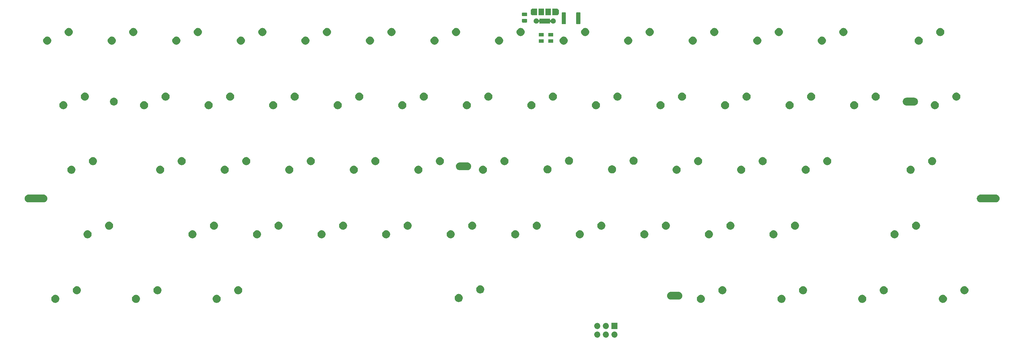
<source format=gts>
G04 #@! TF.GenerationSoftware,KiCad,Pcbnew,5.0.1*
G04 #@! TF.CreationDate,2018-12-19T22:22:27+02:00*
G04 #@! TF.ProjectId,OH60,4F4836302E6B696361645F7063620000,rev?*
G04 #@! TF.SameCoordinates,Original*
G04 #@! TF.FileFunction,Soldermask,Top*
G04 #@! TF.FilePolarity,Negative*
%FSLAX46Y46*%
G04 Gerber Fmt 4.6, Leading zero omitted, Abs format (unit mm)*
G04 Created by KiCad (PCBNEW 5.0.1) date Wed 19 Dec 2018 22:22:27 SAST*
%MOMM*%
%LPD*%
G01*
G04 APERTURE LIST*
%ADD10C,0.100000*%
G04 APERTURE END LIST*
D10*
G36*
X203669362Y-123309545D02*
X203757588Y-123318234D01*
X203870789Y-123352573D01*
X203927390Y-123369743D01*
X204065980Y-123443822D01*
X204083879Y-123453389D01*
X204119609Y-123482712D01*
X204221044Y-123565956D01*
X204304288Y-123667391D01*
X204333611Y-123703121D01*
X204333612Y-123703123D01*
X204417257Y-123859610D01*
X204417257Y-123859611D01*
X204468766Y-124029412D01*
X204486158Y-124206000D01*
X204468766Y-124382588D01*
X204434427Y-124495789D01*
X204417257Y-124552390D01*
X204343178Y-124690980D01*
X204333611Y-124708879D01*
X204304288Y-124744609D01*
X204221044Y-124846044D01*
X204119609Y-124929288D01*
X204083879Y-124958611D01*
X204083877Y-124958612D01*
X203927390Y-125042257D01*
X203870789Y-125059427D01*
X203757588Y-125093766D01*
X203669362Y-125102455D01*
X203625250Y-125106800D01*
X203536750Y-125106800D01*
X203492638Y-125102455D01*
X203404412Y-125093766D01*
X203291211Y-125059427D01*
X203234610Y-125042257D01*
X203078123Y-124958612D01*
X203078121Y-124958611D01*
X203042391Y-124929288D01*
X202940956Y-124846044D01*
X202857712Y-124744609D01*
X202828389Y-124708879D01*
X202818822Y-124690980D01*
X202744743Y-124552390D01*
X202727573Y-124495789D01*
X202693234Y-124382588D01*
X202675842Y-124206000D01*
X202693234Y-124029412D01*
X202744743Y-123859611D01*
X202744743Y-123859610D01*
X202828388Y-123703123D01*
X202828389Y-123703121D01*
X202857712Y-123667391D01*
X202940956Y-123565956D01*
X203042391Y-123482712D01*
X203078121Y-123453389D01*
X203096020Y-123443822D01*
X203234610Y-123369743D01*
X203291211Y-123352573D01*
X203404412Y-123318234D01*
X203492638Y-123309545D01*
X203536750Y-123305200D01*
X203625250Y-123305200D01*
X203669362Y-123309545D01*
X203669362Y-123309545D01*
G37*
G36*
X201129362Y-123309545D02*
X201217588Y-123318234D01*
X201330789Y-123352573D01*
X201387390Y-123369743D01*
X201525980Y-123443822D01*
X201543879Y-123453389D01*
X201579609Y-123482712D01*
X201681044Y-123565956D01*
X201764288Y-123667391D01*
X201793611Y-123703121D01*
X201793612Y-123703123D01*
X201877257Y-123859610D01*
X201877257Y-123859611D01*
X201928766Y-124029412D01*
X201946158Y-124206000D01*
X201928766Y-124382588D01*
X201894427Y-124495789D01*
X201877257Y-124552390D01*
X201803178Y-124690980D01*
X201793611Y-124708879D01*
X201764288Y-124744609D01*
X201681044Y-124846044D01*
X201579609Y-124929288D01*
X201543879Y-124958611D01*
X201543877Y-124958612D01*
X201387390Y-125042257D01*
X201330789Y-125059427D01*
X201217588Y-125093766D01*
X201129362Y-125102455D01*
X201085250Y-125106800D01*
X200996750Y-125106800D01*
X200952638Y-125102455D01*
X200864412Y-125093766D01*
X200751211Y-125059427D01*
X200694610Y-125042257D01*
X200538123Y-124958612D01*
X200538121Y-124958611D01*
X200502391Y-124929288D01*
X200400956Y-124846044D01*
X200317712Y-124744609D01*
X200288389Y-124708879D01*
X200278822Y-124690980D01*
X200204743Y-124552390D01*
X200187573Y-124495789D01*
X200153234Y-124382588D01*
X200135842Y-124206000D01*
X200153234Y-124029412D01*
X200204743Y-123859611D01*
X200204743Y-123859610D01*
X200288388Y-123703123D01*
X200288389Y-123703121D01*
X200317712Y-123667391D01*
X200400956Y-123565956D01*
X200502391Y-123482712D01*
X200538121Y-123453389D01*
X200556020Y-123443822D01*
X200694610Y-123369743D01*
X200751211Y-123352573D01*
X200864412Y-123318234D01*
X200952638Y-123309545D01*
X200996750Y-123305200D01*
X201085250Y-123305200D01*
X201129362Y-123309545D01*
X201129362Y-123309545D01*
G37*
G36*
X198589362Y-123309545D02*
X198677588Y-123318234D01*
X198790789Y-123352573D01*
X198847390Y-123369743D01*
X198985980Y-123443822D01*
X199003879Y-123453389D01*
X199039609Y-123482712D01*
X199141044Y-123565956D01*
X199224288Y-123667391D01*
X199253611Y-123703121D01*
X199253612Y-123703123D01*
X199337257Y-123859610D01*
X199337257Y-123859611D01*
X199388766Y-124029412D01*
X199406158Y-124206000D01*
X199388766Y-124382588D01*
X199354427Y-124495789D01*
X199337257Y-124552390D01*
X199263178Y-124690980D01*
X199253611Y-124708879D01*
X199224288Y-124744609D01*
X199141044Y-124846044D01*
X199039609Y-124929288D01*
X199003879Y-124958611D01*
X199003877Y-124958612D01*
X198847390Y-125042257D01*
X198790789Y-125059427D01*
X198677588Y-125093766D01*
X198589362Y-125102455D01*
X198545250Y-125106800D01*
X198456750Y-125106800D01*
X198412638Y-125102455D01*
X198324412Y-125093766D01*
X198211211Y-125059427D01*
X198154610Y-125042257D01*
X197998123Y-124958612D01*
X197998121Y-124958611D01*
X197962391Y-124929288D01*
X197860956Y-124846044D01*
X197777712Y-124744609D01*
X197748389Y-124708879D01*
X197738822Y-124690980D01*
X197664743Y-124552390D01*
X197647573Y-124495789D01*
X197613234Y-124382588D01*
X197595842Y-124206000D01*
X197613234Y-124029412D01*
X197664743Y-123859611D01*
X197664743Y-123859610D01*
X197748388Y-123703123D01*
X197748389Y-123703121D01*
X197777712Y-123667391D01*
X197860956Y-123565956D01*
X197962391Y-123482712D01*
X197998121Y-123453389D01*
X198016020Y-123443822D01*
X198154610Y-123369743D01*
X198211211Y-123352573D01*
X198324412Y-123318234D01*
X198412638Y-123309545D01*
X198456750Y-123305200D01*
X198545250Y-123305200D01*
X198589362Y-123309545D01*
X198589362Y-123309545D01*
G37*
G36*
X198589362Y-120769545D02*
X198677588Y-120778234D01*
X198790789Y-120812573D01*
X198847390Y-120829743D01*
X198985980Y-120903822D01*
X199003879Y-120913389D01*
X199039609Y-120942712D01*
X199141044Y-121025956D01*
X199224288Y-121127391D01*
X199253611Y-121163121D01*
X199253612Y-121163123D01*
X199337257Y-121319610D01*
X199337257Y-121319611D01*
X199388766Y-121489412D01*
X199406158Y-121666000D01*
X199388766Y-121842588D01*
X199354427Y-121955789D01*
X199337257Y-122012390D01*
X199263178Y-122150980D01*
X199253611Y-122168879D01*
X199224288Y-122204609D01*
X199141044Y-122306044D01*
X199039609Y-122389288D01*
X199003879Y-122418611D01*
X199003877Y-122418612D01*
X198847390Y-122502257D01*
X198790789Y-122519427D01*
X198677588Y-122553766D01*
X198589362Y-122562455D01*
X198545250Y-122566800D01*
X198456750Y-122566800D01*
X198412638Y-122562455D01*
X198324412Y-122553766D01*
X198211211Y-122519427D01*
X198154610Y-122502257D01*
X197998123Y-122418612D01*
X197998121Y-122418611D01*
X197962391Y-122389288D01*
X197860956Y-122306044D01*
X197777712Y-122204609D01*
X197748389Y-122168879D01*
X197738822Y-122150980D01*
X197664743Y-122012390D01*
X197647573Y-121955789D01*
X197613234Y-121842588D01*
X197595842Y-121666000D01*
X197613234Y-121489412D01*
X197664743Y-121319611D01*
X197664743Y-121319610D01*
X197748388Y-121163123D01*
X197748389Y-121163121D01*
X197777712Y-121127391D01*
X197860956Y-121025956D01*
X197962391Y-120942712D01*
X197998121Y-120913389D01*
X198016020Y-120903822D01*
X198154610Y-120829743D01*
X198211211Y-120812573D01*
X198324412Y-120778234D01*
X198412638Y-120769545D01*
X198456750Y-120765200D01*
X198545250Y-120765200D01*
X198589362Y-120769545D01*
X198589362Y-120769545D01*
G37*
G36*
X204481800Y-122566800D02*
X202680200Y-122566800D01*
X202680200Y-120765200D01*
X204481800Y-120765200D01*
X204481800Y-122566800D01*
X204481800Y-122566800D01*
G37*
G36*
X201129362Y-120769545D02*
X201217588Y-120778234D01*
X201330789Y-120812573D01*
X201387390Y-120829743D01*
X201525980Y-120903822D01*
X201543879Y-120913389D01*
X201579609Y-120942712D01*
X201681044Y-121025956D01*
X201764288Y-121127391D01*
X201793611Y-121163121D01*
X201793612Y-121163123D01*
X201877257Y-121319610D01*
X201877257Y-121319611D01*
X201928766Y-121489412D01*
X201946158Y-121666000D01*
X201928766Y-121842588D01*
X201894427Y-121955789D01*
X201877257Y-122012390D01*
X201803178Y-122150980D01*
X201793611Y-122168879D01*
X201764288Y-122204609D01*
X201681044Y-122306044D01*
X201579609Y-122389288D01*
X201543879Y-122418611D01*
X201543877Y-122418612D01*
X201387390Y-122502257D01*
X201330789Y-122519427D01*
X201217588Y-122553766D01*
X201129362Y-122562455D01*
X201085250Y-122566800D01*
X200996750Y-122566800D01*
X200952638Y-122562455D01*
X200864412Y-122553766D01*
X200751211Y-122519427D01*
X200694610Y-122502257D01*
X200538123Y-122418612D01*
X200538121Y-122418611D01*
X200502391Y-122389288D01*
X200400956Y-122306044D01*
X200317712Y-122204609D01*
X200288389Y-122168879D01*
X200278822Y-122150980D01*
X200204743Y-122012390D01*
X200187573Y-121955789D01*
X200153234Y-121842588D01*
X200135842Y-121666000D01*
X200153234Y-121489412D01*
X200204743Y-121319611D01*
X200204743Y-121319610D01*
X200288388Y-121163123D01*
X200288389Y-121163121D01*
X200317712Y-121127391D01*
X200400956Y-121025956D01*
X200502391Y-120942712D01*
X200538121Y-120913389D01*
X200556020Y-120903822D01*
X200694610Y-120829743D01*
X200751211Y-120812573D01*
X200864412Y-120778234D01*
X200952638Y-120769545D01*
X200996750Y-120765200D01*
X201085250Y-120765200D01*
X201129362Y-120769545D01*
X201129362Y-120769545D01*
G37*
G36*
X300683989Y-112477669D02*
X300856969Y-112512077D01*
X301074226Y-112602068D01*
X301267119Y-112730955D01*
X301269756Y-112732717D01*
X301436033Y-112898994D01*
X301436035Y-112898997D01*
X301566682Y-113094524D01*
X301656673Y-113311781D01*
X301702550Y-113542421D01*
X301702550Y-113777579D01*
X301656673Y-114008219D01*
X301566682Y-114225476D01*
X301566681Y-114225477D01*
X301436033Y-114421006D01*
X301269756Y-114587283D01*
X301269753Y-114587285D01*
X301074226Y-114717932D01*
X300856969Y-114807923D01*
X300683989Y-114842331D01*
X300626330Y-114853800D01*
X300391170Y-114853800D01*
X300333511Y-114842331D01*
X300160531Y-114807923D01*
X299943274Y-114717932D01*
X299747747Y-114587285D01*
X299747744Y-114587283D01*
X299581467Y-114421006D01*
X299450819Y-114225477D01*
X299450818Y-114225476D01*
X299360827Y-114008219D01*
X299314950Y-113777579D01*
X299314950Y-113542421D01*
X299360827Y-113311781D01*
X299450818Y-113094524D01*
X299581465Y-112898997D01*
X299581467Y-112898994D01*
X299747744Y-112732717D01*
X299750381Y-112730955D01*
X299943274Y-112602068D01*
X300160531Y-112512077D01*
X300333511Y-112477669D01*
X300391170Y-112466200D01*
X300626330Y-112466200D01*
X300683989Y-112477669D01*
X300683989Y-112477669D01*
G37*
G36*
X38746489Y-112477669D02*
X38919469Y-112512077D01*
X39136726Y-112602068D01*
X39329619Y-112730955D01*
X39332256Y-112732717D01*
X39498533Y-112898994D01*
X39498535Y-112898997D01*
X39629182Y-113094524D01*
X39719173Y-113311781D01*
X39765050Y-113542421D01*
X39765050Y-113777579D01*
X39719173Y-114008219D01*
X39629182Y-114225476D01*
X39629181Y-114225477D01*
X39498533Y-114421006D01*
X39332256Y-114587283D01*
X39332253Y-114587285D01*
X39136726Y-114717932D01*
X38919469Y-114807923D01*
X38746489Y-114842331D01*
X38688830Y-114853800D01*
X38453670Y-114853800D01*
X38396011Y-114842331D01*
X38223031Y-114807923D01*
X38005774Y-114717932D01*
X37810247Y-114587285D01*
X37810244Y-114587283D01*
X37643967Y-114421006D01*
X37513319Y-114225477D01*
X37513318Y-114225476D01*
X37423327Y-114008219D01*
X37377450Y-113777579D01*
X37377450Y-113542421D01*
X37423327Y-113311781D01*
X37513318Y-113094524D01*
X37643965Y-112898997D01*
X37643967Y-112898994D01*
X37810244Y-112732717D01*
X37812881Y-112730955D01*
X38005774Y-112602068D01*
X38223031Y-112512077D01*
X38396011Y-112477669D01*
X38453670Y-112466200D01*
X38688830Y-112466200D01*
X38746489Y-112477669D01*
X38746489Y-112477669D01*
G37*
G36*
X229246489Y-112477669D02*
X229419469Y-112512077D01*
X229636726Y-112602068D01*
X229829619Y-112730955D01*
X229832256Y-112732717D01*
X229998533Y-112898994D01*
X229998535Y-112898997D01*
X230129182Y-113094524D01*
X230219173Y-113311781D01*
X230265050Y-113542421D01*
X230265050Y-113777579D01*
X230219173Y-114008219D01*
X230129182Y-114225476D01*
X230129181Y-114225477D01*
X229998533Y-114421006D01*
X229832256Y-114587283D01*
X229832253Y-114587285D01*
X229636726Y-114717932D01*
X229419469Y-114807923D01*
X229246489Y-114842331D01*
X229188830Y-114853800D01*
X228953670Y-114853800D01*
X228896011Y-114842331D01*
X228723031Y-114807923D01*
X228505774Y-114717932D01*
X228310247Y-114587285D01*
X228310244Y-114587283D01*
X228143967Y-114421006D01*
X228013319Y-114225477D01*
X228013318Y-114225476D01*
X227923327Y-114008219D01*
X227877450Y-113777579D01*
X227877450Y-113542421D01*
X227923327Y-113311781D01*
X228013318Y-113094524D01*
X228143965Y-112898997D01*
X228143967Y-112898994D01*
X228310244Y-112732717D01*
X228312881Y-112730955D01*
X228505774Y-112602068D01*
X228723031Y-112512077D01*
X228896011Y-112477669D01*
X228953670Y-112466200D01*
X229188830Y-112466200D01*
X229246489Y-112477669D01*
X229246489Y-112477669D01*
G37*
G36*
X62558989Y-112477669D02*
X62731969Y-112512077D01*
X62949226Y-112602068D01*
X63142119Y-112730955D01*
X63144756Y-112732717D01*
X63311033Y-112898994D01*
X63311035Y-112898997D01*
X63441682Y-113094524D01*
X63531673Y-113311781D01*
X63577550Y-113542421D01*
X63577550Y-113777579D01*
X63531673Y-114008219D01*
X63441682Y-114225476D01*
X63441681Y-114225477D01*
X63311033Y-114421006D01*
X63144756Y-114587283D01*
X63144753Y-114587285D01*
X62949226Y-114717932D01*
X62731969Y-114807923D01*
X62558989Y-114842331D01*
X62501330Y-114853800D01*
X62266170Y-114853800D01*
X62208511Y-114842331D01*
X62035531Y-114807923D01*
X61818274Y-114717932D01*
X61622747Y-114587285D01*
X61622744Y-114587283D01*
X61456467Y-114421006D01*
X61325819Y-114225477D01*
X61325818Y-114225476D01*
X61235827Y-114008219D01*
X61189950Y-113777579D01*
X61189950Y-113542421D01*
X61235827Y-113311781D01*
X61325818Y-113094524D01*
X61456465Y-112898997D01*
X61456467Y-112898994D01*
X61622744Y-112732717D01*
X61625381Y-112730955D01*
X61818274Y-112602068D01*
X62035531Y-112512077D01*
X62208511Y-112477669D01*
X62266170Y-112466200D01*
X62501330Y-112466200D01*
X62558989Y-112477669D01*
X62558989Y-112477669D01*
G37*
G36*
X86371489Y-112477669D02*
X86544469Y-112512077D01*
X86761726Y-112602068D01*
X86954619Y-112730955D01*
X86957256Y-112732717D01*
X87123533Y-112898994D01*
X87123535Y-112898997D01*
X87254182Y-113094524D01*
X87344173Y-113311781D01*
X87390050Y-113542421D01*
X87390050Y-113777579D01*
X87344173Y-114008219D01*
X87254182Y-114225476D01*
X87254181Y-114225477D01*
X87123533Y-114421006D01*
X86957256Y-114587283D01*
X86957253Y-114587285D01*
X86761726Y-114717932D01*
X86544469Y-114807923D01*
X86371489Y-114842331D01*
X86313830Y-114853800D01*
X86078670Y-114853800D01*
X86021011Y-114842331D01*
X85848031Y-114807923D01*
X85630774Y-114717932D01*
X85435247Y-114587285D01*
X85435244Y-114587283D01*
X85268967Y-114421006D01*
X85138319Y-114225477D01*
X85138318Y-114225476D01*
X85048327Y-114008219D01*
X85002450Y-113777579D01*
X85002450Y-113542421D01*
X85048327Y-113311781D01*
X85138318Y-113094524D01*
X85268965Y-112898997D01*
X85268967Y-112898994D01*
X85435244Y-112732717D01*
X85437881Y-112730955D01*
X85630774Y-112602068D01*
X85848031Y-112512077D01*
X86021011Y-112477669D01*
X86078670Y-112466200D01*
X86313830Y-112466200D01*
X86371489Y-112477669D01*
X86371489Y-112477669D01*
G37*
G36*
X276871489Y-112477669D02*
X277044469Y-112512077D01*
X277261726Y-112602068D01*
X277454619Y-112730955D01*
X277457256Y-112732717D01*
X277623533Y-112898994D01*
X277623535Y-112898997D01*
X277754182Y-113094524D01*
X277844173Y-113311781D01*
X277890050Y-113542421D01*
X277890050Y-113777579D01*
X277844173Y-114008219D01*
X277754182Y-114225476D01*
X277754181Y-114225477D01*
X277623533Y-114421006D01*
X277457256Y-114587283D01*
X277457253Y-114587285D01*
X277261726Y-114717932D01*
X277044469Y-114807923D01*
X276871489Y-114842331D01*
X276813830Y-114853800D01*
X276578670Y-114853800D01*
X276521011Y-114842331D01*
X276348031Y-114807923D01*
X276130774Y-114717932D01*
X275935247Y-114587285D01*
X275935244Y-114587283D01*
X275768967Y-114421006D01*
X275638319Y-114225477D01*
X275638318Y-114225476D01*
X275548327Y-114008219D01*
X275502450Y-113777579D01*
X275502450Y-113542421D01*
X275548327Y-113311781D01*
X275638318Y-113094524D01*
X275768965Y-112898997D01*
X275768967Y-112898994D01*
X275935244Y-112732717D01*
X275937881Y-112730955D01*
X276130774Y-112602068D01*
X276348031Y-112512077D01*
X276521011Y-112477669D01*
X276578670Y-112466200D01*
X276813830Y-112466200D01*
X276871489Y-112477669D01*
X276871489Y-112477669D01*
G37*
G36*
X253058989Y-112477669D02*
X253231969Y-112512077D01*
X253449226Y-112602068D01*
X253642119Y-112730955D01*
X253644756Y-112732717D01*
X253811033Y-112898994D01*
X253811035Y-112898997D01*
X253941682Y-113094524D01*
X254031673Y-113311781D01*
X254077550Y-113542421D01*
X254077550Y-113777579D01*
X254031673Y-114008219D01*
X253941682Y-114225476D01*
X253941681Y-114225477D01*
X253811033Y-114421006D01*
X253644756Y-114587283D01*
X253644753Y-114587285D01*
X253449226Y-114717932D01*
X253231969Y-114807923D01*
X253058989Y-114842331D01*
X253001330Y-114853800D01*
X252766170Y-114853800D01*
X252708511Y-114842331D01*
X252535531Y-114807923D01*
X252318274Y-114717932D01*
X252122747Y-114587285D01*
X252122744Y-114587283D01*
X251956467Y-114421006D01*
X251825819Y-114225477D01*
X251825818Y-114225476D01*
X251735827Y-114008219D01*
X251689950Y-113777579D01*
X251689950Y-113542421D01*
X251735827Y-113311781D01*
X251825818Y-113094524D01*
X251956465Y-112898997D01*
X251956467Y-112898994D01*
X252122744Y-112732717D01*
X252125381Y-112730955D01*
X252318274Y-112602068D01*
X252535531Y-112512077D01*
X252708511Y-112477669D01*
X252766170Y-112466200D01*
X253001330Y-112466200D01*
X253058989Y-112477669D01*
X253058989Y-112477669D01*
G37*
G36*
X157782239Y-112228669D02*
X157955219Y-112263077D01*
X158172476Y-112353068D01*
X158172477Y-112353069D01*
X158368006Y-112483717D01*
X158534283Y-112649994D01*
X158534285Y-112649997D01*
X158664932Y-112845524D01*
X158754923Y-113062781D01*
X158800800Y-113293421D01*
X158800800Y-113528579D01*
X158754923Y-113759219D01*
X158664932Y-113976476D01*
X158664931Y-113976477D01*
X158534283Y-114172006D01*
X158368006Y-114338283D01*
X158368003Y-114338285D01*
X158172476Y-114468932D01*
X157955219Y-114558923D01*
X157812643Y-114587283D01*
X157724580Y-114604800D01*
X157489420Y-114604800D01*
X157401357Y-114587283D01*
X157258781Y-114558923D01*
X157041524Y-114468932D01*
X156845997Y-114338285D01*
X156845994Y-114338283D01*
X156679717Y-114172006D01*
X156549069Y-113976477D01*
X156549068Y-113976476D01*
X156459077Y-113759219D01*
X156413200Y-113528579D01*
X156413200Y-113293421D01*
X156459077Y-113062781D01*
X156549068Y-112845524D01*
X156679715Y-112649997D01*
X156679717Y-112649994D01*
X156845994Y-112483717D01*
X157041523Y-112353069D01*
X157041524Y-112353068D01*
X157258781Y-112263077D01*
X157431761Y-112228669D01*
X157489420Y-112217200D01*
X157724580Y-112217200D01*
X157782239Y-112228669D01*
X157782239Y-112228669D01*
G37*
G36*
X222602065Y-111616526D02*
X222686596Y-111624851D01*
X222795059Y-111657753D01*
X222903524Y-111690655D01*
X223010384Y-111747773D01*
X223103444Y-111797515D01*
X223278676Y-111941324D01*
X223422485Y-112116556D01*
X223455291Y-112177932D01*
X223529345Y-112316476D01*
X223529345Y-112316477D01*
X223588680Y-112512077D01*
X223595149Y-112533405D01*
X223617368Y-112759000D01*
X223595149Y-112984595D01*
X223529345Y-113201524D01*
X223472227Y-113308384D01*
X223422485Y-113401444D01*
X223278676Y-113576676D01*
X223103444Y-113720485D01*
X223030983Y-113759216D01*
X222903524Y-113827345D01*
X222686596Y-113893149D01*
X222602065Y-113901475D01*
X222517535Y-113909800D01*
X220204465Y-113909800D01*
X220119935Y-113901475D01*
X220035404Y-113893149D01*
X219818476Y-113827345D01*
X219691017Y-113759216D01*
X219618556Y-113720485D01*
X219443324Y-113576676D01*
X219299515Y-113401444D01*
X219249773Y-113308384D01*
X219192655Y-113201524D01*
X219126851Y-112984595D01*
X219104632Y-112759000D01*
X219126851Y-112533405D01*
X219133321Y-112512077D01*
X219192655Y-112316477D01*
X219192655Y-112316476D01*
X219266709Y-112177932D01*
X219299515Y-112116556D01*
X219443324Y-111941324D01*
X219618556Y-111797515D01*
X219711616Y-111747773D01*
X219818476Y-111690655D01*
X220035404Y-111624851D01*
X220119935Y-111616526D01*
X220204465Y-111608200D01*
X222517535Y-111608200D01*
X222602065Y-111616526D01*
X222602065Y-111616526D01*
G37*
G36*
X45096489Y-109937669D02*
X45269469Y-109972077D01*
X45486726Y-110062068D01*
X45679619Y-110190955D01*
X45682256Y-110192717D01*
X45848533Y-110358994D01*
X45848535Y-110358997D01*
X45979182Y-110554524D01*
X46069173Y-110771781D01*
X46115050Y-111002421D01*
X46115050Y-111237579D01*
X46069173Y-111468219D01*
X45979182Y-111685476D01*
X45904320Y-111797515D01*
X45848533Y-111881006D01*
X45682256Y-112047283D01*
X45682253Y-112047285D01*
X45486726Y-112177932D01*
X45269469Y-112267923D01*
X45096489Y-112302331D01*
X45038830Y-112313800D01*
X44803670Y-112313800D01*
X44746011Y-112302331D01*
X44573031Y-112267923D01*
X44355774Y-112177932D01*
X44160247Y-112047285D01*
X44160244Y-112047283D01*
X43993967Y-111881006D01*
X43938180Y-111797515D01*
X43863318Y-111685476D01*
X43773327Y-111468219D01*
X43727450Y-111237579D01*
X43727450Y-111002421D01*
X43773327Y-110771781D01*
X43863318Y-110554524D01*
X43993965Y-110358997D01*
X43993967Y-110358994D01*
X44160244Y-110192717D01*
X44162881Y-110190955D01*
X44355774Y-110062068D01*
X44573031Y-109972077D01*
X44746011Y-109937669D01*
X44803670Y-109926200D01*
X45038830Y-109926200D01*
X45096489Y-109937669D01*
X45096489Y-109937669D01*
G37*
G36*
X68908989Y-109937669D02*
X69081969Y-109972077D01*
X69299226Y-110062068D01*
X69492119Y-110190955D01*
X69494756Y-110192717D01*
X69661033Y-110358994D01*
X69661035Y-110358997D01*
X69791682Y-110554524D01*
X69881673Y-110771781D01*
X69927550Y-111002421D01*
X69927550Y-111237579D01*
X69881673Y-111468219D01*
X69791682Y-111685476D01*
X69716820Y-111797515D01*
X69661033Y-111881006D01*
X69494756Y-112047283D01*
X69494753Y-112047285D01*
X69299226Y-112177932D01*
X69081969Y-112267923D01*
X68908989Y-112302331D01*
X68851330Y-112313800D01*
X68616170Y-112313800D01*
X68558511Y-112302331D01*
X68385531Y-112267923D01*
X68168274Y-112177932D01*
X67972747Y-112047285D01*
X67972744Y-112047283D01*
X67806467Y-111881006D01*
X67750680Y-111797515D01*
X67675818Y-111685476D01*
X67585827Y-111468219D01*
X67539950Y-111237579D01*
X67539950Y-111002421D01*
X67585827Y-110771781D01*
X67675818Y-110554524D01*
X67806465Y-110358997D01*
X67806467Y-110358994D01*
X67972744Y-110192717D01*
X67975381Y-110190955D01*
X68168274Y-110062068D01*
X68385531Y-109972077D01*
X68558511Y-109937669D01*
X68616170Y-109926200D01*
X68851330Y-109926200D01*
X68908989Y-109937669D01*
X68908989Y-109937669D01*
G37*
G36*
X307033989Y-109937669D02*
X307206969Y-109972077D01*
X307424226Y-110062068D01*
X307617119Y-110190955D01*
X307619756Y-110192717D01*
X307786033Y-110358994D01*
X307786035Y-110358997D01*
X307916682Y-110554524D01*
X308006673Y-110771781D01*
X308052550Y-111002421D01*
X308052550Y-111237579D01*
X308006673Y-111468219D01*
X307916682Y-111685476D01*
X307841820Y-111797515D01*
X307786033Y-111881006D01*
X307619756Y-112047283D01*
X307619753Y-112047285D01*
X307424226Y-112177932D01*
X307206969Y-112267923D01*
X307033989Y-112302331D01*
X306976330Y-112313800D01*
X306741170Y-112313800D01*
X306683511Y-112302331D01*
X306510531Y-112267923D01*
X306293274Y-112177932D01*
X306097747Y-112047285D01*
X306097744Y-112047283D01*
X305931467Y-111881006D01*
X305875680Y-111797515D01*
X305800818Y-111685476D01*
X305710827Y-111468219D01*
X305664950Y-111237579D01*
X305664950Y-111002421D01*
X305710827Y-110771781D01*
X305800818Y-110554524D01*
X305931465Y-110358997D01*
X305931467Y-110358994D01*
X306097744Y-110192717D01*
X306100381Y-110190955D01*
X306293274Y-110062068D01*
X306510531Y-109972077D01*
X306683511Y-109937669D01*
X306741170Y-109926200D01*
X306976330Y-109926200D01*
X307033989Y-109937669D01*
X307033989Y-109937669D01*
G37*
G36*
X283221489Y-109937669D02*
X283394469Y-109972077D01*
X283611726Y-110062068D01*
X283804619Y-110190955D01*
X283807256Y-110192717D01*
X283973533Y-110358994D01*
X283973535Y-110358997D01*
X284104182Y-110554524D01*
X284194173Y-110771781D01*
X284240050Y-111002421D01*
X284240050Y-111237579D01*
X284194173Y-111468219D01*
X284104182Y-111685476D01*
X284029320Y-111797515D01*
X283973533Y-111881006D01*
X283807256Y-112047283D01*
X283807253Y-112047285D01*
X283611726Y-112177932D01*
X283394469Y-112267923D01*
X283221489Y-112302331D01*
X283163830Y-112313800D01*
X282928670Y-112313800D01*
X282871011Y-112302331D01*
X282698031Y-112267923D01*
X282480774Y-112177932D01*
X282285247Y-112047285D01*
X282285244Y-112047283D01*
X282118967Y-111881006D01*
X282063180Y-111797515D01*
X281988318Y-111685476D01*
X281898327Y-111468219D01*
X281852450Y-111237579D01*
X281852450Y-111002421D01*
X281898327Y-110771781D01*
X281988318Y-110554524D01*
X282118965Y-110358997D01*
X282118967Y-110358994D01*
X282285244Y-110192717D01*
X282287881Y-110190955D01*
X282480774Y-110062068D01*
X282698031Y-109972077D01*
X282871011Y-109937669D01*
X282928670Y-109926200D01*
X283163830Y-109926200D01*
X283221489Y-109937669D01*
X283221489Y-109937669D01*
G37*
G36*
X259408989Y-109937669D02*
X259581969Y-109972077D01*
X259799226Y-110062068D01*
X259992119Y-110190955D01*
X259994756Y-110192717D01*
X260161033Y-110358994D01*
X260161035Y-110358997D01*
X260291682Y-110554524D01*
X260381673Y-110771781D01*
X260427550Y-111002421D01*
X260427550Y-111237579D01*
X260381673Y-111468219D01*
X260291682Y-111685476D01*
X260216820Y-111797515D01*
X260161033Y-111881006D01*
X259994756Y-112047283D01*
X259994753Y-112047285D01*
X259799226Y-112177932D01*
X259581969Y-112267923D01*
X259408989Y-112302331D01*
X259351330Y-112313800D01*
X259116170Y-112313800D01*
X259058511Y-112302331D01*
X258885531Y-112267923D01*
X258668274Y-112177932D01*
X258472747Y-112047285D01*
X258472744Y-112047283D01*
X258306467Y-111881006D01*
X258250680Y-111797515D01*
X258175818Y-111685476D01*
X258085827Y-111468219D01*
X258039950Y-111237579D01*
X258039950Y-111002421D01*
X258085827Y-110771781D01*
X258175818Y-110554524D01*
X258306465Y-110358997D01*
X258306467Y-110358994D01*
X258472744Y-110192717D01*
X258475381Y-110190955D01*
X258668274Y-110062068D01*
X258885531Y-109972077D01*
X259058511Y-109937669D01*
X259116170Y-109926200D01*
X259351330Y-109926200D01*
X259408989Y-109937669D01*
X259408989Y-109937669D01*
G37*
G36*
X235596489Y-109937669D02*
X235769469Y-109972077D01*
X235986726Y-110062068D01*
X236179619Y-110190955D01*
X236182256Y-110192717D01*
X236348533Y-110358994D01*
X236348535Y-110358997D01*
X236479182Y-110554524D01*
X236569173Y-110771781D01*
X236615050Y-111002421D01*
X236615050Y-111237579D01*
X236569173Y-111468219D01*
X236479182Y-111685476D01*
X236404320Y-111797515D01*
X236348533Y-111881006D01*
X236182256Y-112047283D01*
X236182253Y-112047285D01*
X235986726Y-112177932D01*
X235769469Y-112267923D01*
X235596489Y-112302331D01*
X235538830Y-112313800D01*
X235303670Y-112313800D01*
X235246011Y-112302331D01*
X235073031Y-112267923D01*
X234855774Y-112177932D01*
X234660247Y-112047285D01*
X234660244Y-112047283D01*
X234493967Y-111881006D01*
X234438180Y-111797515D01*
X234363318Y-111685476D01*
X234273327Y-111468219D01*
X234227450Y-111237579D01*
X234227450Y-111002421D01*
X234273327Y-110771781D01*
X234363318Y-110554524D01*
X234493965Y-110358997D01*
X234493967Y-110358994D01*
X234660244Y-110192717D01*
X234662881Y-110190955D01*
X234855774Y-110062068D01*
X235073031Y-109972077D01*
X235246011Y-109937669D01*
X235303670Y-109926200D01*
X235538830Y-109926200D01*
X235596489Y-109937669D01*
X235596489Y-109937669D01*
G37*
G36*
X92721489Y-109937669D02*
X92894469Y-109972077D01*
X93111726Y-110062068D01*
X93304619Y-110190955D01*
X93307256Y-110192717D01*
X93473533Y-110358994D01*
X93473535Y-110358997D01*
X93604182Y-110554524D01*
X93694173Y-110771781D01*
X93740050Y-111002421D01*
X93740050Y-111237579D01*
X93694173Y-111468219D01*
X93604182Y-111685476D01*
X93529320Y-111797515D01*
X93473533Y-111881006D01*
X93307256Y-112047283D01*
X93307253Y-112047285D01*
X93111726Y-112177932D01*
X92894469Y-112267923D01*
X92721489Y-112302331D01*
X92663830Y-112313800D01*
X92428670Y-112313800D01*
X92371011Y-112302331D01*
X92198031Y-112267923D01*
X91980774Y-112177932D01*
X91785247Y-112047285D01*
X91785244Y-112047283D01*
X91618967Y-111881006D01*
X91563180Y-111797515D01*
X91488318Y-111685476D01*
X91398327Y-111468219D01*
X91352450Y-111237579D01*
X91352450Y-111002421D01*
X91398327Y-110771781D01*
X91488318Y-110554524D01*
X91618965Y-110358997D01*
X91618967Y-110358994D01*
X91785244Y-110192717D01*
X91787881Y-110190955D01*
X91980774Y-110062068D01*
X92198031Y-109972077D01*
X92371011Y-109937669D01*
X92428670Y-109926200D01*
X92663830Y-109926200D01*
X92721489Y-109937669D01*
X92721489Y-109937669D01*
G37*
G36*
X164132239Y-109688669D02*
X164305219Y-109723077D01*
X164522476Y-109813068D01*
X164522477Y-109813069D01*
X164718006Y-109943717D01*
X164884283Y-110109994D01*
X164884285Y-110109997D01*
X165014932Y-110305524D01*
X165104923Y-110522781D01*
X165150800Y-110753421D01*
X165150800Y-110988579D01*
X165104923Y-111219219D01*
X165014932Y-111436476D01*
X165014931Y-111436477D01*
X164884283Y-111632006D01*
X164718006Y-111798283D01*
X164718003Y-111798285D01*
X164522476Y-111928932D01*
X164305219Y-112018923D01*
X164162643Y-112047283D01*
X164074580Y-112064800D01*
X163839420Y-112064800D01*
X163751357Y-112047283D01*
X163608781Y-112018923D01*
X163391524Y-111928932D01*
X163195997Y-111798285D01*
X163195994Y-111798283D01*
X163029717Y-111632006D01*
X162899069Y-111436477D01*
X162899068Y-111436476D01*
X162809077Y-111219219D01*
X162763200Y-110988579D01*
X162763200Y-110753421D01*
X162809077Y-110522781D01*
X162899068Y-110305524D01*
X163029715Y-110109997D01*
X163029717Y-110109994D01*
X163195994Y-109943717D01*
X163391523Y-109813069D01*
X163391524Y-109813068D01*
X163608781Y-109723077D01*
X163781761Y-109688669D01*
X163839420Y-109677200D01*
X164074580Y-109677200D01*
X164132239Y-109688669D01*
X164132239Y-109688669D01*
G37*
G36*
X79227739Y-93427669D02*
X79400719Y-93462077D01*
X79617976Y-93552068D01*
X79617977Y-93552069D01*
X79813506Y-93682717D01*
X79979783Y-93848994D01*
X79979785Y-93848997D01*
X80110432Y-94044524D01*
X80200423Y-94261781D01*
X80246300Y-94492421D01*
X80246300Y-94727579D01*
X80200423Y-94958219D01*
X80110432Y-95175476D01*
X80110431Y-95175477D01*
X79979783Y-95371006D01*
X79813506Y-95537283D01*
X79813503Y-95537285D01*
X79617976Y-95667932D01*
X79400719Y-95757923D01*
X79227739Y-95792331D01*
X79170080Y-95803800D01*
X78934920Y-95803800D01*
X78877261Y-95792331D01*
X78704281Y-95757923D01*
X78487024Y-95667932D01*
X78291497Y-95537285D01*
X78291494Y-95537283D01*
X78125217Y-95371006D01*
X77994569Y-95175477D01*
X77994568Y-95175476D01*
X77904577Y-94958219D01*
X77858700Y-94727579D01*
X77858700Y-94492421D01*
X77904577Y-94261781D01*
X77994568Y-94044524D01*
X78125215Y-93848997D01*
X78125217Y-93848994D01*
X78291494Y-93682717D01*
X78487023Y-93552069D01*
X78487024Y-93552068D01*
X78704281Y-93462077D01*
X78877261Y-93427669D01*
X78934920Y-93416200D01*
X79170080Y-93416200D01*
X79227739Y-93427669D01*
X79227739Y-93427669D01*
G37*
G36*
X155427739Y-93427669D02*
X155600719Y-93462077D01*
X155817976Y-93552068D01*
X155817977Y-93552069D01*
X156013506Y-93682717D01*
X156179783Y-93848994D01*
X156179785Y-93848997D01*
X156310432Y-94044524D01*
X156400423Y-94261781D01*
X156446300Y-94492421D01*
X156446300Y-94727579D01*
X156400423Y-94958219D01*
X156310432Y-95175476D01*
X156310431Y-95175477D01*
X156179783Y-95371006D01*
X156013506Y-95537283D01*
X156013503Y-95537285D01*
X155817976Y-95667932D01*
X155600719Y-95757923D01*
X155427739Y-95792331D01*
X155370080Y-95803800D01*
X155134920Y-95803800D01*
X155077261Y-95792331D01*
X154904281Y-95757923D01*
X154687024Y-95667932D01*
X154491497Y-95537285D01*
X154491494Y-95537283D01*
X154325217Y-95371006D01*
X154194569Y-95175477D01*
X154194568Y-95175476D01*
X154104577Y-94958219D01*
X154058700Y-94727579D01*
X154058700Y-94492421D01*
X154104577Y-94261781D01*
X154194568Y-94044524D01*
X154325215Y-93848997D01*
X154325217Y-93848994D01*
X154491494Y-93682717D01*
X154687023Y-93552069D01*
X154687024Y-93552068D01*
X154904281Y-93462077D01*
X155077261Y-93427669D01*
X155134920Y-93416200D01*
X155370080Y-93416200D01*
X155427739Y-93427669D01*
X155427739Y-93427669D01*
G37*
G36*
X117327739Y-93427669D02*
X117500719Y-93462077D01*
X117717976Y-93552068D01*
X117717977Y-93552069D01*
X117913506Y-93682717D01*
X118079783Y-93848994D01*
X118079785Y-93848997D01*
X118210432Y-94044524D01*
X118300423Y-94261781D01*
X118346300Y-94492421D01*
X118346300Y-94727579D01*
X118300423Y-94958219D01*
X118210432Y-95175476D01*
X118210431Y-95175477D01*
X118079783Y-95371006D01*
X117913506Y-95537283D01*
X117913503Y-95537285D01*
X117717976Y-95667932D01*
X117500719Y-95757923D01*
X117327739Y-95792331D01*
X117270080Y-95803800D01*
X117034920Y-95803800D01*
X116977261Y-95792331D01*
X116804281Y-95757923D01*
X116587024Y-95667932D01*
X116391497Y-95537285D01*
X116391494Y-95537283D01*
X116225217Y-95371006D01*
X116094569Y-95175477D01*
X116094568Y-95175476D01*
X116004577Y-94958219D01*
X115958700Y-94727579D01*
X115958700Y-94492421D01*
X116004577Y-94261781D01*
X116094568Y-94044524D01*
X116225215Y-93848997D01*
X116225217Y-93848994D01*
X116391494Y-93682717D01*
X116587023Y-93552069D01*
X116587024Y-93552068D01*
X116804281Y-93462077D01*
X116977261Y-93427669D01*
X117034920Y-93416200D01*
X117270080Y-93416200D01*
X117327739Y-93427669D01*
X117327739Y-93427669D01*
G37*
G36*
X98277739Y-93427669D02*
X98450719Y-93462077D01*
X98667976Y-93552068D01*
X98667977Y-93552069D01*
X98863506Y-93682717D01*
X99029783Y-93848994D01*
X99029785Y-93848997D01*
X99160432Y-94044524D01*
X99250423Y-94261781D01*
X99296300Y-94492421D01*
X99296300Y-94727579D01*
X99250423Y-94958219D01*
X99160432Y-95175476D01*
X99160431Y-95175477D01*
X99029783Y-95371006D01*
X98863506Y-95537283D01*
X98863503Y-95537285D01*
X98667976Y-95667932D01*
X98450719Y-95757923D01*
X98277739Y-95792331D01*
X98220080Y-95803800D01*
X97984920Y-95803800D01*
X97927261Y-95792331D01*
X97754281Y-95757923D01*
X97537024Y-95667932D01*
X97341497Y-95537285D01*
X97341494Y-95537283D01*
X97175217Y-95371006D01*
X97044569Y-95175477D01*
X97044568Y-95175476D01*
X96954577Y-94958219D01*
X96908700Y-94727579D01*
X96908700Y-94492421D01*
X96954577Y-94261781D01*
X97044568Y-94044524D01*
X97175215Y-93848997D01*
X97175217Y-93848994D01*
X97341494Y-93682717D01*
X97537023Y-93552069D01*
X97537024Y-93552068D01*
X97754281Y-93462077D01*
X97927261Y-93427669D01*
X97984920Y-93416200D01*
X98220080Y-93416200D01*
X98277739Y-93427669D01*
X98277739Y-93427669D01*
G37*
G36*
X48271489Y-93427669D02*
X48444469Y-93462077D01*
X48661726Y-93552068D01*
X48661727Y-93552069D01*
X48857256Y-93682717D01*
X49023533Y-93848994D01*
X49023535Y-93848997D01*
X49154182Y-94044524D01*
X49244173Y-94261781D01*
X49290050Y-94492421D01*
X49290050Y-94727579D01*
X49244173Y-94958219D01*
X49154182Y-95175476D01*
X49154181Y-95175477D01*
X49023533Y-95371006D01*
X48857256Y-95537283D01*
X48857253Y-95537285D01*
X48661726Y-95667932D01*
X48444469Y-95757923D01*
X48271489Y-95792331D01*
X48213830Y-95803800D01*
X47978670Y-95803800D01*
X47921011Y-95792331D01*
X47748031Y-95757923D01*
X47530774Y-95667932D01*
X47335247Y-95537285D01*
X47335244Y-95537283D01*
X47168967Y-95371006D01*
X47038319Y-95175477D01*
X47038318Y-95175476D01*
X46948327Y-94958219D01*
X46902450Y-94727579D01*
X46902450Y-94492421D01*
X46948327Y-94261781D01*
X47038318Y-94044524D01*
X47168965Y-93848997D01*
X47168967Y-93848994D01*
X47335244Y-93682717D01*
X47530773Y-93552069D01*
X47530774Y-93552068D01*
X47748031Y-93462077D01*
X47921011Y-93427669D01*
X47978670Y-93416200D01*
X48213830Y-93416200D01*
X48271489Y-93427669D01*
X48271489Y-93427669D01*
G37*
G36*
X136377739Y-93427669D02*
X136550719Y-93462077D01*
X136767976Y-93552068D01*
X136767977Y-93552069D01*
X136963506Y-93682717D01*
X137129783Y-93848994D01*
X137129785Y-93848997D01*
X137260432Y-94044524D01*
X137350423Y-94261781D01*
X137396300Y-94492421D01*
X137396300Y-94727579D01*
X137350423Y-94958219D01*
X137260432Y-95175476D01*
X137260431Y-95175477D01*
X137129783Y-95371006D01*
X136963506Y-95537283D01*
X136963503Y-95537285D01*
X136767976Y-95667932D01*
X136550719Y-95757923D01*
X136377739Y-95792331D01*
X136320080Y-95803800D01*
X136084920Y-95803800D01*
X136027261Y-95792331D01*
X135854281Y-95757923D01*
X135637024Y-95667932D01*
X135441497Y-95537285D01*
X135441494Y-95537283D01*
X135275217Y-95371006D01*
X135144569Y-95175477D01*
X135144568Y-95175476D01*
X135054577Y-94958219D01*
X135008700Y-94727579D01*
X135008700Y-94492421D01*
X135054577Y-94261781D01*
X135144568Y-94044524D01*
X135275215Y-93848997D01*
X135275217Y-93848994D01*
X135441494Y-93682717D01*
X135637023Y-93552069D01*
X135637024Y-93552068D01*
X135854281Y-93462077D01*
X136027261Y-93427669D01*
X136084920Y-93416200D01*
X136320080Y-93416200D01*
X136377739Y-93427669D01*
X136377739Y-93427669D01*
G37*
G36*
X193527739Y-93427669D02*
X193700719Y-93462077D01*
X193917976Y-93552068D01*
X193917977Y-93552069D01*
X194113506Y-93682717D01*
X194279783Y-93848994D01*
X194279785Y-93848997D01*
X194410432Y-94044524D01*
X194500423Y-94261781D01*
X194546300Y-94492421D01*
X194546300Y-94727579D01*
X194500423Y-94958219D01*
X194410432Y-95175476D01*
X194410431Y-95175477D01*
X194279783Y-95371006D01*
X194113506Y-95537283D01*
X194113503Y-95537285D01*
X193917976Y-95667932D01*
X193700719Y-95757923D01*
X193527739Y-95792331D01*
X193470080Y-95803800D01*
X193234920Y-95803800D01*
X193177261Y-95792331D01*
X193004281Y-95757923D01*
X192787024Y-95667932D01*
X192591497Y-95537285D01*
X192591494Y-95537283D01*
X192425217Y-95371006D01*
X192294569Y-95175477D01*
X192294568Y-95175476D01*
X192204577Y-94958219D01*
X192158700Y-94727579D01*
X192158700Y-94492421D01*
X192204577Y-94261781D01*
X192294568Y-94044524D01*
X192425215Y-93848997D01*
X192425217Y-93848994D01*
X192591494Y-93682717D01*
X192787023Y-93552069D01*
X192787024Y-93552068D01*
X193004281Y-93462077D01*
X193177261Y-93427669D01*
X193234920Y-93416200D01*
X193470080Y-93416200D01*
X193527739Y-93427669D01*
X193527739Y-93427669D01*
G37*
G36*
X212577739Y-93427669D02*
X212750719Y-93462077D01*
X212967976Y-93552068D01*
X212967977Y-93552069D01*
X213163506Y-93682717D01*
X213329783Y-93848994D01*
X213329785Y-93848997D01*
X213460432Y-94044524D01*
X213550423Y-94261781D01*
X213596300Y-94492421D01*
X213596300Y-94727579D01*
X213550423Y-94958219D01*
X213460432Y-95175476D01*
X213460431Y-95175477D01*
X213329783Y-95371006D01*
X213163506Y-95537283D01*
X213163503Y-95537285D01*
X212967976Y-95667932D01*
X212750719Y-95757923D01*
X212577739Y-95792331D01*
X212520080Y-95803800D01*
X212284920Y-95803800D01*
X212227261Y-95792331D01*
X212054281Y-95757923D01*
X211837024Y-95667932D01*
X211641497Y-95537285D01*
X211641494Y-95537283D01*
X211475217Y-95371006D01*
X211344569Y-95175477D01*
X211344568Y-95175476D01*
X211254577Y-94958219D01*
X211208700Y-94727579D01*
X211208700Y-94492421D01*
X211254577Y-94261781D01*
X211344568Y-94044524D01*
X211475215Y-93848997D01*
X211475217Y-93848994D01*
X211641494Y-93682717D01*
X211837023Y-93552069D01*
X211837024Y-93552068D01*
X212054281Y-93462077D01*
X212227261Y-93427669D01*
X212284920Y-93416200D01*
X212520080Y-93416200D01*
X212577739Y-93427669D01*
X212577739Y-93427669D01*
G37*
G36*
X286396489Y-93427669D02*
X286569469Y-93462077D01*
X286786726Y-93552068D01*
X286786727Y-93552069D01*
X286982256Y-93682717D01*
X287148533Y-93848994D01*
X287148535Y-93848997D01*
X287279182Y-94044524D01*
X287369173Y-94261781D01*
X287415050Y-94492421D01*
X287415050Y-94727579D01*
X287369173Y-94958219D01*
X287279182Y-95175476D01*
X287279181Y-95175477D01*
X287148533Y-95371006D01*
X286982256Y-95537283D01*
X286982253Y-95537285D01*
X286786726Y-95667932D01*
X286569469Y-95757923D01*
X286396489Y-95792331D01*
X286338830Y-95803800D01*
X286103670Y-95803800D01*
X286046011Y-95792331D01*
X285873031Y-95757923D01*
X285655774Y-95667932D01*
X285460247Y-95537285D01*
X285460244Y-95537283D01*
X285293967Y-95371006D01*
X285163319Y-95175477D01*
X285163318Y-95175476D01*
X285073327Y-94958219D01*
X285027450Y-94727579D01*
X285027450Y-94492421D01*
X285073327Y-94261781D01*
X285163318Y-94044524D01*
X285293965Y-93848997D01*
X285293967Y-93848994D01*
X285460244Y-93682717D01*
X285655773Y-93552069D01*
X285655774Y-93552068D01*
X285873031Y-93462077D01*
X286046011Y-93427669D01*
X286103670Y-93416200D01*
X286338830Y-93416200D01*
X286396489Y-93427669D01*
X286396489Y-93427669D01*
G37*
G36*
X231627739Y-93427669D02*
X231800719Y-93462077D01*
X232017976Y-93552068D01*
X232017977Y-93552069D01*
X232213506Y-93682717D01*
X232379783Y-93848994D01*
X232379785Y-93848997D01*
X232510432Y-94044524D01*
X232600423Y-94261781D01*
X232646300Y-94492421D01*
X232646300Y-94727579D01*
X232600423Y-94958219D01*
X232510432Y-95175476D01*
X232510431Y-95175477D01*
X232379783Y-95371006D01*
X232213506Y-95537283D01*
X232213503Y-95537285D01*
X232017976Y-95667932D01*
X231800719Y-95757923D01*
X231627739Y-95792331D01*
X231570080Y-95803800D01*
X231334920Y-95803800D01*
X231277261Y-95792331D01*
X231104281Y-95757923D01*
X230887024Y-95667932D01*
X230691497Y-95537285D01*
X230691494Y-95537283D01*
X230525217Y-95371006D01*
X230394569Y-95175477D01*
X230394568Y-95175476D01*
X230304577Y-94958219D01*
X230258700Y-94727579D01*
X230258700Y-94492421D01*
X230304577Y-94261781D01*
X230394568Y-94044524D01*
X230525215Y-93848997D01*
X230525217Y-93848994D01*
X230691494Y-93682717D01*
X230887023Y-93552069D01*
X230887024Y-93552068D01*
X231104281Y-93462077D01*
X231277261Y-93427669D01*
X231334920Y-93416200D01*
X231570080Y-93416200D01*
X231627739Y-93427669D01*
X231627739Y-93427669D01*
G37*
G36*
X174477739Y-93427669D02*
X174650719Y-93462077D01*
X174867976Y-93552068D01*
X174867977Y-93552069D01*
X175063506Y-93682717D01*
X175229783Y-93848994D01*
X175229785Y-93848997D01*
X175360432Y-94044524D01*
X175450423Y-94261781D01*
X175496300Y-94492421D01*
X175496300Y-94727579D01*
X175450423Y-94958219D01*
X175360432Y-95175476D01*
X175360431Y-95175477D01*
X175229783Y-95371006D01*
X175063506Y-95537283D01*
X175063503Y-95537285D01*
X174867976Y-95667932D01*
X174650719Y-95757923D01*
X174477739Y-95792331D01*
X174420080Y-95803800D01*
X174184920Y-95803800D01*
X174127261Y-95792331D01*
X173954281Y-95757923D01*
X173737024Y-95667932D01*
X173541497Y-95537285D01*
X173541494Y-95537283D01*
X173375217Y-95371006D01*
X173244569Y-95175477D01*
X173244568Y-95175476D01*
X173154577Y-94958219D01*
X173108700Y-94727579D01*
X173108700Y-94492421D01*
X173154577Y-94261781D01*
X173244568Y-94044524D01*
X173375215Y-93848997D01*
X173375217Y-93848994D01*
X173541494Y-93682717D01*
X173737023Y-93552069D01*
X173737024Y-93552068D01*
X173954281Y-93462077D01*
X174127261Y-93427669D01*
X174184920Y-93416200D01*
X174420080Y-93416200D01*
X174477739Y-93427669D01*
X174477739Y-93427669D01*
G37*
G36*
X250677739Y-93427669D02*
X250850719Y-93462077D01*
X251067976Y-93552068D01*
X251067977Y-93552069D01*
X251263506Y-93682717D01*
X251429783Y-93848994D01*
X251429785Y-93848997D01*
X251560432Y-94044524D01*
X251650423Y-94261781D01*
X251696300Y-94492421D01*
X251696300Y-94727579D01*
X251650423Y-94958219D01*
X251560432Y-95175476D01*
X251560431Y-95175477D01*
X251429783Y-95371006D01*
X251263506Y-95537283D01*
X251263503Y-95537285D01*
X251067976Y-95667932D01*
X250850719Y-95757923D01*
X250677739Y-95792331D01*
X250620080Y-95803800D01*
X250384920Y-95803800D01*
X250327261Y-95792331D01*
X250154281Y-95757923D01*
X249937024Y-95667932D01*
X249741497Y-95537285D01*
X249741494Y-95537283D01*
X249575217Y-95371006D01*
X249444569Y-95175477D01*
X249444568Y-95175476D01*
X249354577Y-94958219D01*
X249308700Y-94727579D01*
X249308700Y-94492421D01*
X249354577Y-94261781D01*
X249444568Y-94044524D01*
X249575215Y-93848997D01*
X249575217Y-93848994D01*
X249741494Y-93682717D01*
X249937023Y-93552069D01*
X249937024Y-93552068D01*
X250154281Y-93462077D01*
X250327261Y-93427669D01*
X250384920Y-93416200D01*
X250620080Y-93416200D01*
X250677739Y-93427669D01*
X250677739Y-93427669D01*
G37*
G36*
X237977739Y-90887669D02*
X238150719Y-90922077D01*
X238367976Y-91012068D01*
X238367977Y-91012069D01*
X238563506Y-91142717D01*
X238729783Y-91308994D01*
X238729785Y-91308997D01*
X238860432Y-91504524D01*
X238950423Y-91721781D01*
X238996300Y-91952421D01*
X238996300Y-92187579D01*
X238950423Y-92418219D01*
X238860432Y-92635476D01*
X238860431Y-92635477D01*
X238729783Y-92831006D01*
X238563506Y-92997283D01*
X238563503Y-92997285D01*
X238367976Y-93127932D01*
X238150719Y-93217923D01*
X237977739Y-93252331D01*
X237920080Y-93263800D01*
X237684920Y-93263800D01*
X237627261Y-93252331D01*
X237454281Y-93217923D01*
X237237024Y-93127932D01*
X237041497Y-92997285D01*
X237041494Y-92997283D01*
X236875217Y-92831006D01*
X236744569Y-92635477D01*
X236744568Y-92635476D01*
X236654577Y-92418219D01*
X236608700Y-92187579D01*
X236608700Y-91952421D01*
X236654577Y-91721781D01*
X236744568Y-91504524D01*
X236875215Y-91308997D01*
X236875217Y-91308994D01*
X237041494Y-91142717D01*
X237237023Y-91012069D01*
X237237024Y-91012068D01*
X237454281Y-90922077D01*
X237627261Y-90887669D01*
X237684920Y-90876200D01*
X237920080Y-90876200D01*
X237977739Y-90887669D01*
X237977739Y-90887669D01*
G37*
G36*
X257027739Y-90887669D02*
X257200719Y-90922077D01*
X257417976Y-91012068D01*
X257417977Y-91012069D01*
X257613506Y-91142717D01*
X257779783Y-91308994D01*
X257779785Y-91308997D01*
X257910432Y-91504524D01*
X258000423Y-91721781D01*
X258046300Y-91952421D01*
X258046300Y-92187579D01*
X258000423Y-92418219D01*
X257910432Y-92635476D01*
X257910431Y-92635477D01*
X257779783Y-92831006D01*
X257613506Y-92997283D01*
X257613503Y-92997285D01*
X257417976Y-93127932D01*
X257200719Y-93217923D01*
X257027739Y-93252331D01*
X256970080Y-93263800D01*
X256734920Y-93263800D01*
X256677261Y-93252331D01*
X256504281Y-93217923D01*
X256287024Y-93127932D01*
X256091497Y-92997285D01*
X256091494Y-92997283D01*
X255925217Y-92831006D01*
X255794569Y-92635477D01*
X255794568Y-92635476D01*
X255704577Y-92418219D01*
X255658700Y-92187579D01*
X255658700Y-91952421D01*
X255704577Y-91721781D01*
X255794568Y-91504524D01*
X255925215Y-91308997D01*
X255925217Y-91308994D01*
X256091494Y-91142717D01*
X256287023Y-91012069D01*
X256287024Y-91012068D01*
X256504281Y-90922077D01*
X256677261Y-90887669D01*
X256734920Y-90876200D01*
X256970080Y-90876200D01*
X257027739Y-90887669D01*
X257027739Y-90887669D01*
G37*
G36*
X292746489Y-90887669D02*
X292919469Y-90922077D01*
X293136726Y-91012068D01*
X293136727Y-91012069D01*
X293332256Y-91142717D01*
X293498533Y-91308994D01*
X293498535Y-91308997D01*
X293629182Y-91504524D01*
X293719173Y-91721781D01*
X293765050Y-91952421D01*
X293765050Y-92187579D01*
X293719173Y-92418219D01*
X293629182Y-92635476D01*
X293629181Y-92635477D01*
X293498533Y-92831006D01*
X293332256Y-92997283D01*
X293332253Y-92997285D01*
X293136726Y-93127932D01*
X292919469Y-93217923D01*
X292746489Y-93252331D01*
X292688830Y-93263800D01*
X292453670Y-93263800D01*
X292396011Y-93252331D01*
X292223031Y-93217923D01*
X292005774Y-93127932D01*
X291810247Y-92997285D01*
X291810244Y-92997283D01*
X291643967Y-92831006D01*
X291513319Y-92635477D01*
X291513318Y-92635476D01*
X291423327Y-92418219D01*
X291377450Y-92187579D01*
X291377450Y-91952421D01*
X291423327Y-91721781D01*
X291513318Y-91504524D01*
X291643965Y-91308997D01*
X291643967Y-91308994D01*
X291810244Y-91142717D01*
X292005773Y-91012069D01*
X292005774Y-91012068D01*
X292223031Y-90922077D01*
X292396011Y-90887669D01*
X292453670Y-90876200D01*
X292688830Y-90876200D01*
X292746489Y-90887669D01*
X292746489Y-90887669D01*
G37*
G36*
X161777739Y-90887669D02*
X161950719Y-90922077D01*
X162167976Y-91012068D01*
X162167977Y-91012069D01*
X162363506Y-91142717D01*
X162529783Y-91308994D01*
X162529785Y-91308997D01*
X162660432Y-91504524D01*
X162750423Y-91721781D01*
X162796300Y-91952421D01*
X162796300Y-92187579D01*
X162750423Y-92418219D01*
X162660432Y-92635476D01*
X162660431Y-92635477D01*
X162529783Y-92831006D01*
X162363506Y-92997283D01*
X162363503Y-92997285D01*
X162167976Y-93127932D01*
X161950719Y-93217923D01*
X161777739Y-93252331D01*
X161720080Y-93263800D01*
X161484920Y-93263800D01*
X161427261Y-93252331D01*
X161254281Y-93217923D01*
X161037024Y-93127932D01*
X160841497Y-92997285D01*
X160841494Y-92997283D01*
X160675217Y-92831006D01*
X160544569Y-92635477D01*
X160544568Y-92635476D01*
X160454577Y-92418219D01*
X160408700Y-92187579D01*
X160408700Y-91952421D01*
X160454577Y-91721781D01*
X160544568Y-91504524D01*
X160675215Y-91308997D01*
X160675217Y-91308994D01*
X160841494Y-91142717D01*
X161037023Y-91012069D01*
X161037024Y-91012068D01*
X161254281Y-90922077D01*
X161427261Y-90887669D01*
X161484920Y-90876200D01*
X161720080Y-90876200D01*
X161777739Y-90887669D01*
X161777739Y-90887669D01*
G37*
G36*
X85577739Y-90887669D02*
X85750719Y-90922077D01*
X85967976Y-91012068D01*
X85967977Y-91012069D01*
X86163506Y-91142717D01*
X86329783Y-91308994D01*
X86329785Y-91308997D01*
X86460432Y-91504524D01*
X86550423Y-91721781D01*
X86596300Y-91952421D01*
X86596300Y-92187579D01*
X86550423Y-92418219D01*
X86460432Y-92635476D01*
X86460431Y-92635477D01*
X86329783Y-92831006D01*
X86163506Y-92997283D01*
X86163503Y-92997285D01*
X85967976Y-93127932D01*
X85750719Y-93217923D01*
X85577739Y-93252331D01*
X85520080Y-93263800D01*
X85284920Y-93263800D01*
X85227261Y-93252331D01*
X85054281Y-93217923D01*
X84837024Y-93127932D01*
X84641497Y-92997285D01*
X84641494Y-92997283D01*
X84475217Y-92831006D01*
X84344569Y-92635477D01*
X84344568Y-92635476D01*
X84254577Y-92418219D01*
X84208700Y-92187579D01*
X84208700Y-91952421D01*
X84254577Y-91721781D01*
X84344568Y-91504524D01*
X84475215Y-91308997D01*
X84475217Y-91308994D01*
X84641494Y-91142717D01*
X84837023Y-91012069D01*
X84837024Y-91012068D01*
X85054281Y-90922077D01*
X85227261Y-90887669D01*
X85284920Y-90876200D01*
X85520080Y-90876200D01*
X85577739Y-90887669D01*
X85577739Y-90887669D01*
G37*
G36*
X104627739Y-90887669D02*
X104800719Y-90922077D01*
X105017976Y-91012068D01*
X105017977Y-91012069D01*
X105213506Y-91142717D01*
X105379783Y-91308994D01*
X105379785Y-91308997D01*
X105510432Y-91504524D01*
X105600423Y-91721781D01*
X105646300Y-91952421D01*
X105646300Y-92187579D01*
X105600423Y-92418219D01*
X105510432Y-92635476D01*
X105510431Y-92635477D01*
X105379783Y-92831006D01*
X105213506Y-92997283D01*
X105213503Y-92997285D01*
X105017976Y-93127932D01*
X104800719Y-93217923D01*
X104627739Y-93252331D01*
X104570080Y-93263800D01*
X104334920Y-93263800D01*
X104277261Y-93252331D01*
X104104281Y-93217923D01*
X103887024Y-93127932D01*
X103691497Y-92997285D01*
X103691494Y-92997283D01*
X103525217Y-92831006D01*
X103394569Y-92635477D01*
X103394568Y-92635476D01*
X103304577Y-92418219D01*
X103258700Y-92187579D01*
X103258700Y-91952421D01*
X103304577Y-91721781D01*
X103394568Y-91504524D01*
X103525215Y-91308997D01*
X103525217Y-91308994D01*
X103691494Y-91142717D01*
X103887023Y-91012069D01*
X103887024Y-91012068D01*
X104104281Y-90922077D01*
X104277261Y-90887669D01*
X104334920Y-90876200D01*
X104570080Y-90876200D01*
X104627739Y-90887669D01*
X104627739Y-90887669D01*
G37*
G36*
X142727739Y-90887669D02*
X142900719Y-90922077D01*
X143117976Y-91012068D01*
X143117977Y-91012069D01*
X143313506Y-91142717D01*
X143479783Y-91308994D01*
X143479785Y-91308997D01*
X143610432Y-91504524D01*
X143700423Y-91721781D01*
X143746300Y-91952421D01*
X143746300Y-92187579D01*
X143700423Y-92418219D01*
X143610432Y-92635476D01*
X143610431Y-92635477D01*
X143479783Y-92831006D01*
X143313506Y-92997283D01*
X143313503Y-92997285D01*
X143117976Y-93127932D01*
X142900719Y-93217923D01*
X142727739Y-93252331D01*
X142670080Y-93263800D01*
X142434920Y-93263800D01*
X142377261Y-93252331D01*
X142204281Y-93217923D01*
X141987024Y-93127932D01*
X141791497Y-92997285D01*
X141791494Y-92997283D01*
X141625217Y-92831006D01*
X141494569Y-92635477D01*
X141494568Y-92635476D01*
X141404577Y-92418219D01*
X141358700Y-92187579D01*
X141358700Y-91952421D01*
X141404577Y-91721781D01*
X141494568Y-91504524D01*
X141625215Y-91308997D01*
X141625217Y-91308994D01*
X141791494Y-91142717D01*
X141987023Y-91012069D01*
X141987024Y-91012068D01*
X142204281Y-90922077D01*
X142377261Y-90887669D01*
X142434920Y-90876200D01*
X142670080Y-90876200D01*
X142727739Y-90887669D01*
X142727739Y-90887669D01*
G37*
G36*
X54621489Y-90887669D02*
X54794469Y-90922077D01*
X55011726Y-91012068D01*
X55011727Y-91012069D01*
X55207256Y-91142717D01*
X55373533Y-91308994D01*
X55373535Y-91308997D01*
X55504182Y-91504524D01*
X55594173Y-91721781D01*
X55640050Y-91952421D01*
X55640050Y-92187579D01*
X55594173Y-92418219D01*
X55504182Y-92635476D01*
X55504181Y-92635477D01*
X55373533Y-92831006D01*
X55207256Y-92997283D01*
X55207253Y-92997285D01*
X55011726Y-93127932D01*
X54794469Y-93217923D01*
X54621489Y-93252331D01*
X54563830Y-93263800D01*
X54328670Y-93263800D01*
X54271011Y-93252331D01*
X54098031Y-93217923D01*
X53880774Y-93127932D01*
X53685247Y-92997285D01*
X53685244Y-92997283D01*
X53518967Y-92831006D01*
X53388319Y-92635477D01*
X53388318Y-92635476D01*
X53298327Y-92418219D01*
X53252450Y-92187579D01*
X53252450Y-91952421D01*
X53298327Y-91721781D01*
X53388318Y-91504524D01*
X53518965Y-91308997D01*
X53518967Y-91308994D01*
X53685244Y-91142717D01*
X53880773Y-91012069D01*
X53880774Y-91012068D01*
X54098031Y-90922077D01*
X54271011Y-90887669D01*
X54328670Y-90876200D01*
X54563830Y-90876200D01*
X54621489Y-90887669D01*
X54621489Y-90887669D01*
G37*
G36*
X218927739Y-90887669D02*
X219100719Y-90922077D01*
X219317976Y-91012068D01*
X219317977Y-91012069D01*
X219513506Y-91142717D01*
X219679783Y-91308994D01*
X219679785Y-91308997D01*
X219810432Y-91504524D01*
X219900423Y-91721781D01*
X219946300Y-91952421D01*
X219946300Y-92187579D01*
X219900423Y-92418219D01*
X219810432Y-92635476D01*
X219810431Y-92635477D01*
X219679783Y-92831006D01*
X219513506Y-92997283D01*
X219513503Y-92997285D01*
X219317976Y-93127932D01*
X219100719Y-93217923D01*
X218927739Y-93252331D01*
X218870080Y-93263800D01*
X218634920Y-93263800D01*
X218577261Y-93252331D01*
X218404281Y-93217923D01*
X218187024Y-93127932D01*
X217991497Y-92997285D01*
X217991494Y-92997283D01*
X217825217Y-92831006D01*
X217694569Y-92635477D01*
X217694568Y-92635476D01*
X217604577Y-92418219D01*
X217558700Y-92187579D01*
X217558700Y-91952421D01*
X217604577Y-91721781D01*
X217694568Y-91504524D01*
X217825215Y-91308997D01*
X217825217Y-91308994D01*
X217991494Y-91142717D01*
X218187023Y-91012069D01*
X218187024Y-91012068D01*
X218404281Y-90922077D01*
X218577261Y-90887669D01*
X218634920Y-90876200D01*
X218870080Y-90876200D01*
X218927739Y-90887669D01*
X218927739Y-90887669D01*
G37*
G36*
X199877739Y-90887669D02*
X200050719Y-90922077D01*
X200267976Y-91012068D01*
X200267977Y-91012069D01*
X200463506Y-91142717D01*
X200629783Y-91308994D01*
X200629785Y-91308997D01*
X200760432Y-91504524D01*
X200850423Y-91721781D01*
X200896300Y-91952421D01*
X200896300Y-92187579D01*
X200850423Y-92418219D01*
X200760432Y-92635476D01*
X200760431Y-92635477D01*
X200629783Y-92831006D01*
X200463506Y-92997283D01*
X200463503Y-92997285D01*
X200267976Y-93127932D01*
X200050719Y-93217923D01*
X199877739Y-93252331D01*
X199820080Y-93263800D01*
X199584920Y-93263800D01*
X199527261Y-93252331D01*
X199354281Y-93217923D01*
X199137024Y-93127932D01*
X198941497Y-92997285D01*
X198941494Y-92997283D01*
X198775217Y-92831006D01*
X198644569Y-92635477D01*
X198644568Y-92635476D01*
X198554577Y-92418219D01*
X198508700Y-92187579D01*
X198508700Y-91952421D01*
X198554577Y-91721781D01*
X198644568Y-91504524D01*
X198775215Y-91308997D01*
X198775217Y-91308994D01*
X198941494Y-91142717D01*
X199137023Y-91012069D01*
X199137024Y-91012068D01*
X199354281Y-90922077D01*
X199527261Y-90887669D01*
X199584920Y-90876200D01*
X199820080Y-90876200D01*
X199877739Y-90887669D01*
X199877739Y-90887669D01*
G37*
G36*
X180827739Y-90887669D02*
X181000719Y-90922077D01*
X181217976Y-91012068D01*
X181217977Y-91012069D01*
X181413506Y-91142717D01*
X181579783Y-91308994D01*
X181579785Y-91308997D01*
X181710432Y-91504524D01*
X181800423Y-91721781D01*
X181846300Y-91952421D01*
X181846300Y-92187579D01*
X181800423Y-92418219D01*
X181710432Y-92635476D01*
X181710431Y-92635477D01*
X181579783Y-92831006D01*
X181413506Y-92997283D01*
X181413503Y-92997285D01*
X181217976Y-93127932D01*
X181000719Y-93217923D01*
X180827739Y-93252331D01*
X180770080Y-93263800D01*
X180534920Y-93263800D01*
X180477261Y-93252331D01*
X180304281Y-93217923D01*
X180087024Y-93127932D01*
X179891497Y-92997285D01*
X179891494Y-92997283D01*
X179725217Y-92831006D01*
X179594569Y-92635477D01*
X179594568Y-92635476D01*
X179504577Y-92418219D01*
X179458700Y-92187579D01*
X179458700Y-91952421D01*
X179504577Y-91721781D01*
X179594568Y-91504524D01*
X179725215Y-91308997D01*
X179725217Y-91308994D01*
X179891494Y-91142717D01*
X180087023Y-91012069D01*
X180087024Y-91012068D01*
X180304281Y-90922077D01*
X180477261Y-90887669D01*
X180534920Y-90876200D01*
X180770080Y-90876200D01*
X180827739Y-90887669D01*
X180827739Y-90887669D01*
G37*
G36*
X123677739Y-90887669D02*
X123850719Y-90922077D01*
X124067976Y-91012068D01*
X124067977Y-91012069D01*
X124263506Y-91142717D01*
X124429783Y-91308994D01*
X124429785Y-91308997D01*
X124560432Y-91504524D01*
X124650423Y-91721781D01*
X124696300Y-91952421D01*
X124696300Y-92187579D01*
X124650423Y-92418219D01*
X124560432Y-92635476D01*
X124560431Y-92635477D01*
X124429783Y-92831006D01*
X124263506Y-92997283D01*
X124263503Y-92997285D01*
X124067976Y-93127932D01*
X123850719Y-93217923D01*
X123677739Y-93252331D01*
X123620080Y-93263800D01*
X123384920Y-93263800D01*
X123327261Y-93252331D01*
X123154281Y-93217923D01*
X122937024Y-93127932D01*
X122741497Y-92997285D01*
X122741494Y-92997283D01*
X122575217Y-92831006D01*
X122444569Y-92635477D01*
X122444568Y-92635476D01*
X122354577Y-92418219D01*
X122308700Y-92187579D01*
X122308700Y-91952421D01*
X122354577Y-91721781D01*
X122444568Y-91504524D01*
X122575215Y-91308997D01*
X122575217Y-91308994D01*
X122741494Y-91142717D01*
X122937023Y-91012069D01*
X122937024Y-91012068D01*
X123154281Y-90922077D01*
X123327261Y-90887669D01*
X123384920Y-90876200D01*
X123620080Y-90876200D01*
X123677739Y-90887669D01*
X123677739Y-90887669D01*
G37*
G36*
X316202065Y-82916525D02*
X316286596Y-82924851D01*
X316503524Y-82990655D01*
X316610384Y-83047773D01*
X316703444Y-83097515D01*
X316703446Y-83097516D01*
X316703445Y-83097516D01*
X316878676Y-83241324D01*
X317022484Y-83416555D01*
X317129345Y-83616476D01*
X317195149Y-83833405D01*
X317217368Y-84059000D01*
X317195149Y-84284595D01*
X317129345Y-84501524D01*
X317072227Y-84608384D01*
X317022485Y-84701444D01*
X316878676Y-84876676D01*
X316703444Y-85020485D01*
X316610384Y-85070227D01*
X316503524Y-85127345D01*
X316395059Y-85160247D01*
X316286596Y-85193149D01*
X316202065Y-85201474D01*
X316117535Y-85209800D01*
X311604465Y-85209800D01*
X311519935Y-85201474D01*
X311435404Y-85193149D01*
X311326941Y-85160247D01*
X311218476Y-85127345D01*
X311111616Y-85070227D01*
X311018556Y-85020485D01*
X310843324Y-84876676D01*
X310699515Y-84701444D01*
X310649773Y-84608384D01*
X310592655Y-84501524D01*
X310526851Y-84284595D01*
X310504632Y-84059000D01*
X310526851Y-83833405D01*
X310592655Y-83616476D01*
X310699516Y-83416555D01*
X310843324Y-83241324D01*
X311018555Y-83097516D01*
X311018554Y-83097516D01*
X311018556Y-83097515D01*
X311111616Y-83047773D01*
X311218476Y-82990655D01*
X311435404Y-82924851D01*
X311519935Y-82916525D01*
X311604465Y-82908200D01*
X316117535Y-82908200D01*
X316202065Y-82916525D01*
X316202065Y-82916525D01*
G37*
G36*
X35202065Y-82916525D02*
X35286596Y-82924851D01*
X35503524Y-82990655D01*
X35610384Y-83047773D01*
X35703444Y-83097515D01*
X35703446Y-83097516D01*
X35703445Y-83097516D01*
X35878676Y-83241324D01*
X36022484Y-83416555D01*
X36129345Y-83616476D01*
X36195149Y-83833405D01*
X36217368Y-84059000D01*
X36195149Y-84284595D01*
X36129345Y-84501524D01*
X36072227Y-84608384D01*
X36022485Y-84701444D01*
X35878676Y-84876676D01*
X35703444Y-85020485D01*
X35610384Y-85070227D01*
X35503524Y-85127345D01*
X35395059Y-85160247D01*
X35286596Y-85193149D01*
X35202065Y-85201474D01*
X35117535Y-85209800D01*
X30604465Y-85209800D01*
X30519935Y-85201474D01*
X30435404Y-85193149D01*
X30326941Y-85160247D01*
X30218476Y-85127345D01*
X30111616Y-85070227D01*
X30018556Y-85020485D01*
X29843324Y-84876676D01*
X29699515Y-84701444D01*
X29649773Y-84608384D01*
X29592655Y-84501524D01*
X29526851Y-84284595D01*
X29504632Y-84059000D01*
X29526851Y-83833405D01*
X29592655Y-83616476D01*
X29699516Y-83416555D01*
X29843324Y-83241324D01*
X30018555Y-83097516D01*
X30018554Y-83097516D01*
X30018556Y-83097515D01*
X30111616Y-83047773D01*
X30218476Y-82990655D01*
X30435404Y-82924851D01*
X30519935Y-82916525D01*
X30604465Y-82908200D01*
X35117535Y-82908200D01*
X35202065Y-82916525D01*
X35202065Y-82916525D01*
G37*
G36*
X164952739Y-74377669D02*
X165125719Y-74412077D01*
X165342976Y-74502068D01*
X165535869Y-74630955D01*
X165538506Y-74632717D01*
X165704783Y-74798994D01*
X165704785Y-74798997D01*
X165835432Y-74994524D01*
X165925423Y-75211781D01*
X165971300Y-75442421D01*
X165971300Y-75677579D01*
X165925423Y-75908219D01*
X165835432Y-76125476D01*
X165835431Y-76125477D01*
X165704783Y-76321006D01*
X165538506Y-76487283D01*
X165538503Y-76487285D01*
X165342976Y-76617932D01*
X165125719Y-76707923D01*
X164952739Y-76742331D01*
X164895080Y-76753800D01*
X164659920Y-76753800D01*
X164602261Y-76742331D01*
X164429281Y-76707923D01*
X164212024Y-76617932D01*
X164016497Y-76487285D01*
X164016494Y-76487283D01*
X163850217Y-76321006D01*
X163719569Y-76125477D01*
X163719568Y-76125476D01*
X163629577Y-75908219D01*
X163583700Y-75677579D01*
X163583700Y-75442421D01*
X163629577Y-75211781D01*
X163719568Y-74994524D01*
X163850215Y-74798997D01*
X163850217Y-74798994D01*
X164016494Y-74632717D01*
X164019131Y-74630955D01*
X164212024Y-74502068D01*
X164429281Y-74412077D01*
X164602261Y-74377669D01*
X164659920Y-74366200D01*
X164895080Y-74366200D01*
X164952739Y-74377669D01*
X164952739Y-74377669D01*
G37*
G36*
X222102739Y-74377669D02*
X222275719Y-74412077D01*
X222492976Y-74502068D01*
X222685869Y-74630955D01*
X222688506Y-74632717D01*
X222854783Y-74798994D01*
X222854785Y-74798997D01*
X222985432Y-74994524D01*
X223075423Y-75211781D01*
X223121300Y-75442421D01*
X223121300Y-75677579D01*
X223075423Y-75908219D01*
X222985432Y-76125476D01*
X222985431Y-76125477D01*
X222854783Y-76321006D01*
X222688506Y-76487283D01*
X222688503Y-76487285D01*
X222492976Y-76617932D01*
X222275719Y-76707923D01*
X222102739Y-76742331D01*
X222045080Y-76753800D01*
X221809920Y-76753800D01*
X221752261Y-76742331D01*
X221579281Y-76707923D01*
X221362024Y-76617932D01*
X221166497Y-76487285D01*
X221166494Y-76487283D01*
X221000217Y-76321006D01*
X220869569Y-76125477D01*
X220869568Y-76125476D01*
X220779577Y-75908219D01*
X220733700Y-75677579D01*
X220733700Y-75442421D01*
X220779577Y-75211781D01*
X220869568Y-74994524D01*
X221000215Y-74798997D01*
X221000217Y-74798994D01*
X221166494Y-74632717D01*
X221169131Y-74630955D01*
X221362024Y-74502068D01*
X221579281Y-74412077D01*
X221752261Y-74377669D01*
X221809920Y-74366200D01*
X222045080Y-74366200D01*
X222102739Y-74377669D01*
X222102739Y-74377669D01*
G37*
G36*
X145902739Y-74377669D02*
X146075719Y-74412077D01*
X146292976Y-74502068D01*
X146485869Y-74630955D01*
X146488506Y-74632717D01*
X146654783Y-74798994D01*
X146654785Y-74798997D01*
X146785432Y-74994524D01*
X146875423Y-75211781D01*
X146921300Y-75442421D01*
X146921300Y-75677579D01*
X146875423Y-75908219D01*
X146785432Y-76125476D01*
X146785431Y-76125477D01*
X146654783Y-76321006D01*
X146488506Y-76487283D01*
X146488503Y-76487285D01*
X146292976Y-76617932D01*
X146075719Y-76707923D01*
X145902739Y-76742331D01*
X145845080Y-76753800D01*
X145609920Y-76753800D01*
X145552261Y-76742331D01*
X145379281Y-76707923D01*
X145162024Y-76617932D01*
X144966497Y-76487285D01*
X144966494Y-76487283D01*
X144800217Y-76321006D01*
X144669569Y-76125477D01*
X144669568Y-76125476D01*
X144579577Y-75908219D01*
X144533700Y-75677579D01*
X144533700Y-75442421D01*
X144579577Y-75211781D01*
X144669568Y-74994524D01*
X144800215Y-74798997D01*
X144800217Y-74798994D01*
X144966494Y-74632717D01*
X144969131Y-74630955D01*
X145162024Y-74502068D01*
X145379281Y-74412077D01*
X145552261Y-74377669D01*
X145609920Y-74366200D01*
X145845080Y-74366200D01*
X145902739Y-74377669D01*
X145902739Y-74377669D01*
G37*
G36*
X107802739Y-74377669D02*
X107975719Y-74412077D01*
X108192976Y-74502068D01*
X108385869Y-74630955D01*
X108388506Y-74632717D01*
X108554783Y-74798994D01*
X108554785Y-74798997D01*
X108685432Y-74994524D01*
X108775423Y-75211781D01*
X108821300Y-75442421D01*
X108821300Y-75677579D01*
X108775423Y-75908219D01*
X108685432Y-76125476D01*
X108685431Y-76125477D01*
X108554783Y-76321006D01*
X108388506Y-76487283D01*
X108388503Y-76487285D01*
X108192976Y-76617932D01*
X107975719Y-76707923D01*
X107802739Y-76742331D01*
X107745080Y-76753800D01*
X107509920Y-76753800D01*
X107452261Y-76742331D01*
X107279281Y-76707923D01*
X107062024Y-76617932D01*
X106866497Y-76487285D01*
X106866494Y-76487283D01*
X106700217Y-76321006D01*
X106569569Y-76125477D01*
X106569568Y-76125476D01*
X106479577Y-75908219D01*
X106433700Y-75677579D01*
X106433700Y-75442421D01*
X106479577Y-75211781D01*
X106569568Y-74994524D01*
X106700215Y-74798997D01*
X106700217Y-74798994D01*
X106866494Y-74632717D01*
X106869131Y-74630955D01*
X107062024Y-74502068D01*
X107279281Y-74412077D01*
X107452261Y-74377669D01*
X107509920Y-74366200D01*
X107745080Y-74366200D01*
X107802739Y-74377669D01*
X107802739Y-74377669D01*
G37*
G36*
X88752739Y-74377669D02*
X88925719Y-74412077D01*
X89142976Y-74502068D01*
X89335869Y-74630955D01*
X89338506Y-74632717D01*
X89504783Y-74798994D01*
X89504785Y-74798997D01*
X89635432Y-74994524D01*
X89725423Y-75211781D01*
X89771300Y-75442421D01*
X89771300Y-75677579D01*
X89725423Y-75908219D01*
X89635432Y-76125476D01*
X89635431Y-76125477D01*
X89504783Y-76321006D01*
X89338506Y-76487283D01*
X89338503Y-76487285D01*
X89142976Y-76617932D01*
X88925719Y-76707923D01*
X88752739Y-76742331D01*
X88695080Y-76753800D01*
X88459920Y-76753800D01*
X88402261Y-76742331D01*
X88229281Y-76707923D01*
X88012024Y-76617932D01*
X87816497Y-76487285D01*
X87816494Y-76487283D01*
X87650217Y-76321006D01*
X87519569Y-76125477D01*
X87519568Y-76125476D01*
X87429577Y-75908219D01*
X87383700Y-75677579D01*
X87383700Y-75442421D01*
X87429577Y-75211781D01*
X87519568Y-74994524D01*
X87650215Y-74798997D01*
X87650217Y-74798994D01*
X87816494Y-74632717D01*
X87819131Y-74630955D01*
X88012024Y-74502068D01*
X88229281Y-74412077D01*
X88402261Y-74377669D01*
X88459920Y-74366200D01*
X88695080Y-74366200D01*
X88752739Y-74377669D01*
X88752739Y-74377669D01*
G37*
G36*
X291158989Y-74377669D02*
X291331969Y-74412077D01*
X291549226Y-74502068D01*
X291742119Y-74630955D01*
X291744756Y-74632717D01*
X291911033Y-74798994D01*
X291911035Y-74798997D01*
X292041682Y-74994524D01*
X292131673Y-75211781D01*
X292177550Y-75442421D01*
X292177550Y-75677579D01*
X292131673Y-75908219D01*
X292041682Y-76125476D01*
X292041681Y-76125477D01*
X291911033Y-76321006D01*
X291744756Y-76487283D01*
X291744753Y-76487285D01*
X291549226Y-76617932D01*
X291331969Y-76707923D01*
X291158989Y-76742331D01*
X291101330Y-76753800D01*
X290866170Y-76753800D01*
X290808511Y-76742331D01*
X290635531Y-76707923D01*
X290418274Y-76617932D01*
X290222747Y-76487285D01*
X290222744Y-76487283D01*
X290056467Y-76321006D01*
X289925819Y-76125477D01*
X289925818Y-76125476D01*
X289835827Y-75908219D01*
X289789950Y-75677579D01*
X289789950Y-75442421D01*
X289835827Y-75211781D01*
X289925818Y-74994524D01*
X290056465Y-74798997D01*
X290056467Y-74798994D01*
X290222744Y-74632717D01*
X290225381Y-74630955D01*
X290418274Y-74502068D01*
X290635531Y-74412077D01*
X290808511Y-74377669D01*
X290866170Y-74366200D01*
X291101330Y-74366200D01*
X291158989Y-74377669D01*
X291158989Y-74377669D01*
G37*
G36*
X43508989Y-74377669D02*
X43681969Y-74412077D01*
X43899226Y-74502068D01*
X44092119Y-74630955D01*
X44094756Y-74632717D01*
X44261033Y-74798994D01*
X44261035Y-74798997D01*
X44391682Y-74994524D01*
X44481673Y-75211781D01*
X44527550Y-75442421D01*
X44527550Y-75677579D01*
X44481673Y-75908219D01*
X44391682Y-76125476D01*
X44391681Y-76125477D01*
X44261033Y-76321006D01*
X44094756Y-76487283D01*
X44094753Y-76487285D01*
X43899226Y-76617932D01*
X43681969Y-76707923D01*
X43508989Y-76742331D01*
X43451330Y-76753800D01*
X43216170Y-76753800D01*
X43158511Y-76742331D01*
X42985531Y-76707923D01*
X42768274Y-76617932D01*
X42572747Y-76487285D01*
X42572744Y-76487283D01*
X42406467Y-76321006D01*
X42275819Y-76125477D01*
X42275818Y-76125476D01*
X42185827Y-75908219D01*
X42139950Y-75677579D01*
X42139950Y-75442421D01*
X42185827Y-75211781D01*
X42275818Y-74994524D01*
X42406465Y-74798997D01*
X42406467Y-74798994D01*
X42572744Y-74632717D01*
X42575381Y-74630955D01*
X42768274Y-74502068D01*
X42985531Y-74412077D01*
X43158511Y-74377669D01*
X43216170Y-74366200D01*
X43451330Y-74366200D01*
X43508989Y-74377669D01*
X43508989Y-74377669D01*
G37*
G36*
X69702739Y-74377669D02*
X69875719Y-74412077D01*
X70092976Y-74502068D01*
X70285869Y-74630955D01*
X70288506Y-74632717D01*
X70454783Y-74798994D01*
X70454785Y-74798997D01*
X70585432Y-74994524D01*
X70675423Y-75211781D01*
X70721300Y-75442421D01*
X70721300Y-75677579D01*
X70675423Y-75908219D01*
X70585432Y-76125476D01*
X70585431Y-76125477D01*
X70454783Y-76321006D01*
X70288506Y-76487283D01*
X70288503Y-76487285D01*
X70092976Y-76617932D01*
X69875719Y-76707923D01*
X69702739Y-76742331D01*
X69645080Y-76753800D01*
X69409920Y-76753800D01*
X69352261Y-76742331D01*
X69179281Y-76707923D01*
X68962024Y-76617932D01*
X68766497Y-76487285D01*
X68766494Y-76487283D01*
X68600217Y-76321006D01*
X68469569Y-76125477D01*
X68469568Y-76125476D01*
X68379577Y-75908219D01*
X68333700Y-75677579D01*
X68333700Y-75442421D01*
X68379577Y-75211781D01*
X68469568Y-74994524D01*
X68600215Y-74798997D01*
X68600217Y-74798994D01*
X68766494Y-74632717D01*
X68769131Y-74630955D01*
X68962024Y-74502068D01*
X69179281Y-74412077D01*
X69352261Y-74377669D01*
X69409920Y-74366200D01*
X69645080Y-74366200D01*
X69702739Y-74377669D01*
X69702739Y-74377669D01*
G37*
G36*
X260202739Y-74377669D02*
X260375719Y-74412077D01*
X260592976Y-74502068D01*
X260785869Y-74630955D01*
X260788506Y-74632717D01*
X260954783Y-74798994D01*
X260954785Y-74798997D01*
X261085432Y-74994524D01*
X261175423Y-75211781D01*
X261221300Y-75442421D01*
X261221300Y-75677579D01*
X261175423Y-75908219D01*
X261085432Y-76125476D01*
X261085431Y-76125477D01*
X260954783Y-76321006D01*
X260788506Y-76487283D01*
X260788503Y-76487285D01*
X260592976Y-76617932D01*
X260375719Y-76707923D01*
X260202739Y-76742331D01*
X260145080Y-76753800D01*
X259909920Y-76753800D01*
X259852261Y-76742331D01*
X259679281Y-76707923D01*
X259462024Y-76617932D01*
X259266497Y-76487285D01*
X259266494Y-76487283D01*
X259100217Y-76321006D01*
X258969569Y-76125477D01*
X258969568Y-76125476D01*
X258879577Y-75908219D01*
X258833700Y-75677579D01*
X258833700Y-75442421D01*
X258879577Y-75211781D01*
X258969568Y-74994524D01*
X259100215Y-74798997D01*
X259100217Y-74798994D01*
X259266494Y-74632717D01*
X259269131Y-74630955D01*
X259462024Y-74502068D01*
X259679281Y-74412077D01*
X259852261Y-74377669D01*
X259909920Y-74366200D01*
X260145080Y-74366200D01*
X260202739Y-74377669D01*
X260202739Y-74377669D01*
G37*
G36*
X126852739Y-74377669D02*
X127025719Y-74412077D01*
X127242976Y-74502068D01*
X127435869Y-74630955D01*
X127438506Y-74632717D01*
X127604783Y-74798994D01*
X127604785Y-74798997D01*
X127735432Y-74994524D01*
X127825423Y-75211781D01*
X127871300Y-75442421D01*
X127871300Y-75677579D01*
X127825423Y-75908219D01*
X127735432Y-76125476D01*
X127735431Y-76125477D01*
X127604783Y-76321006D01*
X127438506Y-76487283D01*
X127438503Y-76487285D01*
X127242976Y-76617932D01*
X127025719Y-76707923D01*
X126852739Y-76742331D01*
X126795080Y-76753800D01*
X126559920Y-76753800D01*
X126502261Y-76742331D01*
X126329281Y-76707923D01*
X126112024Y-76617932D01*
X125916497Y-76487285D01*
X125916494Y-76487283D01*
X125750217Y-76321006D01*
X125619569Y-76125477D01*
X125619568Y-76125476D01*
X125529577Y-75908219D01*
X125483700Y-75677579D01*
X125483700Y-75442421D01*
X125529577Y-75211781D01*
X125619568Y-74994524D01*
X125750215Y-74798997D01*
X125750217Y-74798994D01*
X125916494Y-74632717D01*
X125919131Y-74630955D01*
X126112024Y-74502068D01*
X126329281Y-74412077D01*
X126502261Y-74377669D01*
X126559920Y-74366200D01*
X126795080Y-74366200D01*
X126852739Y-74377669D01*
X126852739Y-74377669D01*
G37*
G36*
X241152739Y-74377669D02*
X241325719Y-74412077D01*
X241542976Y-74502068D01*
X241735869Y-74630955D01*
X241738506Y-74632717D01*
X241904783Y-74798994D01*
X241904785Y-74798997D01*
X242035432Y-74994524D01*
X242125423Y-75211781D01*
X242171300Y-75442421D01*
X242171300Y-75677579D01*
X242125423Y-75908219D01*
X242035432Y-76125476D01*
X242035431Y-76125477D01*
X241904783Y-76321006D01*
X241738506Y-76487283D01*
X241738503Y-76487285D01*
X241542976Y-76617932D01*
X241325719Y-76707923D01*
X241152739Y-76742331D01*
X241095080Y-76753800D01*
X240859920Y-76753800D01*
X240802261Y-76742331D01*
X240629281Y-76707923D01*
X240412024Y-76617932D01*
X240216497Y-76487285D01*
X240216494Y-76487283D01*
X240050217Y-76321006D01*
X239919569Y-76125477D01*
X239919568Y-76125476D01*
X239829577Y-75908219D01*
X239783700Y-75677579D01*
X239783700Y-75442421D01*
X239829577Y-75211781D01*
X239919568Y-74994524D01*
X240050215Y-74798997D01*
X240050217Y-74798994D01*
X240216494Y-74632717D01*
X240219131Y-74630955D01*
X240412024Y-74502068D01*
X240629281Y-74412077D01*
X240802261Y-74377669D01*
X240859920Y-74366200D01*
X241095080Y-74366200D01*
X241152739Y-74377669D01*
X241152739Y-74377669D01*
G37*
G36*
X184002739Y-74277669D02*
X184175719Y-74312077D01*
X184392976Y-74402068D01*
X184542638Y-74502069D01*
X184588506Y-74532717D01*
X184754783Y-74698994D01*
X184754785Y-74698997D01*
X184885432Y-74894524D01*
X184975423Y-75111781D01*
X185021300Y-75342421D01*
X185021300Y-75577579D01*
X184975423Y-75808219D01*
X184885432Y-76025476D01*
X184885431Y-76025477D01*
X184754783Y-76221006D01*
X184588506Y-76387283D01*
X184588503Y-76387285D01*
X184392976Y-76517932D01*
X184175719Y-76607923D01*
X184002739Y-76642331D01*
X183945080Y-76653800D01*
X183709920Y-76653800D01*
X183652261Y-76642331D01*
X183479281Y-76607923D01*
X183262024Y-76517932D01*
X183066497Y-76387285D01*
X183066494Y-76387283D01*
X182900217Y-76221006D01*
X182769569Y-76025477D01*
X182769568Y-76025476D01*
X182679577Y-75808219D01*
X182633700Y-75577579D01*
X182633700Y-75342421D01*
X182679577Y-75111781D01*
X182769568Y-74894524D01*
X182900215Y-74698997D01*
X182900217Y-74698994D01*
X183066494Y-74532717D01*
X183112362Y-74502069D01*
X183262024Y-74402068D01*
X183479281Y-74312077D01*
X183652261Y-74277669D01*
X183709920Y-74266200D01*
X183945080Y-74266200D01*
X184002739Y-74277669D01*
X184002739Y-74277669D01*
G37*
G36*
X203052739Y-74277669D02*
X203225719Y-74312077D01*
X203442976Y-74402068D01*
X203592638Y-74502069D01*
X203638506Y-74532717D01*
X203804783Y-74698994D01*
X203804785Y-74698997D01*
X203935432Y-74894524D01*
X204025423Y-75111781D01*
X204071300Y-75342421D01*
X204071300Y-75577579D01*
X204025423Y-75808219D01*
X203935432Y-76025476D01*
X203935431Y-76025477D01*
X203804783Y-76221006D01*
X203638506Y-76387283D01*
X203638503Y-76387285D01*
X203442976Y-76517932D01*
X203225719Y-76607923D01*
X203052739Y-76642331D01*
X202995080Y-76653800D01*
X202759920Y-76653800D01*
X202702261Y-76642331D01*
X202529281Y-76607923D01*
X202312024Y-76517932D01*
X202116497Y-76387285D01*
X202116494Y-76387283D01*
X201950217Y-76221006D01*
X201819569Y-76025477D01*
X201819568Y-76025476D01*
X201729577Y-75808219D01*
X201683700Y-75577579D01*
X201683700Y-75342421D01*
X201729577Y-75111781D01*
X201819568Y-74894524D01*
X201950215Y-74698997D01*
X201950217Y-74698994D01*
X202116494Y-74532717D01*
X202162362Y-74502069D01*
X202312024Y-74402068D01*
X202529281Y-74312077D01*
X202702261Y-74277669D01*
X202759920Y-74266200D01*
X202995080Y-74266200D01*
X203052739Y-74277669D01*
X203052739Y-74277669D01*
G37*
G36*
X160302065Y-73416525D02*
X160386596Y-73424851D01*
X160495059Y-73457753D01*
X160603524Y-73490655D01*
X160710384Y-73547773D01*
X160803444Y-73597515D01*
X160978676Y-73741324D01*
X161122485Y-73916556D01*
X161155291Y-73977932D01*
X161229345Y-74116476D01*
X161229345Y-74116477D01*
X161295149Y-74333404D01*
X161317368Y-74559000D01*
X161295149Y-74784596D01*
X161229345Y-75001524D01*
X161172227Y-75108384D01*
X161122485Y-75201444D01*
X160978676Y-75376676D01*
X160803444Y-75520485D01*
X160710384Y-75570227D01*
X160603524Y-75627345D01*
X160495059Y-75660247D01*
X160386596Y-75693149D01*
X160302065Y-75701474D01*
X160217535Y-75709800D01*
X157904465Y-75709800D01*
X157819935Y-75701474D01*
X157735404Y-75693149D01*
X157518476Y-75627345D01*
X157411616Y-75570227D01*
X157318556Y-75520485D01*
X157143324Y-75376676D01*
X156999515Y-75201444D01*
X156949773Y-75108384D01*
X156892655Y-75001524D01*
X156859753Y-74893059D01*
X156826851Y-74784596D01*
X156804632Y-74559000D01*
X156826851Y-74333404D01*
X156892655Y-74116477D01*
X156892655Y-74116476D01*
X156966709Y-73977932D01*
X156999515Y-73916556D01*
X157143324Y-73741324D01*
X157318556Y-73597515D01*
X157411616Y-73547773D01*
X157518476Y-73490655D01*
X157626941Y-73457753D01*
X157735404Y-73424851D01*
X157819935Y-73416525D01*
X157904465Y-73408200D01*
X160217535Y-73408200D01*
X160302065Y-73416525D01*
X160302065Y-73416525D01*
G37*
G36*
X133202739Y-71837669D02*
X133375719Y-71872077D01*
X133592976Y-71962068D01*
X133592977Y-71962069D01*
X133788506Y-72092717D01*
X133954783Y-72258994D01*
X133954785Y-72258997D01*
X134085432Y-72454524D01*
X134175423Y-72671781D01*
X134221300Y-72902421D01*
X134221300Y-73137579D01*
X134175423Y-73368219D01*
X134085432Y-73585476D01*
X134077387Y-73597516D01*
X133954783Y-73781006D01*
X133788506Y-73947283D01*
X133788503Y-73947285D01*
X133592976Y-74077932D01*
X133375719Y-74167923D01*
X133202739Y-74202331D01*
X133145080Y-74213800D01*
X132909920Y-74213800D01*
X132852261Y-74202331D01*
X132679281Y-74167923D01*
X132462024Y-74077932D01*
X132266497Y-73947285D01*
X132266494Y-73947283D01*
X132100217Y-73781006D01*
X131977613Y-73597516D01*
X131969568Y-73585476D01*
X131879577Y-73368219D01*
X131833700Y-73137579D01*
X131833700Y-72902421D01*
X131879577Y-72671781D01*
X131969568Y-72454524D01*
X132100215Y-72258997D01*
X132100217Y-72258994D01*
X132266494Y-72092717D01*
X132462023Y-71962069D01*
X132462024Y-71962068D01*
X132679281Y-71872077D01*
X132852261Y-71837669D01*
X132909920Y-71826200D01*
X133145080Y-71826200D01*
X133202739Y-71837669D01*
X133202739Y-71837669D01*
G37*
G36*
X228452739Y-71837669D02*
X228625719Y-71872077D01*
X228842976Y-71962068D01*
X228842977Y-71962069D01*
X229038506Y-72092717D01*
X229204783Y-72258994D01*
X229204785Y-72258997D01*
X229335432Y-72454524D01*
X229425423Y-72671781D01*
X229471300Y-72902421D01*
X229471300Y-73137579D01*
X229425423Y-73368219D01*
X229335432Y-73585476D01*
X229327387Y-73597516D01*
X229204783Y-73781006D01*
X229038506Y-73947283D01*
X229038503Y-73947285D01*
X228842976Y-74077932D01*
X228625719Y-74167923D01*
X228452739Y-74202331D01*
X228395080Y-74213800D01*
X228159920Y-74213800D01*
X228102261Y-74202331D01*
X227929281Y-74167923D01*
X227712024Y-74077932D01*
X227516497Y-73947285D01*
X227516494Y-73947283D01*
X227350217Y-73781006D01*
X227227613Y-73597516D01*
X227219568Y-73585476D01*
X227129577Y-73368219D01*
X227083700Y-73137579D01*
X227083700Y-72902421D01*
X227129577Y-72671781D01*
X227219568Y-72454524D01*
X227350215Y-72258997D01*
X227350217Y-72258994D01*
X227516494Y-72092717D01*
X227712023Y-71962069D01*
X227712024Y-71962068D01*
X227929281Y-71872077D01*
X228102261Y-71837669D01*
X228159920Y-71826200D01*
X228395080Y-71826200D01*
X228452739Y-71837669D01*
X228452739Y-71837669D01*
G37*
G36*
X114152739Y-71837669D02*
X114325719Y-71872077D01*
X114542976Y-71962068D01*
X114542977Y-71962069D01*
X114738506Y-72092717D01*
X114904783Y-72258994D01*
X114904785Y-72258997D01*
X115035432Y-72454524D01*
X115125423Y-72671781D01*
X115171300Y-72902421D01*
X115171300Y-73137579D01*
X115125423Y-73368219D01*
X115035432Y-73585476D01*
X115027387Y-73597516D01*
X114904783Y-73781006D01*
X114738506Y-73947283D01*
X114738503Y-73947285D01*
X114542976Y-74077932D01*
X114325719Y-74167923D01*
X114152739Y-74202331D01*
X114095080Y-74213800D01*
X113859920Y-74213800D01*
X113802261Y-74202331D01*
X113629281Y-74167923D01*
X113412024Y-74077932D01*
X113216497Y-73947285D01*
X113216494Y-73947283D01*
X113050217Y-73781006D01*
X112927613Y-73597516D01*
X112919568Y-73585476D01*
X112829577Y-73368219D01*
X112783700Y-73137579D01*
X112783700Y-72902421D01*
X112829577Y-72671781D01*
X112919568Y-72454524D01*
X113050215Y-72258997D01*
X113050217Y-72258994D01*
X113216494Y-72092717D01*
X113412023Y-71962069D01*
X113412024Y-71962068D01*
X113629281Y-71872077D01*
X113802261Y-71837669D01*
X113859920Y-71826200D01*
X114095080Y-71826200D01*
X114152739Y-71837669D01*
X114152739Y-71837669D01*
G37*
G36*
X171302739Y-71837669D02*
X171475719Y-71872077D01*
X171692976Y-71962068D01*
X171692977Y-71962069D01*
X171888506Y-72092717D01*
X172054783Y-72258994D01*
X172054785Y-72258997D01*
X172185432Y-72454524D01*
X172275423Y-72671781D01*
X172321300Y-72902421D01*
X172321300Y-73137579D01*
X172275423Y-73368219D01*
X172185432Y-73585476D01*
X172177387Y-73597516D01*
X172054783Y-73781006D01*
X171888506Y-73947283D01*
X171888503Y-73947285D01*
X171692976Y-74077932D01*
X171475719Y-74167923D01*
X171302739Y-74202331D01*
X171245080Y-74213800D01*
X171009920Y-74213800D01*
X170952261Y-74202331D01*
X170779281Y-74167923D01*
X170562024Y-74077932D01*
X170366497Y-73947285D01*
X170366494Y-73947283D01*
X170200217Y-73781006D01*
X170077613Y-73597516D01*
X170069568Y-73585476D01*
X169979577Y-73368219D01*
X169933700Y-73137579D01*
X169933700Y-72902421D01*
X169979577Y-72671781D01*
X170069568Y-72454524D01*
X170200215Y-72258997D01*
X170200217Y-72258994D01*
X170366494Y-72092717D01*
X170562023Y-71962069D01*
X170562024Y-71962068D01*
X170779281Y-71872077D01*
X170952261Y-71837669D01*
X171009920Y-71826200D01*
X171245080Y-71826200D01*
X171302739Y-71837669D01*
X171302739Y-71837669D01*
G37*
G36*
X152252739Y-71837669D02*
X152425719Y-71872077D01*
X152642976Y-71962068D01*
X152642977Y-71962069D01*
X152838506Y-72092717D01*
X153004783Y-72258994D01*
X153004785Y-72258997D01*
X153135432Y-72454524D01*
X153225423Y-72671781D01*
X153271300Y-72902421D01*
X153271300Y-73137579D01*
X153225423Y-73368219D01*
X153135432Y-73585476D01*
X153127387Y-73597516D01*
X153004783Y-73781006D01*
X152838506Y-73947283D01*
X152838503Y-73947285D01*
X152642976Y-74077932D01*
X152425719Y-74167923D01*
X152252739Y-74202331D01*
X152195080Y-74213800D01*
X151959920Y-74213800D01*
X151902261Y-74202331D01*
X151729281Y-74167923D01*
X151512024Y-74077932D01*
X151316497Y-73947285D01*
X151316494Y-73947283D01*
X151150217Y-73781006D01*
X151027613Y-73597516D01*
X151019568Y-73585476D01*
X150929577Y-73368219D01*
X150883700Y-73137579D01*
X150883700Y-72902421D01*
X150929577Y-72671781D01*
X151019568Y-72454524D01*
X151150215Y-72258997D01*
X151150217Y-72258994D01*
X151316494Y-72092717D01*
X151512023Y-71962069D01*
X151512024Y-71962068D01*
X151729281Y-71872077D01*
X151902261Y-71837669D01*
X151959920Y-71826200D01*
X152195080Y-71826200D01*
X152252739Y-71837669D01*
X152252739Y-71837669D01*
G37*
G36*
X49858989Y-71837669D02*
X50031969Y-71872077D01*
X50249226Y-71962068D01*
X50249227Y-71962069D01*
X50444756Y-72092717D01*
X50611033Y-72258994D01*
X50611035Y-72258997D01*
X50741682Y-72454524D01*
X50831673Y-72671781D01*
X50877550Y-72902421D01*
X50877550Y-73137579D01*
X50831673Y-73368219D01*
X50741682Y-73585476D01*
X50733637Y-73597516D01*
X50611033Y-73781006D01*
X50444756Y-73947283D01*
X50444753Y-73947285D01*
X50249226Y-74077932D01*
X50031969Y-74167923D01*
X49858989Y-74202331D01*
X49801330Y-74213800D01*
X49566170Y-74213800D01*
X49508511Y-74202331D01*
X49335531Y-74167923D01*
X49118274Y-74077932D01*
X48922747Y-73947285D01*
X48922744Y-73947283D01*
X48756467Y-73781006D01*
X48633863Y-73597516D01*
X48625818Y-73585476D01*
X48535827Y-73368219D01*
X48489950Y-73137579D01*
X48489950Y-72902421D01*
X48535827Y-72671781D01*
X48625818Y-72454524D01*
X48756465Y-72258997D01*
X48756467Y-72258994D01*
X48922744Y-72092717D01*
X49118273Y-71962069D01*
X49118274Y-71962068D01*
X49335531Y-71872077D01*
X49508511Y-71837669D01*
X49566170Y-71826200D01*
X49801330Y-71826200D01*
X49858989Y-71837669D01*
X49858989Y-71837669D01*
G37*
G36*
X297508989Y-71837669D02*
X297681969Y-71872077D01*
X297899226Y-71962068D01*
X297899227Y-71962069D01*
X298094756Y-72092717D01*
X298261033Y-72258994D01*
X298261035Y-72258997D01*
X298391682Y-72454524D01*
X298481673Y-72671781D01*
X298527550Y-72902421D01*
X298527550Y-73137579D01*
X298481673Y-73368219D01*
X298391682Y-73585476D01*
X298383637Y-73597516D01*
X298261033Y-73781006D01*
X298094756Y-73947283D01*
X298094753Y-73947285D01*
X297899226Y-74077932D01*
X297681969Y-74167923D01*
X297508989Y-74202331D01*
X297451330Y-74213800D01*
X297216170Y-74213800D01*
X297158511Y-74202331D01*
X296985531Y-74167923D01*
X296768274Y-74077932D01*
X296572747Y-73947285D01*
X296572744Y-73947283D01*
X296406467Y-73781006D01*
X296283863Y-73597516D01*
X296275818Y-73585476D01*
X296185827Y-73368219D01*
X296139950Y-73137579D01*
X296139950Y-72902421D01*
X296185827Y-72671781D01*
X296275818Y-72454524D01*
X296406465Y-72258997D01*
X296406467Y-72258994D01*
X296572744Y-72092717D01*
X296768273Y-71962069D01*
X296768274Y-71962068D01*
X296985531Y-71872077D01*
X297158511Y-71837669D01*
X297216170Y-71826200D01*
X297451330Y-71826200D01*
X297508989Y-71837669D01*
X297508989Y-71837669D01*
G37*
G36*
X95102739Y-71837669D02*
X95275719Y-71872077D01*
X95492976Y-71962068D01*
X95492977Y-71962069D01*
X95688506Y-72092717D01*
X95854783Y-72258994D01*
X95854785Y-72258997D01*
X95985432Y-72454524D01*
X96075423Y-72671781D01*
X96121300Y-72902421D01*
X96121300Y-73137579D01*
X96075423Y-73368219D01*
X95985432Y-73585476D01*
X95977387Y-73597516D01*
X95854783Y-73781006D01*
X95688506Y-73947283D01*
X95688503Y-73947285D01*
X95492976Y-74077932D01*
X95275719Y-74167923D01*
X95102739Y-74202331D01*
X95045080Y-74213800D01*
X94809920Y-74213800D01*
X94752261Y-74202331D01*
X94579281Y-74167923D01*
X94362024Y-74077932D01*
X94166497Y-73947285D01*
X94166494Y-73947283D01*
X94000217Y-73781006D01*
X93877613Y-73597516D01*
X93869568Y-73585476D01*
X93779577Y-73368219D01*
X93733700Y-73137579D01*
X93733700Y-72902421D01*
X93779577Y-72671781D01*
X93869568Y-72454524D01*
X94000215Y-72258997D01*
X94000217Y-72258994D01*
X94166494Y-72092717D01*
X94362023Y-71962069D01*
X94362024Y-71962068D01*
X94579281Y-71872077D01*
X94752261Y-71837669D01*
X94809920Y-71826200D01*
X95045080Y-71826200D01*
X95102739Y-71837669D01*
X95102739Y-71837669D01*
G37*
G36*
X247502739Y-71837669D02*
X247675719Y-71872077D01*
X247892976Y-71962068D01*
X247892977Y-71962069D01*
X248088506Y-72092717D01*
X248254783Y-72258994D01*
X248254785Y-72258997D01*
X248385432Y-72454524D01*
X248475423Y-72671781D01*
X248521300Y-72902421D01*
X248521300Y-73137579D01*
X248475423Y-73368219D01*
X248385432Y-73585476D01*
X248377387Y-73597516D01*
X248254783Y-73781006D01*
X248088506Y-73947283D01*
X248088503Y-73947285D01*
X247892976Y-74077932D01*
X247675719Y-74167923D01*
X247502739Y-74202331D01*
X247445080Y-74213800D01*
X247209920Y-74213800D01*
X247152261Y-74202331D01*
X246979281Y-74167923D01*
X246762024Y-74077932D01*
X246566497Y-73947285D01*
X246566494Y-73947283D01*
X246400217Y-73781006D01*
X246277613Y-73597516D01*
X246269568Y-73585476D01*
X246179577Y-73368219D01*
X246133700Y-73137579D01*
X246133700Y-72902421D01*
X246179577Y-72671781D01*
X246269568Y-72454524D01*
X246400215Y-72258997D01*
X246400217Y-72258994D01*
X246566494Y-72092717D01*
X246762023Y-71962069D01*
X246762024Y-71962068D01*
X246979281Y-71872077D01*
X247152261Y-71837669D01*
X247209920Y-71826200D01*
X247445080Y-71826200D01*
X247502739Y-71837669D01*
X247502739Y-71837669D01*
G37*
G36*
X76052739Y-71837669D02*
X76225719Y-71872077D01*
X76442976Y-71962068D01*
X76442977Y-71962069D01*
X76638506Y-72092717D01*
X76804783Y-72258994D01*
X76804785Y-72258997D01*
X76935432Y-72454524D01*
X77025423Y-72671781D01*
X77071300Y-72902421D01*
X77071300Y-73137579D01*
X77025423Y-73368219D01*
X76935432Y-73585476D01*
X76927387Y-73597516D01*
X76804783Y-73781006D01*
X76638506Y-73947283D01*
X76638503Y-73947285D01*
X76442976Y-74077932D01*
X76225719Y-74167923D01*
X76052739Y-74202331D01*
X75995080Y-74213800D01*
X75759920Y-74213800D01*
X75702261Y-74202331D01*
X75529281Y-74167923D01*
X75312024Y-74077932D01*
X75116497Y-73947285D01*
X75116494Y-73947283D01*
X74950217Y-73781006D01*
X74827613Y-73597516D01*
X74819568Y-73585476D01*
X74729577Y-73368219D01*
X74683700Y-73137579D01*
X74683700Y-72902421D01*
X74729577Y-72671781D01*
X74819568Y-72454524D01*
X74950215Y-72258997D01*
X74950217Y-72258994D01*
X75116494Y-72092717D01*
X75312023Y-71962069D01*
X75312024Y-71962068D01*
X75529281Y-71872077D01*
X75702261Y-71837669D01*
X75759920Y-71826200D01*
X75995080Y-71826200D01*
X76052739Y-71837669D01*
X76052739Y-71837669D01*
G37*
G36*
X266552739Y-71837669D02*
X266725719Y-71872077D01*
X266942976Y-71962068D01*
X266942977Y-71962069D01*
X267138506Y-72092717D01*
X267304783Y-72258994D01*
X267304785Y-72258997D01*
X267435432Y-72454524D01*
X267525423Y-72671781D01*
X267571300Y-72902421D01*
X267571300Y-73137579D01*
X267525423Y-73368219D01*
X267435432Y-73585476D01*
X267427387Y-73597516D01*
X267304783Y-73781006D01*
X267138506Y-73947283D01*
X267138503Y-73947285D01*
X266942976Y-74077932D01*
X266725719Y-74167923D01*
X266552739Y-74202331D01*
X266495080Y-74213800D01*
X266259920Y-74213800D01*
X266202261Y-74202331D01*
X266029281Y-74167923D01*
X265812024Y-74077932D01*
X265616497Y-73947285D01*
X265616494Y-73947283D01*
X265450217Y-73781006D01*
X265327613Y-73597516D01*
X265319568Y-73585476D01*
X265229577Y-73368219D01*
X265183700Y-73137579D01*
X265183700Y-72902421D01*
X265229577Y-72671781D01*
X265319568Y-72454524D01*
X265450215Y-72258997D01*
X265450217Y-72258994D01*
X265616494Y-72092717D01*
X265812023Y-71962069D01*
X265812024Y-71962068D01*
X266029281Y-71872077D01*
X266202261Y-71837669D01*
X266259920Y-71826200D01*
X266495080Y-71826200D01*
X266552739Y-71837669D01*
X266552739Y-71837669D01*
G37*
G36*
X209402739Y-71737669D02*
X209575719Y-71772077D01*
X209792976Y-71862068D01*
X209942638Y-71962069D01*
X209988506Y-71992717D01*
X210154783Y-72158994D01*
X210154785Y-72158997D01*
X210285432Y-72354524D01*
X210375423Y-72571781D01*
X210421300Y-72802421D01*
X210421300Y-73037579D01*
X210375423Y-73268219D01*
X210285432Y-73485476D01*
X210218614Y-73585476D01*
X210154783Y-73681006D01*
X209988506Y-73847283D01*
X209988503Y-73847285D01*
X209792976Y-73977932D01*
X209575719Y-74067923D01*
X209402739Y-74102331D01*
X209345080Y-74113800D01*
X209109920Y-74113800D01*
X209052261Y-74102331D01*
X208879281Y-74067923D01*
X208662024Y-73977932D01*
X208466497Y-73847285D01*
X208466494Y-73847283D01*
X208300217Y-73681006D01*
X208236386Y-73585476D01*
X208169568Y-73485476D01*
X208079577Y-73268219D01*
X208033700Y-73037579D01*
X208033700Y-72802421D01*
X208079577Y-72571781D01*
X208169568Y-72354524D01*
X208300215Y-72158997D01*
X208300217Y-72158994D01*
X208466494Y-71992717D01*
X208512362Y-71962069D01*
X208662024Y-71862068D01*
X208879281Y-71772077D01*
X209052261Y-71737669D01*
X209109920Y-71726200D01*
X209345080Y-71726200D01*
X209402739Y-71737669D01*
X209402739Y-71737669D01*
G37*
G36*
X190352739Y-71737669D02*
X190525719Y-71772077D01*
X190742976Y-71862068D01*
X190892638Y-71962069D01*
X190938506Y-71992717D01*
X191104783Y-72158994D01*
X191104785Y-72158997D01*
X191235432Y-72354524D01*
X191325423Y-72571781D01*
X191371300Y-72802421D01*
X191371300Y-73037579D01*
X191325423Y-73268219D01*
X191235432Y-73485476D01*
X191168614Y-73585476D01*
X191104783Y-73681006D01*
X190938506Y-73847283D01*
X190938503Y-73847285D01*
X190742976Y-73977932D01*
X190525719Y-74067923D01*
X190352739Y-74102331D01*
X190295080Y-74113800D01*
X190059920Y-74113800D01*
X190002261Y-74102331D01*
X189829281Y-74067923D01*
X189612024Y-73977932D01*
X189416497Y-73847285D01*
X189416494Y-73847283D01*
X189250217Y-73681006D01*
X189186386Y-73585476D01*
X189119568Y-73485476D01*
X189029577Y-73268219D01*
X188983700Y-73037579D01*
X188983700Y-72802421D01*
X189029577Y-72571781D01*
X189119568Y-72354524D01*
X189250215Y-72158997D01*
X189250217Y-72158994D01*
X189416494Y-71992717D01*
X189462362Y-71962069D01*
X189612024Y-71862068D01*
X189829281Y-71772077D01*
X190002261Y-71737669D01*
X190059920Y-71726200D01*
X190295080Y-71726200D01*
X190352739Y-71737669D01*
X190352739Y-71737669D01*
G37*
G36*
X122090239Y-55327669D02*
X122263219Y-55362077D01*
X122480476Y-55452068D01*
X122480477Y-55452069D01*
X122676006Y-55582717D01*
X122842283Y-55748994D01*
X122842285Y-55748997D01*
X122972932Y-55944524D01*
X123062923Y-56161781D01*
X123108800Y-56392421D01*
X123108800Y-56627579D01*
X123062923Y-56858219D01*
X122972932Y-57075476D01*
X122972931Y-57075477D01*
X122842283Y-57271006D01*
X122676006Y-57437283D01*
X122676003Y-57437285D01*
X122480476Y-57567932D01*
X122263219Y-57657923D01*
X122090239Y-57692331D01*
X122032580Y-57703800D01*
X121797420Y-57703800D01*
X121739761Y-57692331D01*
X121566781Y-57657923D01*
X121349524Y-57567932D01*
X121153997Y-57437285D01*
X121153994Y-57437283D01*
X120987717Y-57271006D01*
X120857069Y-57075477D01*
X120857068Y-57075476D01*
X120767077Y-56858219D01*
X120721200Y-56627579D01*
X120721200Y-56392421D01*
X120767077Y-56161781D01*
X120857068Y-55944524D01*
X120987715Y-55748997D01*
X120987717Y-55748994D01*
X121153994Y-55582717D01*
X121349523Y-55452069D01*
X121349524Y-55452068D01*
X121566781Y-55362077D01*
X121739761Y-55327669D01*
X121797420Y-55316200D01*
X122032580Y-55316200D01*
X122090239Y-55327669D01*
X122090239Y-55327669D01*
G37*
G36*
X179240239Y-55327669D02*
X179413219Y-55362077D01*
X179630476Y-55452068D01*
X179630477Y-55452069D01*
X179826006Y-55582717D01*
X179992283Y-55748994D01*
X179992285Y-55748997D01*
X180122932Y-55944524D01*
X180212923Y-56161781D01*
X180258800Y-56392421D01*
X180258800Y-56627579D01*
X180212923Y-56858219D01*
X180122932Y-57075476D01*
X180122931Y-57075477D01*
X179992283Y-57271006D01*
X179826006Y-57437283D01*
X179826003Y-57437285D01*
X179630476Y-57567932D01*
X179413219Y-57657923D01*
X179240239Y-57692331D01*
X179182580Y-57703800D01*
X178947420Y-57703800D01*
X178889761Y-57692331D01*
X178716781Y-57657923D01*
X178499524Y-57567932D01*
X178303997Y-57437285D01*
X178303994Y-57437283D01*
X178137717Y-57271006D01*
X178007069Y-57075477D01*
X178007068Y-57075476D01*
X177917077Y-56858219D01*
X177871200Y-56627579D01*
X177871200Y-56392421D01*
X177917077Y-56161781D01*
X178007068Y-55944524D01*
X178137715Y-55748997D01*
X178137717Y-55748994D01*
X178303994Y-55582717D01*
X178499523Y-55452069D01*
X178499524Y-55452068D01*
X178716781Y-55362077D01*
X178889761Y-55327669D01*
X178947420Y-55316200D01*
X179182580Y-55316200D01*
X179240239Y-55327669D01*
X179240239Y-55327669D01*
G37*
G36*
X160190239Y-55327669D02*
X160363219Y-55362077D01*
X160580476Y-55452068D01*
X160580477Y-55452069D01*
X160776006Y-55582717D01*
X160942283Y-55748994D01*
X160942285Y-55748997D01*
X161072932Y-55944524D01*
X161162923Y-56161781D01*
X161208800Y-56392421D01*
X161208800Y-56627579D01*
X161162923Y-56858219D01*
X161072932Y-57075476D01*
X161072931Y-57075477D01*
X160942283Y-57271006D01*
X160776006Y-57437283D01*
X160776003Y-57437285D01*
X160580476Y-57567932D01*
X160363219Y-57657923D01*
X160190239Y-57692331D01*
X160132580Y-57703800D01*
X159897420Y-57703800D01*
X159839761Y-57692331D01*
X159666781Y-57657923D01*
X159449524Y-57567932D01*
X159253997Y-57437285D01*
X159253994Y-57437283D01*
X159087717Y-57271006D01*
X158957069Y-57075477D01*
X158957068Y-57075476D01*
X158867077Y-56858219D01*
X158821200Y-56627579D01*
X158821200Y-56392421D01*
X158867077Y-56161781D01*
X158957068Y-55944524D01*
X159087715Y-55748997D01*
X159087717Y-55748994D01*
X159253994Y-55582717D01*
X159449523Y-55452069D01*
X159449524Y-55452068D01*
X159666781Y-55362077D01*
X159839761Y-55327669D01*
X159897420Y-55316200D01*
X160132580Y-55316200D01*
X160190239Y-55327669D01*
X160190239Y-55327669D01*
G37*
G36*
X274490239Y-55327669D02*
X274663219Y-55362077D01*
X274880476Y-55452068D01*
X274880477Y-55452069D01*
X275076006Y-55582717D01*
X275242283Y-55748994D01*
X275242285Y-55748997D01*
X275372932Y-55944524D01*
X275462923Y-56161781D01*
X275508800Y-56392421D01*
X275508800Y-56627579D01*
X275462923Y-56858219D01*
X275372932Y-57075476D01*
X275372931Y-57075477D01*
X275242283Y-57271006D01*
X275076006Y-57437283D01*
X275076003Y-57437285D01*
X274880476Y-57567932D01*
X274663219Y-57657923D01*
X274490239Y-57692331D01*
X274432580Y-57703800D01*
X274197420Y-57703800D01*
X274139761Y-57692331D01*
X273966781Y-57657923D01*
X273749524Y-57567932D01*
X273553997Y-57437285D01*
X273553994Y-57437283D01*
X273387717Y-57271006D01*
X273257069Y-57075477D01*
X273257068Y-57075476D01*
X273167077Y-56858219D01*
X273121200Y-56627579D01*
X273121200Y-56392421D01*
X273167077Y-56161781D01*
X273257068Y-55944524D01*
X273387715Y-55748997D01*
X273387717Y-55748994D01*
X273553994Y-55582717D01*
X273749523Y-55452069D01*
X273749524Y-55452068D01*
X273966781Y-55362077D01*
X274139761Y-55327669D01*
X274197420Y-55316200D01*
X274432580Y-55316200D01*
X274490239Y-55327669D01*
X274490239Y-55327669D01*
G37*
G36*
X236390239Y-55327669D02*
X236563219Y-55362077D01*
X236780476Y-55452068D01*
X236780477Y-55452069D01*
X236976006Y-55582717D01*
X237142283Y-55748994D01*
X237142285Y-55748997D01*
X237272932Y-55944524D01*
X237362923Y-56161781D01*
X237408800Y-56392421D01*
X237408800Y-56627579D01*
X237362923Y-56858219D01*
X237272932Y-57075476D01*
X237272931Y-57075477D01*
X237142283Y-57271006D01*
X236976006Y-57437283D01*
X236976003Y-57437285D01*
X236780476Y-57567932D01*
X236563219Y-57657923D01*
X236390239Y-57692331D01*
X236332580Y-57703800D01*
X236097420Y-57703800D01*
X236039761Y-57692331D01*
X235866781Y-57657923D01*
X235649524Y-57567932D01*
X235453997Y-57437285D01*
X235453994Y-57437283D01*
X235287717Y-57271006D01*
X235157069Y-57075477D01*
X235157068Y-57075476D01*
X235067077Y-56858219D01*
X235021200Y-56627579D01*
X235021200Y-56392421D01*
X235067077Y-56161781D01*
X235157068Y-55944524D01*
X235287715Y-55748997D01*
X235287717Y-55748994D01*
X235453994Y-55582717D01*
X235649523Y-55452069D01*
X235649524Y-55452068D01*
X235866781Y-55362077D01*
X236039761Y-55327669D01*
X236097420Y-55316200D01*
X236332580Y-55316200D01*
X236390239Y-55327669D01*
X236390239Y-55327669D01*
G37*
G36*
X217340239Y-55327669D02*
X217513219Y-55362077D01*
X217730476Y-55452068D01*
X217730477Y-55452069D01*
X217926006Y-55582717D01*
X218092283Y-55748994D01*
X218092285Y-55748997D01*
X218222932Y-55944524D01*
X218312923Y-56161781D01*
X218358800Y-56392421D01*
X218358800Y-56627579D01*
X218312923Y-56858219D01*
X218222932Y-57075476D01*
X218222931Y-57075477D01*
X218092283Y-57271006D01*
X217926006Y-57437283D01*
X217926003Y-57437285D01*
X217730476Y-57567932D01*
X217513219Y-57657923D01*
X217340239Y-57692331D01*
X217282580Y-57703800D01*
X217047420Y-57703800D01*
X216989761Y-57692331D01*
X216816781Y-57657923D01*
X216599524Y-57567932D01*
X216403997Y-57437285D01*
X216403994Y-57437283D01*
X216237717Y-57271006D01*
X216107069Y-57075477D01*
X216107068Y-57075476D01*
X216017077Y-56858219D01*
X215971200Y-56627579D01*
X215971200Y-56392421D01*
X216017077Y-56161781D01*
X216107068Y-55944524D01*
X216237715Y-55748997D01*
X216237717Y-55748994D01*
X216403994Y-55582717D01*
X216599523Y-55452069D01*
X216599524Y-55452068D01*
X216816781Y-55362077D01*
X216989761Y-55327669D01*
X217047420Y-55316200D01*
X217282580Y-55316200D01*
X217340239Y-55327669D01*
X217340239Y-55327669D01*
G37*
G36*
X198290239Y-55327669D02*
X198463219Y-55362077D01*
X198680476Y-55452068D01*
X198680477Y-55452069D01*
X198876006Y-55582717D01*
X199042283Y-55748994D01*
X199042285Y-55748997D01*
X199172932Y-55944524D01*
X199262923Y-56161781D01*
X199308800Y-56392421D01*
X199308800Y-56627579D01*
X199262923Y-56858219D01*
X199172932Y-57075476D01*
X199172931Y-57075477D01*
X199042283Y-57271006D01*
X198876006Y-57437283D01*
X198876003Y-57437285D01*
X198680476Y-57567932D01*
X198463219Y-57657923D01*
X198290239Y-57692331D01*
X198232580Y-57703800D01*
X197997420Y-57703800D01*
X197939761Y-57692331D01*
X197766781Y-57657923D01*
X197549524Y-57567932D01*
X197353997Y-57437285D01*
X197353994Y-57437283D01*
X197187717Y-57271006D01*
X197057069Y-57075477D01*
X197057068Y-57075476D01*
X196967077Y-56858219D01*
X196921200Y-56627579D01*
X196921200Y-56392421D01*
X196967077Y-56161781D01*
X197057068Y-55944524D01*
X197187715Y-55748997D01*
X197187717Y-55748994D01*
X197353994Y-55582717D01*
X197549523Y-55452069D01*
X197549524Y-55452068D01*
X197766781Y-55362077D01*
X197939761Y-55327669D01*
X197997420Y-55316200D01*
X198232580Y-55316200D01*
X198290239Y-55327669D01*
X198290239Y-55327669D01*
G37*
G36*
X255440239Y-55327669D02*
X255613219Y-55362077D01*
X255830476Y-55452068D01*
X255830477Y-55452069D01*
X256026006Y-55582717D01*
X256192283Y-55748994D01*
X256192285Y-55748997D01*
X256322932Y-55944524D01*
X256412923Y-56161781D01*
X256458800Y-56392421D01*
X256458800Y-56627579D01*
X256412923Y-56858219D01*
X256322932Y-57075476D01*
X256322931Y-57075477D01*
X256192283Y-57271006D01*
X256026006Y-57437283D01*
X256026003Y-57437285D01*
X255830476Y-57567932D01*
X255613219Y-57657923D01*
X255440239Y-57692331D01*
X255382580Y-57703800D01*
X255147420Y-57703800D01*
X255089761Y-57692331D01*
X254916781Y-57657923D01*
X254699524Y-57567932D01*
X254503997Y-57437285D01*
X254503994Y-57437283D01*
X254337717Y-57271006D01*
X254207069Y-57075477D01*
X254207068Y-57075476D01*
X254117077Y-56858219D01*
X254071200Y-56627579D01*
X254071200Y-56392421D01*
X254117077Y-56161781D01*
X254207068Y-55944524D01*
X254337715Y-55748997D01*
X254337717Y-55748994D01*
X254503994Y-55582717D01*
X254699523Y-55452069D01*
X254699524Y-55452068D01*
X254916781Y-55362077D01*
X255089761Y-55327669D01*
X255147420Y-55316200D01*
X255382580Y-55316200D01*
X255440239Y-55327669D01*
X255440239Y-55327669D01*
G37*
G36*
X298302739Y-55327669D02*
X298475719Y-55362077D01*
X298692976Y-55452068D01*
X298692977Y-55452069D01*
X298888506Y-55582717D01*
X299054783Y-55748994D01*
X299054785Y-55748997D01*
X299185432Y-55944524D01*
X299275423Y-56161781D01*
X299321300Y-56392421D01*
X299321300Y-56627579D01*
X299275423Y-56858219D01*
X299185432Y-57075476D01*
X299185431Y-57075477D01*
X299054783Y-57271006D01*
X298888506Y-57437283D01*
X298888503Y-57437285D01*
X298692976Y-57567932D01*
X298475719Y-57657923D01*
X298302739Y-57692331D01*
X298245080Y-57703800D01*
X298009920Y-57703800D01*
X297952261Y-57692331D01*
X297779281Y-57657923D01*
X297562024Y-57567932D01*
X297366497Y-57437285D01*
X297366494Y-57437283D01*
X297200217Y-57271006D01*
X297069569Y-57075477D01*
X297069568Y-57075476D01*
X296979577Y-56858219D01*
X296933700Y-56627579D01*
X296933700Y-56392421D01*
X296979577Y-56161781D01*
X297069568Y-55944524D01*
X297200215Y-55748997D01*
X297200217Y-55748994D01*
X297366494Y-55582717D01*
X297562023Y-55452069D01*
X297562024Y-55452068D01*
X297779281Y-55362077D01*
X297952261Y-55327669D01*
X298009920Y-55316200D01*
X298245080Y-55316200D01*
X298302739Y-55327669D01*
X298302739Y-55327669D01*
G37*
G36*
X41127739Y-55327669D02*
X41300719Y-55362077D01*
X41517976Y-55452068D01*
X41517977Y-55452069D01*
X41713506Y-55582717D01*
X41879783Y-55748994D01*
X41879785Y-55748997D01*
X42010432Y-55944524D01*
X42100423Y-56161781D01*
X42146300Y-56392421D01*
X42146300Y-56627579D01*
X42100423Y-56858219D01*
X42010432Y-57075476D01*
X42010431Y-57075477D01*
X41879783Y-57271006D01*
X41713506Y-57437283D01*
X41713503Y-57437285D01*
X41517976Y-57567932D01*
X41300719Y-57657923D01*
X41127739Y-57692331D01*
X41070080Y-57703800D01*
X40834920Y-57703800D01*
X40777261Y-57692331D01*
X40604281Y-57657923D01*
X40387024Y-57567932D01*
X40191497Y-57437285D01*
X40191494Y-57437283D01*
X40025217Y-57271006D01*
X39894569Y-57075477D01*
X39894568Y-57075476D01*
X39804577Y-56858219D01*
X39758700Y-56627579D01*
X39758700Y-56392421D01*
X39804577Y-56161781D01*
X39894568Y-55944524D01*
X40025215Y-55748997D01*
X40025217Y-55748994D01*
X40191494Y-55582717D01*
X40387023Y-55452069D01*
X40387024Y-55452068D01*
X40604281Y-55362077D01*
X40777261Y-55327669D01*
X40834920Y-55316200D01*
X41070080Y-55316200D01*
X41127739Y-55327669D01*
X41127739Y-55327669D01*
G37*
G36*
X64940239Y-55327669D02*
X65113219Y-55362077D01*
X65330476Y-55452068D01*
X65330477Y-55452069D01*
X65526006Y-55582717D01*
X65692283Y-55748994D01*
X65692285Y-55748997D01*
X65822932Y-55944524D01*
X65912923Y-56161781D01*
X65958800Y-56392421D01*
X65958800Y-56627579D01*
X65912923Y-56858219D01*
X65822932Y-57075476D01*
X65822931Y-57075477D01*
X65692283Y-57271006D01*
X65526006Y-57437283D01*
X65526003Y-57437285D01*
X65330476Y-57567932D01*
X65113219Y-57657923D01*
X64940239Y-57692331D01*
X64882580Y-57703800D01*
X64647420Y-57703800D01*
X64589761Y-57692331D01*
X64416781Y-57657923D01*
X64199524Y-57567932D01*
X64003997Y-57437285D01*
X64003994Y-57437283D01*
X63837717Y-57271006D01*
X63707069Y-57075477D01*
X63707068Y-57075476D01*
X63617077Y-56858219D01*
X63571200Y-56627579D01*
X63571200Y-56392421D01*
X63617077Y-56161781D01*
X63707068Y-55944524D01*
X63837715Y-55748997D01*
X63837717Y-55748994D01*
X64003994Y-55582717D01*
X64199523Y-55452069D01*
X64199524Y-55452068D01*
X64416781Y-55362077D01*
X64589761Y-55327669D01*
X64647420Y-55316200D01*
X64882580Y-55316200D01*
X64940239Y-55327669D01*
X64940239Y-55327669D01*
G37*
G36*
X83990239Y-55327669D02*
X84163219Y-55362077D01*
X84380476Y-55452068D01*
X84380477Y-55452069D01*
X84576006Y-55582717D01*
X84742283Y-55748994D01*
X84742285Y-55748997D01*
X84872932Y-55944524D01*
X84962923Y-56161781D01*
X85008800Y-56392421D01*
X85008800Y-56627579D01*
X84962923Y-56858219D01*
X84872932Y-57075476D01*
X84872931Y-57075477D01*
X84742283Y-57271006D01*
X84576006Y-57437283D01*
X84576003Y-57437285D01*
X84380476Y-57567932D01*
X84163219Y-57657923D01*
X83990239Y-57692331D01*
X83932580Y-57703800D01*
X83697420Y-57703800D01*
X83639761Y-57692331D01*
X83466781Y-57657923D01*
X83249524Y-57567932D01*
X83053997Y-57437285D01*
X83053994Y-57437283D01*
X82887717Y-57271006D01*
X82757069Y-57075477D01*
X82757068Y-57075476D01*
X82667077Y-56858219D01*
X82621200Y-56627579D01*
X82621200Y-56392421D01*
X82667077Y-56161781D01*
X82757068Y-55944524D01*
X82887715Y-55748997D01*
X82887717Y-55748994D01*
X83053994Y-55582717D01*
X83249523Y-55452069D01*
X83249524Y-55452068D01*
X83466781Y-55362077D01*
X83639761Y-55327669D01*
X83697420Y-55316200D01*
X83932580Y-55316200D01*
X83990239Y-55327669D01*
X83990239Y-55327669D01*
G37*
G36*
X103040239Y-55327669D02*
X103213219Y-55362077D01*
X103430476Y-55452068D01*
X103430477Y-55452069D01*
X103626006Y-55582717D01*
X103792283Y-55748994D01*
X103792285Y-55748997D01*
X103922932Y-55944524D01*
X104012923Y-56161781D01*
X104058800Y-56392421D01*
X104058800Y-56627579D01*
X104012923Y-56858219D01*
X103922932Y-57075476D01*
X103922931Y-57075477D01*
X103792283Y-57271006D01*
X103626006Y-57437283D01*
X103626003Y-57437285D01*
X103430476Y-57567932D01*
X103213219Y-57657923D01*
X103040239Y-57692331D01*
X102982580Y-57703800D01*
X102747420Y-57703800D01*
X102689761Y-57692331D01*
X102516781Y-57657923D01*
X102299524Y-57567932D01*
X102103997Y-57437285D01*
X102103994Y-57437283D01*
X101937717Y-57271006D01*
X101807069Y-57075477D01*
X101807068Y-57075476D01*
X101717077Y-56858219D01*
X101671200Y-56627579D01*
X101671200Y-56392421D01*
X101717077Y-56161781D01*
X101807068Y-55944524D01*
X101937715Y-55748997D01*
X101937717Y-55748994D01*
X102103994Y-55582717D01*
X102299523Y-55452069D01*
X102299524Y-55452068D01*
X102516781Y-55362077D01*
X102689761Y-55327669D01*
X102747420Y-55316200D01*
X102982580Y-55316200D01*
X103040239Y-55327669D01*
X103040239Y-55327669D01*
G37*
G36*
X141140239Y-55327669D02*
X141313219Y-55362077D01*
X141530476Y-55452068D01*
X141530477Y-55452069D01*
X141726006Y-55582717D01*
X141892283Y-55748994D01*
X141892285Y-55748997D01*
X142022932Y-55944524D01*
X142112923Y-56161781D01*
X142158800Y-56392421D01*
X142158800Y-56627579D01*
X142112923Y-56858219D01*
X142022932Y-57075476D01*
X142022931Y-57075477D01*
X141892283Y-57271006D01*
X141726006Y-57437283D01*
X141726003Y-57437285D01*
X141530476Y-57567932D01*
X141313219Y-57657923D01*
X141140239Y-57692331D01*
X141082580Y-57703800D01*
X140847420Y-57703800D01*
X140789761Y-57692331D01*
X140616781Y-57657923D01*
X140399524Y-57567932D01*
X140203997Y-57437285D01*
X140203994Y-57437283D01*
X140037717Y-57271006D01*
X139907069Y-57075477D01*
X139907068Y-57075476D01*
X139817077Y-56858219D01*
X139771200Y-56627579D01*
X139771200Y-56392421D01*
X139817077Y-56161781D01*
X139907068Y-55944524D01*
X140037715Y-55748997D01*
X140037717Y-55748994D01*
X140203994Y-55582717D01*
X140399523Y-55452069D01*
X140399524Y-55452068D01*
X140616781Y-55362077D01*
X140789761Y-55327669D01*
X140847420Y-55316200D01*
X141082580Y-55316200D01*
X141140239Y-55327669D01*
X141140239Y-55327669D01*
G37*
G36*
X292140065Y-54316525D02*
X292224596Y-54324851D01*
X292315492Y-54352424D01*
X292441524Y-54390655D01*
X292532296Y-54439174D01*
X292641444Y-54497515D01*
X292816676Y-54641324D01*
X292960485Y-54816556D01*
X293010227Y-54909616D01*
X293067345Y-55016476D01*
X293133149Y-55233405D01*
X293155368Y-55459000D01*
X293133149Y-55684595D01*
X293067345Y-55901524D01*
X293012512Y-56004108D01*
X292960485Y-56101444D01*
X292816676Y-56276676D01*
X292641444Y-56420485D01*
X292548384Y-56470227D01*
X292441524Y-56527345D01*
X292333059Y-56560247D01*
X292224596Y-56593149D01*
X292140065Y-56601474D01*
X292055535Y-56609800D01*
X289742465Y-56609800D01*
X289657935Y-56601474D01*
X289573404Y-56593149D01*
X289464941Y-56560247D01*
X289356476Y-56527345D01*
X289249616Y-56470227D01*
X289156556Y-56420485D01*
X288981324Y-56276676D01*
X288837515Y-56101444D01*
X288785488Y-56004108D01*
X288730655Y-55901524D01*
X288664851Y-55684595D01*
X288642632Y-55459000D01*
X288664851Y-55233405D01*
X288730655Y-55016476D01*
X288787773Y-54909616D01*
X288837515Y-54816556D01*
X288981324Y-54641324D01*
X289156556Y-54497515D01*
X289265704Y-54439174D01*
X289356476Y-54390655D01*
X289482508Y-54352424D01*
X289573404Y-54324851D01*
X289657935Y-54316525D01*
X289742465Y-54308200D01*
X292055535Y-54308200D01*
X292140065Y-54316525D01*
X292140065Y-54316525D01*
G37*
G36*
X56196673Y-54352424D02*
X56196675Y-54352425D01*
X56196676Y-54352425D01*
X56406108Y-54439174D01*
X56592053Y-54563419D01*
X56594595Y-54565117D01*
X56754883Y-54725405D01*
X56754885Y-54725408D01*
X56880826Y-54913892D01*
X56965338Y-55117923D01*
X56967576Y-55123327D01*
X57011800Y-55345655D01*
X57011800Y-55572345D01*
X56976662Y-55748997D01*
X56967575Y-55794676D01*
X56880826Y-56004108D01*
X56880825Y-56004109D01*
X56754883Y-56192595D01*
X56594595Y-56352883D01*
X56594592Y-56352885D01*
X56406108Y-56478826D01*
X56196676Y-56565575D01*
X56196675Y-56565575D01*
X56196673Y-56565576D01*
X55974345Y-56609800D01*
X55747655Y-56609800D01*
X55525327Y-56565576D01*
X55525325Y-56565575D01*
X55525324Y-56565575D01*
X55315892Y-56478826D01*
X55127408Y-56352885D01*
X55127405Y-56352883D01*
X54967117Y-56192595D01*
X54841175Y-56004109D01*
X54841174Y-56004108D01*
X54754425Y-55794676D01*
X54745339Y-55748997D01*
X54710200Y-55572345D01*
X54710200Y-55345655D01*
X54754424Y-55123327D01*
X54756662Y-55117923D01*
X54841174Y-54913892D01*
X54967115Y-54725408D01*
X54967117Y-54725405D01*
X55127405Y-54565117D01*
X55129947Y-54563419D01*
X55315892Y-54439174D01*
X55525324Y-54352425D01*
X55525325Y-54352425D01*
X55525327Y-54352424D01*
X55747655Y-54308200D01*
X55974345Y-54308200D01*
X56196673Y-54352424D01*
X56196673Y-54352424D01*
G37*
G36*
X128440239Y-52787669D02*
X128613219Y-52822077D01*
X128830476Y-52912068D01*
X128830477Y-52912069D01*
X129026006Y-53042717D01*
X129192283Y-53208994D01*
X129192285Y-53208997D01*
X129322932Y-53404524D01*
X129412923Y-53621781D01*
X129458800Y-53852421D01*
X129458800Y-54087579D01*
X129412923Y-54318219D01*
X129322932Y-54535476D01*
X129196025Y-54725405D01*
X129192283Y-54731006D01*
X129026006Y-54897283D01*
X129026003Y-54897285D01*
X128830476Y-55027932D01*
X128613219Y-55117923D01*
X128440239Y-55152331D01*
X128382580Y-55163800D01*
X128147420Y-55163800D01*
X128089761Y-55152331D01*
X127916781Y-55117923D01*
X127699524Y-55027932D01*
X127503997Y-54897285D01*
X127503994Y-54897283D01*
X127337717Y-54731006D01*
X127333975Y-54725405D01*
X127207068Y-54535476D01*
X127117077Y-54318219D01*
X127071200Y-54087579D01*
X127071200Y-53852421D01*
X127117077Y-53621781D01*
X127207068Y-53404524D01*
X127337715Y-53208997D01*
X127337717Y-53208994D01*
X127503994Y-53042717D01*
X127699523Y-52912069D01*
X127699524Y-52912068D01*
X127916781Y-52822077D01*
X128089761Y-52787669D01*
X128147420Y-52776200D01*
X128382580Y-52776200D01*
X128440239Y-52787669D01*
X128440239Y-52787669D01*
G37*
G36*
X261790239Y-52787669D02*
X261963219Y-52822077D01*
X262180476Y-52912068D01*
X262180477Y-52912069D01*
X262376006Y-53042717D01*
X262542283Y-53208994D01*
X262542285Y-53208997D01*
X262672932Y-53404524D01*
X262762923Y-53621781D01*
X262808800Y-53852421D01*
X262808800Y-54087579D01*
X262762923Y-54318219D01*
X262672932Y-54535476D01*
X262546025Y-54725405D01*
X262542283Y-54731006D01*
X262376006Y-54897283D01*
X262376003Y-54897285D01*
X262180476Y-55027932D01*
X261963219Y-55117923D01*
X261790239Y-55152331D01*
X261732580Y-55163800D01*
X261497420Y-55163800D01*
X261439761Y-55152331D01*
X261266781Y-55117923D01*
X261049524Y-55027932D01*
X260853997Y-54897285D01*
X260853994Y-54897283D01*
X260687717Y-54731006D01*
X260683975Y-54725405D01*
X260557068Y-54535476D01*
X260467077Y-54318219D01*
X260421200Y-54087579D01*
X260421200Y-53852421D01*
X260467077Y-53621781D01*
X260557068Y-53404524D01*
X260687715Y-53208997D01*
X260687717Y-53208994D01*
X260853994Y-53042717D01*
X261049523Y-52912069D01*
X261049524Y-52912068D01*
X261266781Y-52822077D01*
X261439761Y-52787669D01*
X261497420Y-52776200D01*
X261732580Y-52776200D01*
X261790239Y-52787669D01*
X261790239Y-52787669D01*
G37*
G36*
X185590239Y-52787669D02*
X185763219Y-52822077D01*
X185980476Y-52912068D01*
X185980477Y-52912069D01*
X186176006Y-53042717D01*
X186342283Y-53208994D01*
X186342285Y-53208997D01*
X186472932Y-53404524D01*
X186562923Y-53621781D01*
X186608800Y-53852421D01*
X186608800Y-54087579D01*
X186562923Y-54318219D01*
X186472932Y-54535476D01*
X186346025Y-54725405D01*
X186342283Y-54731006D01*
X186176006Y-54897283D01*
X186176003Y-54897285D01*
X185980476Y-55027932D01*
X185763219Y-55117923D01*
X185590239Y-55152331D01*
X185532580Y-55163800D01*
X185297420Y-55163800D01*
X185239761Y-55152331D01*
X185066781Y-55117923D01*
X184849524Y-55027932D01*
X184653997Y-54897285D01*
X184653994Y-54897283D01*
X184487717Y-54731006D01*
X184483975Y-54725405D01*
X184357068Y-54535476D01*
X184267077Y-54318219D01*
X184221200Y-54087579D01*
X184221200Y-53852421D01*
X184267077Y-53621781D01*
X184357068Y-53404524D01*
X184487715Y-53208997D01*
X184487717Y-53208994D01*
X184653994Y-53042717D01*
X184849523Y-52912069D01*
X184849524Y-52912068D01*
X185066781Y-52822077D01*
X185239761Y-52787669D01*
X185297420Y-52776200D01*
X185532580Y-52776200D01*
X185590239Y-52787669D01*
X185590239Y-52787669D01*
G37*
G36*
X166540239Y-52787669D02*
X166713219Y-52822077D01*
X166930476Y-52912068D01*
X166930477Y-52912069D01*
X167126006Y-53042717D01*
X167292283Y-53208994D01*
X167292285Y-53208997D01*
X167422932Y-53404524D01*
X167512923Y-53621781D01*
X167558800Y-53852421D01*
X167558800Y-54087579D01*
X167512923Y-54318219D01*
X167422932Y-54535476D01*
X167296025Y-54725405D01*
X167292283Y-54731006D01*
X167126006Y-54897283D01*
X167126003Y-54897285D01*
X166930476Y-55027932D01*
X166713219Y-55117923D01*
X166540239Y-55152331D01*
X166482580Y-55163800D01*
X166247420Y-55163800D01*
X166189761Y-55152331D01*
X166016781Y-55117923D01*
X165799524Y-55027932D01*
X165603997Y-54897285D01*
X165603994Y-54897283D01*
X165437717Y-54731006D01*
X165433975Y-54725405D01*
X165307068Y-54535476D01*
X165217077Y-54318219D01*
X165171200Y-54087579D01*
X165171200Y-53852421D01*
X165217077Y-53621781D01*
X165307068Y-53404524D01*
X165437715Y-53208997D01*
X165437717Y-53208994D01*
X165603994Y-53042717D01*
X165799523Y-52912069D01*
X165799524Y-52912068D01*
X166016781Y-52822077D01*
X166189761Y-52787669D01*
X166247420Y-52776200D01*
X166482580Y-52776200D01*
X166540239Y-52787669D01*
X166540239Y-52787669D01*
G37*
G36*
X304652739Y-52787669D02*
X304825719Y-52822077D01*
X305042976Y-52912068D01*
X305042977Y-52912069D01*
X305238506Y-53042717D01*
X305404783Y-53208994D01*
X305404785Y-53208997D01*
X305535432Y-53404524D01*
X305625423Y-53621781D01*
X305671300Y-53852421D01*
X305671300Y-54087579D01*
X305625423Y-54318219D01*
X305535432Y-54535476D01*
X305408525Y-54725405D01*
X305404783Y-54731006D01*
X305238506Y-54897283D01*
X305238503Y-54897285D01*
X305042976Y-55027932D01*
X304825719Y-55117923D01*
X304652739Y-55152331D01*
X304595080Y-55163800D01*
X304359920Y-55163800D01*
X304302261Y-55152331D01*
X304129281Y-55117923D01*
X303912024Y-55027932D01*
X303716497Y-54897285D01*
X303716494Y-54897283D01*
X303550217Y-54731006D01*
X303546475Y-54725405D01*
X303419568Y-54535476D01*
X303329577Y-54318219D01*
X303283700Y-54087579D01*
X303283700Y-53852421D01*
X303329577Y-53621781D01*
X303419568Y-53404524D01*
X303550215Y-53208997D01*
X303550217Y-53208994D01*
X303716494Y-53042717D01*
X303912023Y-52912069D01*
X303912024Y-52912068D01*
X304129281Y-52822077D01*
X304302261Y-52787669D01*
X304359920Y-52776200D01*
X304595080Y-52776200D01*
X304652739Y-52787669D01*
X304652739Y-52787669D01*
G37*
G36*
X280840239Y-52787669D02*
X281013219Y-52822077D01*
X281230476Y-52912068D01*
X281230477Y-52912069D01*
X281426006Y-53042717D01*
X281592283Y-53208994D01*
X281592285Y-53208997D01*
X281722932Y-53404524D01*
X281812923Y-53621781D01*
X281858800Y-53852421D01*
X281858800Y-54087579D01*
X281812923Y-54318219D01*
X281722932Y-54535476D01*
X281596025Y-54725405D01*
X281592283Y-54731006D01*
X281426006Y-54897283D01*
X281426003Y-54897285D01*
X281230476Y-55027932D01*
X281013219Y-55117923D01*
X280840239Y-55152331D01*
X280782580Y-55163800D01*
X280547420Y-55163800D01*
X280489761Y-55152331D01*
X280316781Y-55117923D01*
X280099524Y-55027932D01*
X279903997Y-54897285D01*
X279903994Y-54897283D01*
X279737717Y-54731006D01*
X279733975Y-54725405D01*
X279607068Y-54535476D01*
X279517077Y-54318219D01*
X279471200Y-54087579D01*
X279471200Y-53852421D01*
X279517077Y-53621781D01*
X279607068Y-53404524D01*
X279737715Y-53208997D01*
X279737717Y-53208994D01*
X279903994Y-53042717D01*
X280099523Y-52912069D01*
X280099524Y-52912068D01*
X280316781Y-52822077D01*
X280489761Y-52787669D01*
X280547420Y-52776200D01*
X280782580Y-52776200D01*
X280840239Y-52787669D01*
X280840239Y-52787669D01*
G37*
G36*
X71290239Y-52787669D02*
X71463219Y-52822077D01*
X71680476Y-52912068D01*
X71680477Y-52912069D01*
X71876006Y-53042717D01*
X72042283Y-53208994D01*
X72042285Y-53208997D01*
X72172932Y-53404524D01*
X72262923Y-53621781D01*
X72308800Y-53852421D01*
X72308800Y-54087579D01*
X72262923Y-54318219D01*
X72172932Y-54535476D01*
X72046025Y-54725405D01*
X72042283Y-54731006D01*
X71876006Y-54897283D01*
X71876003Y-54897285D01*
X71680476Y-55027932D01*
X71463219Y-55117923D01*
X71290239Y-55152331D01*
X71232580Y-55163800D01*
X70997420Y-55163800D01*
X70939761Y-55152331D01*
X70766781Y-55117923D01*
X70549524Y-55027932D01*
X70353997Y-54897285D01*
X70353994Y-54897283D01*
X70187717Y-54731006D01*
X70183975Y-54725405D01*
X70057068Y-54535476D01*
X69967077Y-54318219D01*
X69921200Y-54087579D01*
X69921200Y-53852421D01*
X69967077Y-53621781D01*
X70057068Y-53404524D01*
X70187715Y-53208997D01*
X70187717Y-53208994D01*
X70353994Y-53042717D01*
X70549523Y-52912069D01*
X70549524Y-52912068D01*
X70766781Y-52822077D01*
X70939761Y-52787669D01*
X70997420Y-52776200D01*
X71232580Y-52776200D01*
X71290239Y-52787669D01*
X71290239Y-52787669D01*
G37*
G36*
X47477739Y-52787669D02*
X47650719Y-52822077D01*
X47867976Y-52912068D01*
X47867977Y-52912069D01*
X48063506Y-53042717D01*
X48229783Y-53208994D01*
X48229785Y-53208997D01*
X48360432Y-53404524D01*
X48450423Y-53621781D01*
X48496300Y-53852421D01*
X48496300Y-54087579D01*
X48450423Y-54318219D01*
X48360432Y-54535476D01*
X48233525Y-54725405D01*
X48229783Y-54731006D01*
X48063506Y-54897283D01*
X48063503Y-54897285D01*
X47867976Y-55027932D01*
X47650719Y-55117923D01*
X47477739Y-55152331D01*
X47420080Y-55163800D01*
X47184920Y-55163800D01*
X47127261Y-55152331D01*
X46954281Y-55117923D01*
X46737024Y-55027932D01*
X46541497Y-54897285D01*
X46541494Y-54897283D01*
X46375217Y-54731006D01*
X46371475Y-54725405D01*
X46244568Y-54535476D01*
X46154577Y-54318219D01*
X46108700Y-54087579D01*
X46108700Y-53852421D01*
X46154577Y-53621781D01*
X46244568Y-53404524D01*
X46375215Y-53208997D01*
X46375217Y-53208994D01*
X46541494Y-53042717D01*
X46737023Y-52912069D01*
X46737024Y-52912068D01*
X46954281Y-52822077D01*
X47127261Y-52787669D01*
X47184920Y-52776200D01*
X47420080Y-52776200D01*
X47477739Y-52787669D01*
X47477739Y-52787669D01*
G37*
G36*
X147490239Y-52787669D02*
X147663219Y-52822077D01*
X147880476Y-52912068D01*
X147880477Y-52912069D01*
X148076006Y-53042717D01*
X148242283Y-53208994D01*
X148242285Y-53208997D01*
X148372932Y-53404524D01*
X148462923Y-53621781D01*
X148508800Y-53852421D01*
X148508800Y-54087579D01*
X148462923Y-54318219D01*
X148372932Y-54535476D01*
X148246025Y-54725405D01*
X148242283Y-54731006D01*
X148076006Y-54897283D01*
X148076003Y-54897285D01*
X147880476Y-55027932D01*
X147663219Y-55117923D01*
X147490239Y-55152331D01*
X147432580Y-55163800D01*
X147197420Y-55163800D01*
X147139761Y-55152331D01*
X146966781Y-55117923D01*
X146749524Y-55027932D01*
X146553997Y-54897285D01*
X146553994Y-54897283D01*
X146387717Y-54731006D01*
X146383975Y-54725405D01*
X146257068Y-54535476D01*
X146167077Y-54318219D01*
X146121200Y-54087579D01*
X146121200Y-53852421D01*
X146167077Y-53621781D01*
X146257068Y-53404524D01*
X146387715Y-53208997D01*
X146387717Y-53208994D01*
X146553994Y-53042717D01*
X146749523Y-52912069D01*
X146749524Y-52912068D01*
X146966781Y-52822077D01*
X147139761Y-52787669D01*
X147197420Y-52776200D01*
X147432580Y-52776200D01*
X147490239Y-52787669D01*
X147490239Y-52787669D01*
G37*
G36*
X109390239Y-52787669D02*
X109563219Y-52822077D01*
X109780476Y-52912068D01*
X109780477Y-52912069D01*
X109976006Y-53042717D01*
X110142283Y-53208994D01*
X110142285Y-53208997D01*
X110272932Y-53404524D01*
X110362923Y-53621781D01*
X110408800Y-53852421D01*
X110408800Y-54087579D01*
X110362923Y-54318219D01*
X110272932Y-54535476D01*
X110146025Y-54725405D01*
X110142283Y-54731006D01*
X109976006Y-54897283D01*
X109976003Y-54897285D01*
X109780476Y-55027932D01*
X109563219Y-55117923D01*
X109390239Y-55152331D01*
X109332580Y-55163800D01*
X109097420Y-55163800D01*
X109039761Y-55152331D01*
X108866781Y-55117923D01*
X108649524Y-55027932D01*
X108453997Y-54897285D01*
X108453994Y-54897283D01*
X108287717Y-54731006D01*
X108283975Y-54725405D01*
X108157068Y-54535476D01*
X108067077Y-54318219D01*
X108021200Y-54087579D01*
X108021200Y-53852421D01*
X108067077Y-53621781D01*
X108157068Y-53404524D01*
X108287715Y-53208997D01*
X108287717Y-53208994D01*
X108453994Y-53042717D01*
X108649523Y-52912069D01*
X108649524Y-52912068D01*
X108866781Y-52822077D01*
X109039761Y-52787669D01*
X109097420Y-52776200D01*
X109332580Y-52776200D01*
X109390239Y-52787669D01*
X109390239Y-52787669D01*
G37*
G36*
X204640239Y-52787669D02*
X204813219Y-52822077D01*
X205030476Y-52912068D01*
X205030477Y-52912069D01*
X205226006Y-53042717D01*
X205392283Y-53208994D01*
X205392285Y-53208997D01*
X205522932Y-53404524D01*
X205612923Y-53621781D01*
X205658800Y-53852421D01*
X205658800Y-54087579D01*
X205612923Y-54318219D01*
X205522932Y-54535476D01*
X205396025Y-54725405D01*
X205392283Y-54731006D01*
X205226006Y-54897283D01*
X205226003Y-54897285D01*
X205030476Y-55027932D01*
X204813219Y-55117923D01*
X204640239Y-55152331D01*
X204582580Y-55163800D01*
X204347420Y-55163800D01*
X204289761Y-55152331D01*
X204116781Y-55117923D01*
X203899524Y-55027932D01*
X203703997Y-54897285D01*
X203703994Y-54897283D01*
X203537717Y-54731006D01*
X203533975Y-54725405D01*
X203407068Y-54535476D01*
X203317077Y-54318219D01*
X203271200Y-54087579D01*
X203271200Y-53852421D01*
X203317077Y-53621781D01*
X203407068Y-53404524D01*
X203537715Y-53208997D01*
X203537717Y-53208994D01*
X203703994Y-53042717D01*
X203899523Y-52912069D01*
X203899524Y-52912068D01*
X204116781Y-52822077D01*
X204289761Y-52787669D01*
X204347420Y-52776200D01*
X204582580Y-52776200D01*
X204640239Y-52787669D01*
X204640239Y-52787669D01*
G37*
G36*
X90340239Y-52787669D02*
X90513219Y-52822077D01*
X90730476Y-52912068D01*
X90730477Y-52912069D01*
X90926006Y-53042717D01*
X91092283Y-53208994D01*
X91092285Y-53208997D01*
X91222932Y-53404524D01*
X91312923Y-53621781D01*
X91358800Y-53852421D01*
X91358800Y-54087579D01*
X91312923Y-54318219D01*
X91222932Y-54535476D01*
X91096025Y-54725405D01*
X91092283Y-54731006D01*
X90926006Y-54897283D01*
X90926003Y-54897285D01*
X90730476Y-55027932D01*
X90513219Y-55117923D01*
X90340239Y-55152331D01*
X90282580Y-55163800D01*
X90047420Y-55163800D01*
X89989761Y-55152331D01*
X89816781Y-55117923D01*
X89599524Y-55027932D01*
X89403997Y-54897285D01*
X89403994Y-54897283D01*
X89237717Y-54731006D01*
X89233975Y-54725405D01*
X89107068Y-54535476D01*
X89017077Y-54318219D01*
X88971200Y-54087579D01*
X88971200Y-53852421D01*
X89017077Y-53621781D01*
X89107068Y-53404524D01*
X89237715Y-53208997D01*
X89237717Y-53208994D01*
X89403994Y-53042717D01*
X89599523Y-52912069D01*
X89599524Y-52912068D01*
X89816781Y-52822077D01*
X89989761Y-52787669D01*
X90047420Y-52776200D01*
X90282580Y-52776200D01*
X90340239Y-52787669D01*
X90340239Y-52787669D01*
G37*
G36*
X223690239Y-52787669D02*
X223863219Y-52822077D01*
X224080476Y-52912068D01*
X224080477Y-52912069D01*
X224276006Y-53042717D01*
X224442283Y-53208994D01*
X224442285Y-53208997D01*
X224572932Y-53404524D01*
X224662923Y-53621781D01*
X224708800Y-53852421D01*
X224708800Y-54087579D01*
X224662923Y-54318219D01*
X224572932Y-54535476D01*
X224446025Y-54725405D01*
X224442283Y-54731006D01*
X224276006Y-54897283D01*
X224276003Y-54897285D01*
X224080476Y-55027932D01*
X223863219Y-55117923D01*
X223690239Y-55152331D01*
X223632580Y-55163800D01*
X223397420Y-55163800D01*
X223339761Y-55152331D01*
X223166781Y-55117923D01*
X222949524Y-55027932D01*
X222753997Y-54897285D01*
X222753994Y-54897283D01*
X222587717Y-54731006D01*
X222583975Y-54725405D01*
X222457068Y-54535476D01*
X222367077Y-54318219D01*
X222321200Y-54087579D01*
X222321200Y-53852421D01*
X222367077Y-53621781D01*
X222457068Y-53404524D01*
X222587715Y-53208997D01*
X222587717Y-53208994D01*
X222753994Y-53042717D01*
X222949523Y-52912069D01*
X222949524Y-52912068D01*
X223166781Y-52822077D01*
X223339761Y-52787669D01*
X223397420Y-52776200D01*
X223632580Y-52776200D01*
X223690239Y-52787669D01*
X223690239Y-52787669D01*
G37*
G36*
X242740239Y-52787669D02*
X242913219Y-52822077D01*
X243130476Y-52912068D01*
X243130477Y-52912069D01*
X243326006Y-53042717D01*
X243492283Y-53208994D01*
X243492285Y-53208997D01*
X243622932Y-53404524D01*
X243712923Y-53621781D01*
X243758800Y-53852421D01*
X243758800Y-54087579D01*
X243712923Y-54318219D01*
X243622932Y-54535476D01*
X243496025Y-54725405D01*
X243492283Y-54731006D01*
X243326006Y-54897283D01*
X243326003Y-54897285D01*
X243130476Y-55027932D01*
X242913219Y-55117923D01*
X242740239Y-55152331D01*
X242682580Y-55163800D01*
X242447420Y-55163800D01*
X242389761Y-55152331D01*
X242216781Y-55117923D01*
X241999524Y-55027932D01*
X241803997Y-54897285D01*
X241803994Y-54897283D01*
X241637717Y-54731006D01*
X241633975Y-54725405D01*
X241507068Y-54535476D01*
X241417077Y-54318219D01*
X241371200Y-54087579D01*
X241371200Y-53852421D01*
X241417077Y-53621781D01*
X241507068Y-53404524D01*
X241637715Y-53208997D01*
X241637717Y-53208994D01*
X241803994Y-53042717D01*
X241999523Y-52912069D01*
X241999524Y-52912068D01*
X242216781Y-52822077D01*
X242389761Y-52787669D01*
X242447420Y-52776200D01*
X242682580Y-52776200D01*
X242740239Y-52787669D01*
X242740239Y-52787669D01*
G37*
G36*
X188765239Y-36277669D02*
X188938219Y-36312077D01*
X189155476Y-36402068D01*
X189155477Y-36402069D01*
X189351006Y-36532717D01*
X189517283Y-36698994D01*
X189517285Y-36698997D01*
X189647932Y-36894524D01*
X189737923Y-37111781D01*
X189783800Y-37342421D01*
X189783800Y-37577579D01*
X189737923Y-37808219D01*
X189647932Y-38025476D01*
X189580940Y-38125736D01*
X189517283Y-38221006D01*
X189351006Y-38387283D01*
X189351003Y-38387285D01*
X189155476Y-38517932D01*
X188938219Y-38607923D01*
X188765239Y-38642331D01*
X188707580Y-38653800D01*
X188472420Y-38653800D01*
X188414761Y-38642331D01*
X188241781Y-38607923D01*
X188024524Y-38517932D01*
X187828997Y-38387285D01*
X187828994Y-38387283D01*
X187662717Y-38221006D01*
X187599060Y-38125736D01*
X187532068Y-38025476D01*
X187442077Y-37808219D01*
X187396200Y-37577579D01*
X187396200Y-37342421D01*
X187442077Y-37111781D01*
X187532068Y-36894524D01*
X187662715Y-36698997D01*
X187662717Y-36698994D01*
X187828994Y-36532717D01*
X188024523Y-36402069D01*
X188024524Y-36402068D01*
X188241781Y-36312077D01*
X188414761Y-36277669D01*
X188472420Y-36266200D01*
X188707580Y-36266200D01*
X188765239Y-36277669D01*
X188765239Y-36277669D01*
G37*
G36*
X36365239Y-36277669D02*
X36538219Y-36312077D01*
X36755476Y-36402068D01*
X36755477Y-36402069D01*
X36951006Y-36532717D01*
X37117283Y-36698994D01*
X37117285Y-36698997D01*
X37247932Y-36894524D01*
X37337923Y-37111781D01*
X37383800Y-37342421D01*
X37383800Y-37577579D01*
X37337923Y-37808219D01*
X37247932Y-38025476D01*
X37180940Y-38125736D01*
X37117283Y-38221006D01*
X36951006Y-38387283D01*
X36951003Y-38387285D01*
X36755476Y-38517932D01*
X36538219Y-38607923D01*
X36365239Y-38642331D01*
X36307580Y-38653800D01*
X36072420Y-38653800D01*
X36014761Y-38642331D01*
X35841781Y-38607923D01*
X35624524Y-38517932D01*
X35428997Y-38387285D01*
X35428994Y-38387283D01*
X35262717Y-38221006D01*
X35199060Y-38125736D01*
X35132068Y-38025476D01*
X35042077Y-37808219D01*
X34996200Y-37577579D01*
X34996200Y-37342421D01*
X35042077Y-37111781D01*
X35132068Y-36894524D01*
X35262715Y-36698997D01*
X35262717Y-36698994D01*
X35428994Y-36532717D01*
X35624523Y-36402069D01*
X35624524Y-36402068D01*
X35841781Y-36312077D01*
X36014761Y-36277669D01*
X36072420Y-36266200D01*
X36307580Y-36266200D01*
X36365239Y-36277669D01*
X36365239Y-36277669D01*
G37*
G36*
X55415239Y-36277669D02*
X55588219Y-36312077D01*
X55805476Y-36402068D01*
X55805477Y-36402069D01*
X56001006Y-36532717D01*
X56167283Y-36698994D01*
X56167285Y-36698997D01*
X56297932Y-36894524D01*
X56387923Y-37111781D01*
X56433800Y-37342421D01*
X56433800Y-37577579D01*
X56387923Y-37808219D01*
X56297932Y-38025476D01*
X56230940Y-38125736D01*
X56167283Y-38221006D01*
X56001006Y-38387283D01*
X56001003Y-38387285D01*
X55805476Y-38517932D01*
X55588219Y-38607923D01*
X55415239Y-38642331D01*
X55357580Y-38653800D01*
X55122420Y-38653800D01*
X55064761Y-38642331D01*
X54891781Y-38607923D01*
X54674524Y-38517932D01*
X54478997Y-38387285D01*
X54478994Y-38387283D01*
X54312717Y-38221006D01*
X54249060Y-38125736D01*
X54182068Y-38025476D01*
X54092077Y-37808219D01*
X54046200Y-37577579D01*
X54046200Y-37342421D01*
X54092077Y-37111781D01*
X54182068Y-36894524D01*
X54312715Y-36698997D01*
X54312717Y-36698994D01*
X54478994Y-36532717D01*
X54674523Y-36402069D01*
X54674524Y-36402068D01*
X54891781Y-36312077D01*
X55064761Y-36277669D01*
X55122420Y-36266200D01*
X55357580Y-36266200D01*
X55415239Y-36277669D01*
X55415239Y-36277669D01*
G37*
G36*
X74465239Y-36277669D02*
X74638219Y-36312077D01*
X74855476Y-36402068D01*
X74855477Y-36402069D01*
X75051006Y-36532717D01*
X75217283Y-36698994D01*
X75217285Y-36698997D01*
X75347932Y-36894524D01*
X75437923Y-37111781D01*
X75483800Y-37342421D01*
X75483800Y-37577579D01*
X75437923Y-37808219D01*
X75347932Y-38025476D01*
X75280940Y-38125736D01*
X75217283Y-38221006D01*
X75051006Y-38387283D01*
X75051003Y-38387285D01*
X74855476Y-38517932D01*
X74638219Y-38607923D01*
X74465239Y-38642331D01*
X74407580Y-38653800D01*
X74172420Y-38653800D01*
X74114761Y-38642331D01*
X73941781Y-38607923D01*
X73724524Y-38517932D01*
X73528997Y-38387285D01*
X73528994Y-38387283D01*
X73362717Y-38221006D01*
X73299060Y-38125736D01*
X73232068Y-38025476D01*
X73142077Y-37808219D01*
X73096200Y-37577579D01*
X73096200Y-37342421D01*
X73142077Y-37111781D01*
X73232068Y-36894524D01*
X73362715Y-36698997D01*
X73362717Y-36698994D01*
X73528994Y-36532717D01*
X73724523Y-36402069D01*
X73724524Y-36402068D01*
X73941781Y-36312077D01*
X74114761Y-36277669D01*
X74172420Y-36266200D01*
X74407580Y-36266200D01*
X74465239Y-36277669D01*
X74465239Y-36277669D01*
G37*
G36*
X93515239Y-36277669D02*
X93688219Y-36312077D01*
X93905476Y-36402068D01*
X93905477Y-36402069D01*
X94101006Y-36532717D01*
X94267283Y-36698994D01*
X94267285Y-36698997D01*
X94397932Y-36894524D01*
X94487923Y-37111781D01*
X94533800Y-37342421D01*
X94533800Y-37577579D01*
X94487923Y-37808219D01*
X94397932Y-38025476D01*
X94330940Y-38125736D01*
X94267283Y-38221006D01*
X94101006Y-38387283D01*
X94101003Y-38387285D01*
X93905476Y-38517932D01*
X93688219Y-38607923D01*
X93515239Y-38642331D01*
X93457580Y-38653800D01*
X93222420Y-38653800D01*
X93164761Y-38642331D01*
X92991781Y-38607923D01*
X92774524Y-38517932D01*
X92578997Y-38387285D01*
X92578994Y-38387283D01*
X92412717Y-38221006D01*
X92349060Y-38125736D01*
X92282068Y-38025476D01*
X92192077Y-37808219D01*
X92146200Y-37577579D01*
X92146200Y-37342421D01*
X92192077Y-37111781D01*
X92282068Y-36894524D01*
X92412715Y-36698997D01*
X92412717Y-36698994D01*
X92578994Y-36532717D01*
X92774523Y-36402069D01*
X92774524Y-36402068D01*
X92991781Y-36312077D01*
X93164761Y-36277669D01*
X93222420Y-36266200D01*
X93457580Y-36266200D01*
X93515239Y-36277669D01*
X93515239Y-36277669D01*
G37*
G36*
X112565239Y-36277669D02*
X112738219Y-36312077D01*
X112955476Y-36402068D01*
X112955477Y-36402069D01*
X113151006Y-36532717D01*
X113317283Y-36698994D01*
X113317285Y-36698997D01*
X113447932Y-36894524D01*
X113537923Y-37111781D01*
X113583800Y-37342421D01*
X113583800Y-37577579D01*
X113537923Y-37808219D01*
X113447932Y-38025476D01*
X113380940Y-38125736D01*
X113317283Y-38221006D01*
X113151006Y-38387283D01*
X113151003Y-38387285D01*
X112955476Y-38517932D01*
X112738219Y-38607923D01*
X112565239Y-38642331D01*
X112507580Y-38653800D01*
X112272420Y-38653800D01*
X112214761Y-38642331D01*
X112041781Y-38607923D01*
X111824524Y-38517932D01*
X111628997Y-38387285D01*
X111628994Y-38387283D01*
X111462717Y-38221006D01*
X111399060Y-38125736D01*
X111332068Y-38025476D01*
X111242077Y-37808219D01*
X111196200Y-37577579D01*
X111196200Y-37342421D01*
X111242077Y-37111781D01*
X111332068Y-36894524D01*
X111462715Y-36698997D01*
X111462717Y-36698994D01*
X111628994Y-36532717D01*
X111824523Y-36402069D01*
X111824524Y-36402068D01*
X112041781Y-36312077D01*
X112214761Y-36277669D01*
X112272420Y-36266200D01*
X112507580Y-36266200D01*
X112565239Y-36277669D01*
X112565239Y-36277669D01*
G37*
G36*
X131615239Y-36277669D02*
X131788219Y-36312077D01*
X132005476Y-36402068D01*
X132005477Y-36402069D01*
X132201006Y-36532717D01*
X132367283Y-36698994D01*
X132367285Y-36698997D01*
X132497932Y-36894524D01*
X132587923Y-37111781D01*
X132633800Y-37342421D01*
X132633800Y-37577579D01*
X132587923Y-37808219D01*
X132497932Y-38025476D01*
X132430940Y-38125736D01*
X132367283Y-38221006D01*
X132201006Y-38387283D01*
X132201003Y-38387285D01*
X132005476Y-38517932D01*
X131788219Y-38607923D01*
X131615239Y-38642331D01*
X131557580Y-38653800D01*
X131322420Y-38653800D01*
X131264761Y-38642331D01*
X131091781Y-38607923D01*
X130874524Y-38517932D01*
X130678997Y-38387285D01*
X130678994Y-38387283D01*
X130512717Y-38221006D01*
X130449060Y-38125736D01*
X130382068Y-38025476D01*
X130292077Y-37808219D01*
X130246200Y-37577579D01*
X130246200Y-37342421D01*
X130292077Y-37111781D01*
X130382068Y-36894524D01*
X130512715Y-36698997D01*
X130512717Y-36698994D01*
X130678994Y-36532717D01*
X130874523Y-36402069D01*
X130874524Y-36402068D01*
X131091781Y-36312077D01*
X131264761Y-36277669D01*
X131322420Y-36266200D01*
X131557580Y-36266200D01*
X131615239Y-36277669D01*
X131615239Y-36277669D01*
G37*
G36*
X169715239Y-36277669D02*
X169888219Y-36312077D01*
X170105476Y-36402068D01*
X170105477Y-36402069D01*
X170301006Y-36532717D01*
X170467283Y-36698994D01*
X170467285Y-36698997D01*
X170597932Y-36894524D01*
X170687923Y-37111781D01*
X170733800Y-37342421D01*
X170733800Y-37577579D01*
X170687923Y-37808219D01*
X170597932Y-38025476D01*
X170530940Y-38125736D01*
X170467283Y-38221006D01*
X170301006Y-38387283D01*
X170301003Y-38387285D01*
X170105476Y-38517932D01*
X169888219Y-38607923D01*
X169715239Y-38642331D01*
X169657580Y-38653800D01*
X169422420Y-38653800D01*
X169364761Y-38642331D01*
X169191781Y-38607923D01*
X168974524Y-38517932D01*
X168778997Y-38387285D01*
X168778994Y-38387283D01*
X168612717Y-38221006D01*
X168549060Y-38125736D01*
X168482068Y-38025476D01*
X168392077Y-37808219D01*
X168346200Y-37577579D01*
X168346200Y-37342421D01*
X168392077Y-37111781D01*
X168482068Y-36894524D01*
X168612715Y-36698997D01*
X168612717Y-36698994D01*
X168778994Y-36532717D01*
X168974523Y-36402069D01*
X168974524Y-36402068D01*
X169191781Y-36312077D01*
X169364761Y-36277669D01*
X169422420Y-36266200D01*
X169657580Y-36266200D01*
X169715239Y-36277669D01*
X169715239Y-36277669D01*
G37*
G36*
X207815239Y-36277669D02*
X207988219Y-36312077D01*
X208205476Y-36402068D01*
X208205477Y-36402069D01*
X208401006Y-36532717D01*
X208567283Y-36698994D01*
X208567285Y-36698997D01*
X208697932Y-36894524D01*
X208787923Y-37111781D01*
X208833800Y-37342421D01*
X208833800Y-37577579D01*
X208787923Y-37808219D01*
X208697932Y-38025476D01*
X208630940Y-38125736D01*
X208567283Y-38221006D01*
X208401006Y-38387283D01*
X208401003Y-38387285D01*
X208205476Y-38517932D01*
X207988219Y-38607923D01*
X207815239Y-38642331D01*
X207757580Y-38653800D01*
X207522420Y-38653800D01*
X207464761Y-38642331D01*
X207291781Y-38607923D01*
X207074524Y-38517932D01*
X206878997Y-38387285D01*
X206878994Y-38387283D01*
X206712717Y-38221006D01*
X206649060Y-38125736D01*
X206582068Y-38025476D01*
X206492077Y-37808219D01*
X206446200Y-37577579D01*
X206446200Y-37342421D01*
X206492077Y-37111781D01*
X206582068Y-36894524D01*
X206712715Y-36698997D01*
X206712717Y-36698994D01*
X206878994Y-36532717D01*
X207074523Y-36402069D01*
X207074524Y-36402068D01*
X207291781Y-36312077D01*
X207464761Y-36277669D01*
X207522420Y-36266200D01*
X207757580Y-36266200D01*
X207815239Y-36277669D01*
X207815239Y-36277669D01*
G37*
G36*
X226865239Y-36277669D02*
X227038219Y-36312077D01*
X227255476Y-36402068D01*
X227255477Y-36402069D01*
X227451006Y-36532717D01*
X227617283Y-36698994D01*
X227617285Y-36698997D01*
X227747932Y-36894524D01*
X227837923Y-37111781D01*
X227883800Y-37342421D01*
X227883800Y-37577579D01*
X227837923Y-37808219D01*
X227747932Y-38025476D01*
X227680940Y-38125736D01*
X227617283Y-38221006D01*
X227451006Y-38387283D01*
X227451003Y-38387285D01*
X227255476Y-38517932D01*
X227038219Y-38607923D01*
X226865239Y-38642331D01*
X226807580Y-38653800D01*
X226572420Y-38653800D01*
X226514761Y-38642331D01*
X226341781Y-38607923D01*
X226124524Y-38517932D01*
X225928997Y-38387285D01*
X225928994Y-38387283D01*
X225762717Y-38221006D01*
X225699060Y-38125736D01*
X225632068Y-38025476D01*
X225542077Y-37808219D01*
X225496200Y-37577579D01*
X225496200Y-37342421D01*
X225542077Y-37111781D01*
X225632068Y-36894524D01*
X225762715Y-36698997D01*
X225762717Y-36698994D01*
X225928994Y-36532717D01*
X226124523Y-36402069D01*
X226124524Y-36402068D01*
X226341781Y-36312077D01*
X226514761Y-36277669D01*
X226572420Y-36266200D01*
X226807580Y-36266200D01*
X226865239Y-36277669D01*
X226865239Y-36277669D01*
G37*
G36*
X245915239Y-36277669D02*
X246088219Y-36312077D01*
X246305476Y-36402068D01*
X246305477Y-36402069D01*
X246501006Y-36532717D01*
X246667283Y-36698994D01*
X246667285Y-36698997D01*
X246797932Y-36894524D01*
X246887923Y-37111781D01*
X246933800Y-37342421D01*
X246933800Y-37577579D01*
X246887923Y-37808219D01*
X246797932Y-38025476D01*
X246730940Y-38125736D01*
X246667283Y-38221006D01*
X246501006Y-38387283D01*
X246501003Y-38387285D01*
X246305476Y-38517932D01*
X246088219Y-38607923D01*
X245915239Y-38642331D01*
X245857580Y-38653800D01*
X245622420Y-38653800D01*
X245564761Y-38642331D01*
X245391781Y-38607923D01*
X245174524Y-38517932D01*
X244978997Y-38387285D01*
X244978994Y-38387283D01*
X244812717Y-38221006D01*
X244749060Y-38125736D01*
X244682068Y-38025476D01*
X244592077Y-37808219D01*
X244546200Y-37577579D01*
X244546200Y-37342421D01*
X244592077Y-37111781D01*
X244682068Y-36894524D01*
X244812715Y-36698997D01*
X244812717Y-36698994D01*
X244978994Y-36532717D01*
X245174523Y-36402069D01*
X245174524Y-36402068D01*
X245391781Y-36312077D01*
X245564761Y-36277669D01*
X245622420Y-36266200D01*
X245857580Y-36266200D01*
X245915239Y-36277669D01*
X245915239Y-36277669D01*
G37*
G36*
X264965239Y-36277669D02*
X265138219Y-36312077D01*
X265355476Y-36402068D01*
X265355477Y-36402069D01*
X265551006Y-36532717D01*
X265717283Y-36698994D01*
X265717285Y-36698997D01*
X265847932Y-36894524D01*
X265937923Y-37111781D01*
X265983800Y-37342421D01*
X265983800Y-37577579D01*
X265937923Y-37808219D01*
X265847932Y-38025476D01*
X265780940Y-38125736D01*
X265717283Y-38221006D01*
X265551006Y-38387283D01*
X265551003Y-38387285D01*
X265355476Y-38517932D01*
X265138219Y-38607923D01*
X264965239Y-38642331D01*
X264907580Y-38653800D01*
X264672420Y-38653800D01*
X264614761Y-38642331D01*
X264441781Y-38607923D01*
X264224524Y-38517932D01*
X264028997Y-38387285D01*
X264028994Y-38387283D01*
X263862717Y-38221006D01*
X263799060Y-38125736D01*
X263732068Y-38025476D01*
X263642077Y-37808219D01*
X263596200Y-37577579D01*
X263596200Y-37342421D01*
X263642077Y-37111781D01*
X263732068Y-36894524D01*
X263862715Y-36698997D01*
X263862717Y-36698994D01*
X264028994Y-36532717D01*
X264224523Y-36402069D01*
X264224524Y-36402068D01*
X264441781Y-36312077D01*
X264614761Y-36277669D01*
X264672420Y-36266200D01*
X264907580Y-36266200D01*
X264965239Y-36277669D01*
X264965239Y-36277669D01*
G37*
G36*
X293540239Y-36277669D02*
X293713219Y-36312077D01*
X293930476Y-36402068D01*
X293930477Y-36402069D01*
X294126006Y-36532717D01*
X294292283Y-36698994D01*
X294292285Y-36698997D01*
X294422932Y-36894524D01*
X294512923Y-37111781D01*
X294558800Y-37342421D01*
X294558800Y-37577579D01*
X294512923Y-37808219D01*
X294422932Y-38025476D01*
X294355940Y-38125736D01*
X294292283Y-38221006D01*
X294126006Y-38387283D01*
X294126003Y-38387285D01*
X293930476Y-38517932D01*
X293713219Y-38607923D01*
X293540239Y-38642331D01*
X293482580Y-38653800D01*
X293247420Y-38653800D01*
X293189761Y-38642331D01*
X293016781Y-38607923D01*
X292799524Y-38517932D01*
X292603997Y-38387285D01*
X292603994Y-38387283D01*
X292437717Y-38221006D01*
X292374060Y-38125736D01*
X292307068Y-38025476D01*
X292217077Y-37808219D01*
X292171200Y-37577579D01*
X292171200Y-37342421D01*
X292217077Y-37111781D01*
X292307068Y-36894524D01*
X292437715Y-36698997D01*
X292437717Y-36698994D01*
X292603994Y-36532717D01*
X292799523Y-36402069D01*
X292799524Y-36402068D01*
X293016781Y-36312077D01*
X293189761Y-36277669D01*
X293247420Y-36266200D01*
X293482580Y-36266200D01*
X293540239Y-36277669D01*
X293540239Y-36277669D01*
G37*
G36*
X150665239Y-36277669D02*
X150838219Y-36312077D01*
X151055476Y-36402068D01*
X151055477Y-36402069D01*
X151251006Y-36532717D01*
X151417283Y-36698994D01*
X151417285Y-36698997D01*
X151547932Y-36894524D01*
X151637923Y-37111781D01*
X151683800Y-37342421D01*
X151683800Y-37577579D01*
X151637923Y-37808219D01*
X151547932Y-38025476D01*
X151480940Y-38125736D01*
X151417283Y-38221006D01*
X151251006Y-38387283D01*
X151251003Y-38387285D01*
X151055476Y-38517932D01*
X150838219Y-38607923D01*
X150665239Y-38642331D01*
X150607580Y-38653800D01*
X150372420Y-38653800D01*
X150314761Y-38642331D01*
X150141781Y-38607923D01*
X149924524Y-38517932D01*
X149728997Y-38387285D01*
X149728994Y-38387283D01*
X149562717Y-38221006D01*
X149499060Y-38125736D01*
X149432068Y-38025476D01*
X149342077Y-37808219D01*
X149296200Y-37577579D01*
X149296200Y-37342421D01*
X149342077Y-37111781D01*
X149432068Y-36894524D01*
X149562715Y-36698997D01*
X149562717Y-36698994D01*
X149728994Y-36532717D01*
X149924523Y-36402069D01*
X149924524Y-36402068D01*
X150141781Y-36312077D01*
X150314761Y-36277669D01*
X150372420Y-36266200D01*
X150607580Y-36266200D01*
X150665239Y-36277669D01*
X150665239Y-36277669D01*
G37*
G36*
X185369348Y-37058264D02*
X185408000Y-37069989D01*
X185443624Y-37089030D01*
X185474846Y-37114654D01*
X185500470Y-37145876D01*
X185519511Y-37181500D01*
X185531236Y-37220152D01*
X185535800Y-37266491D01*
X185535800Y-37917509D01*
X185531236Y-37963848D01*
X185519511Y-38002500D01*
X185500470Y-38038124D01*
X185474846Y-38069346D01*
X185443624Y-38094970D01*
X185408000Y-38114011D01*
X185369348Y-38125736D01*
X185323009Y-38130300D01*
X184246991Y-38130300D01*
X184200652Y-38125736D01*
X184162000Y-38114011D01*
X184126376Y-38094970D01*
X184095154Y-38069346D01*
X184069530Y-38038124D01*
X184050489Y-38002500D01*
X184038764Y-37963848D01*
X184034200Y-37917509D01*
X184034200Y-37266491D01*
X184038764Y-37220152D01*
X184050489Y-37181500D01*
X184069530Y-37145876D01*
X184095154Y-37114654D01*
X184126376Y-37089030D01*
X184162000Y-37069989D01*
X184200652Y-37058264D01*
X184246991Y-37053700D01*
X185323009Y-37053700D01*
X185369348Y-37058264D01*
X185369348Y-37058264D01*
G37*
G36*
X182575348Y-37058264D02*
X182614000Y-37069989D01*
X182649624Y-37089030D01*
X182680846Y-37114654D01*
X182706470Y-37145876D01*
X182725511Y-37181500D01*
X182737236Y-37220152D01*
X182741800Y-37266491D01*
X182741800Y-37917509D01*
X182737236Y-37963848D01*
X182725511Y-38002500D01*
X182706470Y-38038124D01*
X182680846Y-38069346D01*
X182649624Y-38094970D01*
X182614000Y-38114011D01*
X182575348Y-38125736D01*
X182529009Y-38130300D01*
X181452991Y-38130300D01*
X181406652Y-38125736D01*
X181368000Y-38114011D01*
X181332376Y-38094970D01*
X181301154Y-38069346D01*
X181275530Y-38038124D01*
X181256489Y-38002500D01*
X181244764Y-37963848D01*
X181240200Y-37917509D01*
X181240200Y-37266491D01*
X181244764Y-37220152D01*
X181256489Y-37181500D01*
X181275530Y-37145876D01*
X181301154Y-37114654D01*
X181332376Y-37089030D01*
X181368000Y-37069989D01*
X181406652Y-37058264D01*
X181452991Y-37053700D01*
X182529009Y-37053700D01*
X182575348Y-37058264D01*
X182575348Y-37058264D01*
G37*
G36*
X182575348Y-35183264D02*
X182614000Y-35194989D01*
X182649624Y-35214030D01*
X182680846Y-35239654D01*
X182706470Y-35270876D01*
X182725511Y-35306500D01*
X182737236Y-35345152D01*
X182741800Y-35391491D01*
X182741800Y-36042509D01*
X182737236Y-36088848D01*
X182725511Y-36127500D01*
X182706470Y-36163124D01*
X182680846Y-36194346D01*
X182649624Y-36219970D01*
X182614000Y-36239011D01*
X182575348Y-36250736D01*
X182529009Y-36255300D01*
X181452991Y-36255300D01*
X181406652Y-36250736D01*
X181368000Y-36239011D01*
X181332376Y-36219970D01*
X181301154Y-36194346D01*
X181275530Y-36163124D01*
X181256489Y-36127500D01*
X181244764Y-36088848D01*
X181240200Y-36042509D01*
X181240200Y-35391491D01*
X181244764Y-35345152D01*
X181256489Y-35306500D01*
X181275530Y-35270876D01*
X181301154Y-35239654D01*
X181332376Y-35214030D01*
X181368000Y-35194989D01*
X181406652Y-35183264D01*
X181452991Y-35178700D01*
X182529009Y-35178700D01*
X182575348Y-35183264D01*
X182575348Y-35183264D01*
G37*
G36*
X185369348Y-35183264D02*
X185408000Y-35194989D01*
X185443624Y-35214030D01*
X185474846Y-35239654D01*
X185500470Y-35270876D01*
X185519511Y-35306500D01*
X185531236Y-35345152D01*
X185535800Y-35391491D01*
X185535800Y-36042509D01*
X185531236Y-36088848D01*
X185519511Y-36127500D01*
X185500470Y-36163124D01*
X185474846Y-36194346D01*
X185443624Y-36219970D01*
X185408000Y-36239011D01*
X185369348Y-36250736D01*
X185323009Y-36255300D01*
X184246991Y-36255300D01*
X184200652Y-36250736D01*
X184162000Y-36239011D01*
X184126376Y-36219970D01*
X184095154Y-36194346D01*
X184069530Y-36163124D01*
X184050489Y-36127500D01*
X184038764Y-36088848D01*
X184034200Y-36042509D01*
X184034200Y-35391491D01*
X184038764Y-35345152D01*
X184050489Y-35306500D01*
X184069530Y-35270876D01*
X184095154Y-35239654D01*
X184126376Y-35214030D01*
X184162000Y-35194989D01*
X184200652Y-35183264D01*
X184246991Y-35178700D01*
X185323009Y-35178700D01*
X185369348Y-35183264D01*
X185369348Y-35183264D01*
G37*
G36*
X42715239Y-33737669D02*
X42888219Y-33772077D01*
X43105476Y-33862068D01*
X43105477Y-33862069D01*
X43301006Y-33992717D01*
X43467283Y-34158994D01*
X43467285Y-34158997D01*
X43597932Y-34354524D01*
X43687923Y-34571781D01*
X43733800Y-34802421D01*
X43733800Y-35037579D01*
X43687923Y-35268219D01*
X43597932Y-35485476D01*
X43597931Y-35485477D01*
X43467283Y-35681006D01*
X43301006Y-35847283D01*
X43301003Y-35847285D01*
X43105476Y-35977932D01*
X42888219Y-36067923D01*
X42715239Y-36102331D01*
X42657580Y-36113800D01*
X42422420Y-36113800D01*
X42364761Y-36102331D01*
X42191781Y-36067923D01*
X41974524Y-35977932D01*
X41778997Y-35847285D01*
X41778994Y-35847283D01*
X41612717Y-35681006D01*
X41482069Y-35485477D01*
X41482068Y-35485476D01*
X41392077Y-35268219D01*
X41346200Y-35037579D01*
X41346200Y-34802421D01*
X41392077Y-34571781D01*
X41482068Y-34354524D01*
X41612715Y-34158997D01*
X41612717Y-34158994D01*
X41778994Y-33992717D01*
X41974523Y-33862069D01*
X41974524Y-33862068D01*
X42191781Y-33772077D01*
X42364761Y-33737669D01*
X42422420Y-33726200D01*
X42657580Y-33726200D01*
X42715239Y-33737669D01*
X42715239Y-33737669D01*
G37*
G36*
X80815239Y-33737669D02*
X80988219Y-33772077D01*
X81205476Y-33862068D01*
X81205477Y-33862069D01*
X81401006Y-33992717D01*
X81567283Y-34158994D01*
X81567285Y-34158997D01*
X81697932Y-34354524D01*
X81787923Y-34571781D01*
X81833800Y-34802421D01*
X81833800Y-35037579D01*
X81787923Y-35268219D01*
X81697932Y-35485476D01*
X81697931Y-35485477D01*
X81567283Y-35681006D01*
X81401006Y-35847283D01*
X81401003Y-35847285D01*
X81205476Y-35977932D01*
X80988219Y-36067923D01*
X80815239Y-36102331D01*
X80757580Y-36113800D01*
X80522420Y-36113800D01*
X80464761Y-36102331D01*
X80291781Y-36067923D01*
X80074524Y-35977932D01*
X79878997Y-35847285D01*
X79878994Y-35847283D01*
X79712717Y-35681006D01*
X79582069Y-35485477D01*
X79582068Y-35485476D01*
X79492077Y-35268219D01*
X79446200Y-35037579D01*
X79446200Y-34802421D01*
X79492077Y-34571781D01*
X79582068Y-34354524D01*
X79712715Y-34158997D01*
X79712717Y-34158994D01*
X79878994Y-33992717D01*
X80074523Y-33862069D01*
X80074524Y-33862068D01*
X80291781Y-33772077D01*
X80464761Y-33737669D01*
X80522420Y-33726200D01*
X80757580Y-33726200D01*
X80815239Y-33737669D01*
X80815239Y-33737669D01*
G37*
G36*
X118915239Y-33737669D02*
X119088219Y-33772077D01*
X119305476Y-33862068D01*
X119305477Y-33862069D01*
X119501006Y-33992717D01*
X119667283Y-34158994D01*
X119667285Y-34158997D01*
X119797932Y-34354524D01*
X119887923Y-34571781D01*
X119933800Y-34802421D01*
X119933800Y-35037579D01*
X119887923Y-35268219D01*
X119797932Y-35485476D01*
X119797931Y-35485477D01*
X119667283Y-35681006D01*
X119501006Y-35847283D01*
X119501003Y-35847285D01*
X119305476Y-35977932D01*
X119088219Y-36067923D01*
X118915239Y-36102331D01*
X118857580Y-36113800D01*
X118622420Y-36113800D01*
X118564761Y-36102331D01*
X118391781Y-36067923D01*
X118174524Y-35977932D01*
X117978997Y-35847285D01*
X117978994Y-35847283D01*
X117812717Y-35681006D01*
X117682069Y-35485477D01*
X117682068Y-35485476D01*
X117592077Y-35268219D01*
X117546200Y-35037579D01*
X117546200Y-34802421D01*
X117592077Y-34571781D01*
X117682068Y-34354524D01*
X117812715Y-34158997D01*
X117812717Y-34158994D01*
X117978994Y-33992717D01*
X118174523Y-33862069D01*
X118174524Y-33862068D01*
X118391781Y-33772077D01*
X118564761Y-33737669D01*
X118622420Y-33726200D01*
X118857580Y-33726200D01*
X118915239Y-33737669D01*
X118915239Y-33737669D01*
G37*
G36*
X99865239Y-33737669D02*
X100038219Y-33772077D01*
X100255476Y-33862068D01*
X100255477Y-33862069D01*
X100451006Y-33992717D01*
X100617283Y-34158994D01*
X100617285Y-34158997D01*
X100747932Y-34354524D01*
X100837923Y-34571781D01*
X100883800Y-34802421D01*
X100883800Y-35037579D01*
X100837923Y-35268219D01*
X100747932Y-35485476D01*
X100747931Y-35485477D01*
X100617283Y-35681006D01*
X100451006Y-35847283D01*
X100451003Y-35847285D01*
X100255476Y-35977932D01*
X100038219Y-36067923D01*
X99865239Y-36102331D01*
X99807580Y-36113800D01*
X99572420Y-36113800D01*
X99514761Y-36102331D01*
X99341781Y-36067923D01*
X99124524Y-35977932D01*
X98928997Y-35847285D01*
X98928994Y-35847283D01*
X98762717Y-35681006D01*
X98632069Y-35485477D01*
X98632068Y-35485476D01*
X98542077Y-35268219D01*
X98496200Y-35037579D01*
X98496200Y-34802421D01*
X98542077Y-34571781D01*
X98632068Y-34354524D01*
X98762715Y-34158997D01*
X98762717Y-34158994D01*
X98928994Y-33992717D01*
X99124523Y-33862069D01*
X99124524Y-33862068D01*
X99341781Y-33772077D01*
X99514761Y-33737669D01*
X99572420Y-33726200D01*
X99807580Y-33726200D01*
X99865239Y-33737669D01*
X99865239Y-33737669D01*
G37*
G36*
X214165239Y-33737669D02*
X214338219Y-33772077D01*
X214555476Y-33862068D01*
X214555477Y-33862069D01*
X214751006Y-33992717D01*
X214917283Y-34158994D01*
X214917285Y-34158997D01*
X215047932Y-34354524D01*
X215137923Y-34571781D01*
X215183800Y-34802421D01*
X215183800Y-35037579D01*
X215137923Y-35268219D01*
X215047932Y-35485476D01*
X215047931Y-35485477D01*
X214917283Y-35681006D01*
X214751006Y-35847283D01*
X214751003Y-35847285D01*
X214555476Y-35977932D01*
X214338219Y-36067923D01*
X214165239Y-36102331D01*
X214107580Y-36113800D01*
X213872420Y-36113800D01*
X213814761Y-36102331D01*
X213641781Y-36067923D01*
X213424524Y-35977932D01*
X213228997Y-35847285D01*
X213228994Y-35847283D01*
X213062717Y-35681006D01*
X212932069Y-35485477D01*
X212932068Y-35485476D01*
X212842077Y-35268219D01*
X212796200Y-35037579D01*
X212796200Y-34802421D01*
X212842077Y-34571781D01*
X212932068Y-34354524D01*
X213062715Y-34158997D01*
X213062717Y-34158994D01*
X213228994Y-33992717D01*
X213424523Y-33862069D01*
X213424524Y-33862068D01*
X213641781Y-33772077D01*
X213814761Y-33737669D01*
X213872420Y-33726200D01*
X214107580Y-33726200D01*
X214165239Y-33737669D01*
X214165239Y-33737669D01*
G37*
G36*
X233215239Y-33737669D02*
X233388219Y-33772077D01*
X233605476Y-33862068D01*
X233605477Y-33862069D01*
X233801006Y-33992717D01*
X233967283Y-34158994D01*
X233967285Y-34158997D01*
X234097932Y-34354524D01*
X234187923Y-34571781D01*
X234233800Y-34802421D01*
X234233800Y-35037579D01*
X234187923Y-35268219D01*
X234097932Y-35485476D01*
X234097931Y-35485477D01*
X233967283Y-35681006D01*
X233801006Y-35847283D01*
X233801003Y-35847285D01*
X233605476Y-35977932D01*
X233388219Y-36067923D01*
X233215239Y-36102331D01*
X233157580Y-36113800D01*
X232922420Y-36113800D01*
X232864761Y-36102331D01*
X232691781Y-36067923D01*
X232474524Y-35977932D01*
X232278997Y-35847285D01*
X232278994Y-35847283D01*
X232112717Y-35681006D01*
X231982069Y-35485477D01*
X231982068Y-35485476D01*
X231892077Y-35268219D01*
X231846200Y-35037579D01*
X231846200Y-34802421D01*
X231892077Y-34571781D01*
X231982068Y-34354524D01*
X232112715Y-34158997D01*
X232112717Y-34158994D01*
X232278994Y-33992717D01*
X232474523Y-33862069D01*
X232474524Y-33862068D01*
X232691781Y-33772077D01*
X232864761Y-33737669D01*
X232922420Y-33726200D01*
X233157580Y-33726200D01*
X233215239Y-33737669D01*
X233215239Y-33737669D01*
G37*
G36*
X252265239Y-33737669D02*
X252438219Y-33772077D01*
X252655476Y-33862068D01*
X252655477Y-33862069D01*
X252851006Y-33992717D01*
X253017283Y-34158994D01*
X253017285Y-34158997D01*
X253147932Y-34354524D01*
X253237923Y-34571781D01*
X253283800Y-34802421D01*
X253283800Y-35037579D01*
X253237923Y-35268219D01*
X253147932Y-35485476D01*
X253147931Y-35485477D01*
X253017283Y-35681006D01*
X252851006Y-35847283D01*
X252851003Y-35847285D01*
X252655476Y-35977932D01*
X252438219Y-36067923D01*
X252265239Y-36102331D01*
X252207580Y-36113800D01*
X251972420Y-36113800D01*
X251914761Y-36102331D01*
X251741781Y-36067923D01*
X251524524Y-35977932D01*
X251328997Y-35847285D01*
X251328994Y-35847283D01*
X251162717Y-35681006D01*
X251032069Y-35485477D01*
X251032068Y-35485476D01*
X250942077Y-35268219D01*
X250896200Y-35037579D01*
X250896200Y-34802421D01*
X250942077Y-34571781D01*
X251032068Y-34354524D01*
X251162715Y-34158997D01*
X251162717Y-34158994D01*
X251328994Y-33992717D01*
X251524523Y-33862069D01*
X251524524Y-33862068D01*
X251741781Y-33772077D01*
X251914761Y-33737669D01*
X251972420Y-33726200D01*
X252207580Y-33726200D01*
X252265239Y-33737669D01*
X252265239Y-33737669D01*
G37*
G36*
X299890239Y-33737669D02*
X300063219Y-33772077D01*
X300280476Y-33862068D01*
X300280477Y-33862069D01*
X300476006Y-33992717D01*
X300642283Y-34158994D01*
X300642285Y-34158997D01*
X300772932Y-34354524D01*
X300862923Y-34571781D01*
X300908800Y-34802421D01*
X300908800Y-35037579D01*
X300862923Y-35268219D01*
X300772932Y-35485476D01*
X300772931Y-35485477D01*
X300642283Y-35681006D01*
X300476006Y-35847283D01*
X300476003Y-35847285D01*
X300280476Y-35977932D01*
X300063219Y-36067923D01*
X299890239Y-36102331D01*
X299832580Y-36113800D01*
X299597420Y-36113800D01*
X299539761Y-36102331D01*
X299366781Y-36067923D01*
X299149524Y-35977932D01*
X298953997Y-35847285D01*
X298953994Y-35847283D01*
X298787717Y-35681006D01*
X298657069Y-35485477D01*
X298657068Y-35485476D01*
X298567077Y-35268219D01*
X298521200Y-35037579D01*
X298521200Y-34802421D01*
X298567077Y-34571781D01*
X298657068Y-34354524D01*
X298787715Y-34158997D01*
X298787717Y-34158994D01*
X298953994Y-33992717D01*
X299149523Y-33862069D01*
X299149524Y-33862068D01*
X299366781Y-33772077D01*
X299539761Y-33737669D01*
X299597420Y-33726200D01*
X299832580Y-33726200D01*
X299890239Y-33737669D01*
X299890239Y-33737669D01*
G37*
G36*
X61765239Y-33737669D02*
X61938219Y-33772077D01*
X62155476Y-33862068D01*
X62155477Y-33862069D01*
X62351006Y-33992717D01*
X62517283Y-34158994D01*
X62517285Y-34158997D01*
X62647932Y-34354524D01*
X62737923Y-34571781D01*
X62783800Y-34802421D01*
X62783800Y-35037579D01*
X62737923Y-35268219D01*
X62647932Y-35485476D01*
X62647931Y-35485477D01*
X62517283Y-35681006D01*
X62351006Y-35847283D01*
X62351003Y-35847285D01*
X62155476Y-35977932D01*
X61938219Y-36067923D01*
X61765239Y-36102331D01*
X61707580Y-36113800D01*
X61472420Y-36113800D01*
X61414761Y-36102331D01*
X61241781Y-36067923D01*
X61024524Y-35977932D01*
X60828997Y-35847285D01*
X60828994Y-35847283D01*
X60662717Y-35681006D01*
X60532069Y-35485477D01*
X60532068Y-35485476D01*
X60442077Y-35268219D01*
X60396200Y-35037579D01*
X60396200Y-34802421D01*
X60442077Y-34571781D01*
X60532068Y-34354524D01*
X60662715Y-34158997D01*
X60662717Y-34158994D01*
X60828994Y-33992717D01*
X61024523Y-33862069D01*
X61024524Y-33862068D01*
X61241781Y-33772077D01*
X61414761Y-33737669D01*
X61472420Y-33726200D01*
X61707580Y-33726200D01*
X61765239Y-33737669D01*
X61765239Y-33737669D01*
G37*
G36*
X137965239Y-33737669D02*
X138138219Y-33772077D01*
X138355476Y-33862068D01*
X138355477Y-33862069D01*
X138551006Y-33992717D01*
X138717283Y-34158994D01*
X138717285Y-34158997D01*
X138847932Y-34354524D01*
X138937923Y-34571781D01*
X138983800Y-34802421D01*
X138983800Y-35037579D01*
X138937923Y-35268219D01*
X138847932Y-35485476D01*
X138847931Y-35485477D01*
X138717283Y-35681006D01*
X138551006Y-35847283D01*
X138551003Y-35847285D01*
X138355476Y-35977932D01*
X138138219Y-36067923D01*
X137965239Y-36102331D01*
X137907580Y-36113800D01*
X137672420Y-36113800D01*
X137614761Y-36102331D01*
X137441781Y-36067923D01*
X137224524Y-35977932D01*
X137028997Y-35847285D01*
X137028994Y-35847283D01*
X136862717Y-35681006D01*
X136732069Y-35485477D01*
X136732068Y-35485476D01*
X136642077Y-35268219D01*
X136596200Y-35037579D01*
X136596200Y-34802421D01*
X136642077Y-34571781D01*
X136732068Y-34354524D01*
X136862715Y-34158997D01*
X136862717Y-34158994D01*
X137028994Y-33992717D01*
X137224523Y-33862069D01*
X137224524Y-33862068D01*
X137441781Y-33772077D01*
X137614761Y-33737669D01*
X137672420Y-33726200D01*
X137907580Y-33726200D01*
X137965239Y-33737669D01*
X137965239Y-33737669D01*
G37*
G36*
X157015239Y-33737669D02*
X157188219Y-33772077D01*
X157405476Y-33862068D01*
X157405477Y-33862069D01*
X157601006Y-33992717D01*
X157767283Y-34158994D01*
X157767285Y-34158997D01*
X157897932Y-34354524D01*
X157987923Y-34571781D01*
X158033800Y-34802421D01*
X158033800Y-35037579D01*
X157987923Y-35268219D01*
X157897932Y-35485476D01*
X157897931Y-35485477D01*
X157767283Y-35681006D01*
X157601006Y-35847283D01*
X157601003Y-35847285D01*
X157405476Y-35977932D01*
X157188219Y-36067923D01*
X157015239Y-36102331D01*
X156957580Y-36113800D01*
X156722420Y-36113800D01*
X156664761Y-36102331D01*
X156491781Y-36067923D01*
X156274524Y-35977932D01*
X156078997Y-35847285D01*
X156078994Y-35847283D01*
X155912717Y-35681006D01*
X155782069Y-35485477D01*
X155782068Y-35485476D01*
X155692077Y-35268219D01*
X155646200Y-35037579D01*
X155646200Y-34802421D01*
X155692077Y-34571781D01*
X155782068Y-34354524D01*
X155912715Y-34158997D01*
X155912717Y-34158994D01*
X156078994Y-33992717D01*
X156274523Y-33862069D01*
X156274524Y-33862068D01*
X156491781Y-33772077D01*
X156664761Y-33737669D01*
X156722420Y-33726200D01*
X156957580Y-33726200D01*
X157015239Y-33737669D01*
X157015239Y-33737669D01*
G37*
G36*
X176065239Y-33737669D02*
X176238219Y-33772077D01*
X176455476Y-33862068D01*
X176455477Y-33862069D01*
X176651006Y-33992717D01*
X176817283Y-34158994D01*
X176817285Y-34158997D01*
X176947932Y-34354524D01*
X177037923Y-34571781D01*
X177083800Y-34802421D01*
X177083800Y-35037579D01*
X177037923Y-35268219D01*
X176947932Y-35485476D01*
X176947931Y-35485477D01*
X176817283Y-35681006D01*
X176651006Y-35847283D01*
X176651003Y-35847285D01*
X176455476Y-35977932D01*
X176238219Y-36067923D01*
X176065239Y-36102331D01*
X176007580Y-36113800D01*
X175772420Y-36113800D01*
X175714761Y-36102331D01*
X175541781Y-36067923D01*
X175324524Y-35977932D01*
X175128997Y-35847285D01*
X175128994Y-35847283D01*
X174962717Y-35681006D01*
X174832069Y-35485477D01*
X174832068Y-35485476D01*
X174742077Y-35268219D01*
X174696200Y-35037579D01*
X174696200Y-34802421D01*
X174742077Y-34571781D01*
X174832068Y-34354524D01*
X174962715Y-34158997D01*
X174962717Y-34158994D01*
X175128994Y-33992717D01*
X175324523Y-33862069D01*
X175324524Y-33862068D01*
X175541781Y-33772077D01*
X175714761Y-33737669D01*
X175772420Y-33726200D01*
X176007580Y-33726200D01*
X176065239Y-33737669D01*
X176065239Y-33737669D01*
G37*
G36*
X195115239Y-33737669D02*
X195288219Y-33772077D01*
X195505476Y-33862068D01*
X195505477Y-33862069D01*
X195701006Y-33992717D01*
X195867283Y-34158994D01*
X195867285Y-34158997D01*
X195997932Y-34354524D01*
X196087923Y-34571781D01*
X196133800Y-34802421D01*
X196133800Y-35037579D01*
X196087923Y-35268219D01*
X195997932Y-35485476D01*
X195997931Y-35485477D01*
X195867283Y-35681006D01*
X195701006Y-35847283D01*
X195701003Y-35847285D01*
X195505476Y-35977932D01*
X195288219Y-36067923D01*
X195115239Y-36102331D01*
X195057580Y-36113800D01*
X194822420Y-36113800D01*
X194764761Y-36102331D01*
X194591781Y-36067923D01*
X194374524Y-35977932D01*
X194178997Y-35847285D01*
X194178994Y-35847283D01*
X194012717Y-35681006D01*
X193882069Y-35485477D01*
X193882068Y-35485476D01*
X193792077Y-35268219D01*
X193746200Y-35037579D01*
X193746200Y-34802421D01*
X193792077Y-34571781D01*
X193882068Y-34354524D01*
X194012715Y-34158997D01*
X194012717Y-34158994D01*
X194178994Y-33992717D01*
X194374523Y-33862069D01*
X194374524Y-33862068D01*
X194591781Y-33772077D01*
X194764761Y-33737669D01*
X194822420Y-33726200D01*
X195057580Y-33726200D01*
X195115239Y-33737669D01*
X195115239Y-33737669D01*
G37*
G36*
X271315239Y-33737669D02*
X271488219Y-33772077D01*
X271705476Y-33862068D01*
X271705477Y-33862069D01*
X271901006Y-33992717D01*
X272067283Y-34158994D01*
X272067285Y-34158997D01*
X272197932Y-34354524D01*
X272287923Y-34571781D01*
X272333800Y-34802421D01*
X272333800Y-35037579D01*
X272287923Y-35268219D01*
X272197932Y-35485476D01*
X272197931Y-35485477D01*
X272067283Y-35681006D01*
X271901006Y-35847283D01*
X271901003Y-35847285D01*
X271705476Y-35977932D01*
X271488219Y-36067923D01*
X271315239Y-36102331D01*
X271257580Y-36113800D01*
X271022420Y-36113800D01*
X270964761Y-36102331D01*
X270791781Y-36067923D01*
X270574524Y-35977932D01*
X270378997Y-35847285D01*
X270378994Y-35847283D01*
X270212717Y-35681006D01*
X270082069Y-35485477D01*
X270082068Y-35485476D01*
X269992077Y-35268219D01*
X269946200Y-35037579D01*
X269946200Y-34802421D01*
X269992077Y-34571781D01*
X270082068Y-34354524D01*
X270212715Y-34158997D01*
X270212717Y-34158994D01*
X270378994Y-33992717D01*
X270574523Y-33862069D01*
X270574524Y-33862068D01*
X270791781Y-33772077D01*
X270964761Y-33737669D01*
X271022420Y-33726200D01*
X271257580Y-33726200D01*
X271315239Y-33737669D01*
X271315239Y-33737669D01*
G37*
G36*
X193362680Y-29114696D02*
X193400670Y-29126221D01*
X193435684Y-29144936D01*
X193466376Y-29170124D01*
X193491564Y-29200816D01*
X193510279Y-29235830D01*
X193521804Y-29273820D01*
X193526300Y-29319473D01*
X193526300Y-32402527D01*
X193521804Y-32448180D01*
X193510279Y-32486170D01*
X193491564Y-32521184D01*
X193466376Y-32551876D01*
X193435684Y-32577064D01*
X193400670Y-32595779D01*
X193362680Y-32607304D01*
X193317027Y-32611800D01*
X192508973Y-32611800D01*
X192463320Y-32607304D01*
X192425330Y-32595779D01*
X192390316Y-32577064D01*
X192359624Y-32551876D01*
X192334436Y-32521184D01*
X192315721Y-32486170D01*
X192304196Y-32448180D01*
X192299700Y-32402527D01*
X192299700Y-29319473D01*
X192304196Y-29273820D01*
X192315721Y-29235830D01*
X192334436Y-29200816D01*
X192359624Y-29170124D01*
X192390316Y-29144936D01*
X192425330Y-29126221D01*
X192463320Y-29114696D01*
X192508973Y-29110200D01*
X193317027Y-29110200D01*
X193362680Y-29114696D01*
X193362680Y-29114696D01*
G37*
G36*
X189087680Y-29114696D02*
X189125670Y-29126221D01*
X189160684Y-29144936D01*
X189191376Y-29170124D01*
X189216564Y-29200816D01*
X189235279Y-29235830D01*
X189246804Y-29273820D01*
X189251300Y-29319473D01*
X189251300Y-32402527D01*
X189246804Y-32448180D01*
X189235279Y-32486170D01*
X189216564Y-32521184D01*
X189191376Y-32551876D01*
X189160684Y-32577064D01*
X189125670Y-32595779D01*
X189087680Y-32607304D01*
X189042027Y-32611800D01*
X188233973Y-32611800D01*
X188188320Y-32607304D01*
X188150330Y-32595779D01*
X188115316Y-32577064D01*
X188084624Y-32551876D01*
X188059436Y-32521184D01*
X188040721Y-32486170D01*
X188029196Y-32448180D01*
X188024700Y-32402527D01*
X188024700Y-29319473D01*
X188029196Y-29273820D01*
X188040721Y-29235830D01*
X188059436Y-29200816D01*
X188084624Y-29170124D01*
X188115316Y-29144936D01*
X188150330Y-29126221D01*
X188188320Y-29114696D01*
X188233973Y-29110200D01*
X189042027Y-29110200D01*
X189087680Y-29114696D01*
X189087680Y-29114696D01*
G37*
G36*
X180733293Y-30942513D02*
X180874478Y-31000994D01*
X181001547Y-31085899D01*
X181109601Y-31193953D01*
X181194506Y-31321022D01*
X181215715Y-31372225D01*
X181227266Y-31393836D01*
X181242812Y-31412778D01*
X181261754Y-31428324D01*
X181283364Y-31439875D01*
X181306814Y-31446988D01*
X181331200Y-31449390D01*
X181355586Y-31446988D01*
X181379035Y-31439875D01*
X181400646Y-31428324D01*
X181419588Y-31412778D01*
X181435134Y-31393836D01*
X181446685Y-31372226D01*
X181453798Y-31348776D01*
X181456200Y-31324390D01*
X181456200Y-30962700D01*
X184557800Y-30962700D01*
X184557800Y-31324390D01*
X184560202Y-31348776D01*
X184567315Y-31372225D01*
X184578866Y-31393836D01*
X184594412Y-31412778D01*
X184613354Y-31428324D01*
X184634965Y-31439875D01*
X184658414Y-31446988D01*
X184682800Y-31449390D01*
X184707186Y-31446988D01*
X184730635Y-31439875D01*
X184752246Y-31428324D01*
X184771188Y-31412778D01*
X184786734Y-31393836D01*
X184798285Y-31372225D01*
X184819494Y-31321022D01*
X184904399Y-31193953D01*
X185012453Y-31085899D01*
X185139522Y-31000994D01*
X185280707Y-30942513D01*
X185430589Y-30912700D01*
X185583411Y-30912700D01*
X185733293Y-30942513D01*
X185874478Y-31000994D01*
X186001547Y-31085899D01*
X186109601Y-31193953D01*
X186194506Y-31321022D01*
X186252987Y-31462207D01*
X186282800Y-31612089D01*
X186282800Y-31764911D01*
X186252987Y-31914793D01*
X186194506Y-32055978D01*
X186109601Y-32183047D01*
X186001547Y-32291101D01*
X185874478Y-32376006D01*
X185733293Y-32434487D01*
X185583411Y-32464300D01*
X185430589Y-32464300D01*
X185280707Y-32434487D01*
X185139522Y-32376006D01*
X185012453Y-32291101D01*
X184904399Y-32183047D01*
X184819494Y-32055978D01*
X184798285Y-32004775D01*
X184786734Y-31983164D01*
X184771188Y-31964222D01*
X184752246Y-31948676D01*
X184730636Y-31937125D01*
X184707186Y-31930012D01*
X184682800Y-31927610D01*
X184658414Y-31930012D01*
X184634965Y-31937125D01*
X184613354Y-31948676D01*
X184594412Y-31964222D01*
X184578866Y-31983164D01*
X184567315Y-32004774D01*
X184560202Y-32028224D01*
X184557800Y-32052610D01*
X184557800Y-32414300D01*
X181456200Y-32414300D01*
X181456200Y-32052610D01*
X181453798Y-32028224D01*
X181446685Y-32004775D01*
X181435134Y-31983164D01*
X181419588Y-31964222D01*
X181400646Y-31948676D01*
X181379035Y-31937125D01*
X181355586Y-31930012D01*
X181331200Y-31927610D01*
X181306814Y-31930012D01*
X181283365Y-31937125D01*
X181261754Y-31948676D01*
X181242812Y-31964222D01*
X181227266Y-31983164D01*
X181215715Y-32004775D01*
X181194506Y-32055978D01*
X181109601Y-32183047D01*
X181001547Y-32291101D01*
X180874478Y-32376006D01*
X180733293Y-32434487D01*
X180583411Y-32464300D01*
X180430589Y-32464300D01*
X180280707Y-32434487D01*
X180139522Y-32376006D01*
X180012453Y-32291101D01*
X179904399Y-32183047D01*
X179819494Y-32055978D01*
X179761013Y-31914793D01*
X179731200Y-31764911D01*
X179731200Y-31612089D01*
X179761013Y-31462207D01*
X179819494Y-31321022D01*
X179904399Y-31193953D01*
X180012453Y-31085899D01*
X180139522Y-31000994D01*
X180280707Y-30942513D01*
X180430589Y-30912700D01*
X180583411Y-30912700D01*
X180733293Y-30942513D01*
X180733293Y-30942513D01*
G37*
G36*
X177622348Y-31059264D02*
X177661000Y-31070989D01*
X177696624Y-31090030D01*
X177727846Y-31115654D01*
X177753470Y-31146876D01*
X177772511Y-31182500D01*
X177784236Y-31221152D01*
X177788800Y-31267491D01*
X177788800Y-31918509D01*
X177784236Y-31964848D01*
X177772511Y-32003500D01*
X177753470Y-32039124D01*
X177727846Y-32070346D01*
X177696624Y-32095970D01*
X177661000Y-32115011D01*
X177622348Y-32126736D01*
X177576009Y-32131300D01*
X176499991Y-32131300D01*
X176453652Y-32126736D01*
X176415000Y-32115011D01*
X176379376Y-32095970D01*
X176348154Y-32070346D01*
X176322530Y-32039124D01*
X176303489Y-32003500D01*
X176291764Y-31964848D01*
X176287200Y-31918509D01*
X176287200Y-31267491D01*
X176291764Y-31221152D01*
X176303489Y-31182500D01*
X176322530Y-31146876D01*
X176348154Y-31115654D01*
X176379376Y-31090030D01*
X176415000Y-31070989D01*
X176453652Y-31059264D01*
X176499991Y-31054700D01*
X177576009Y-31054700D01*
X177622348Y-31059264D01*
X177622348Y-31059264D01*
G37*
G36*
X177622348Y-29184264D02*
X177661000Y-29195989D01*
X177696624Y-29215030D01*
X177727846Y-29240654D01*
X177753470Y-29271876D01*
X177772511Y-29307500D01*
X177784236Y-29346152D01*
X177788800Y-29392491D01*
X177788800Y-30043509D01*
X177784236Y-30089848D01*
X177772511Y-30128500D01*
X177753470Y-30164124D01*
X177727846Y-30195346D01*
X177696624Y-30220970D01*
X177661000Y-30240011D01*
X177622348Y-30251736D01*
X177576009Y-30256300D01*
X176499991Y-30256300D01*
X176453652Y-30251736D01*
X176415000Y-30240011D01*
X176379376Y-30220970D01*
X176348154Y-30195346D01*
X176322530Y-30164124D01*
X176303489Y-30128500D01*
X176291764Y-30089848D01*
X176287200Y-30043509D01*
X176287200Y-29392491D01*
X176291764Y-29346152D01*
X176303489Y-29307500D01*
X176322530Y-29271876D01*
X176348154Y-29240654D01*
X176379376Y-29215030D01*
X176415000Y-29195989D01*
X176453652Y-29184264D01*
X176499991Y-29179700D01*
X177576009Y-29179700D01*
X177622348Y-29184264D01*
X177622348Y-29184264D01*
G37*
G36*
X186532852Y-27987098D02*
X186545104Y-27987700D01*
X186618303Y-27987700D01*
X186634965Y-27996606D01*
X186646499Y-28000733D01*
X186735803Y-28027824D01*
X186757258Y-28034332D01*
X186870313Y-28094761D01*
X186969411Y-28176089D01*
X187050739Y-28275186D01*
X187111168Y-28388242D01*
X187111169Y-28388245D01*
X187148383Y-28510921D01*
X187157800Y-28606537D01*
X187157800Y-29370463D01*
X187148383Y-29466079D01*
X187111169Y-29588754D01*
X187111168Y-29588758D01*
X187050739Y-29701814D01*
X186969411Y-29800911D01*
X186870314Y-29882239D01*
X186757255Y-29942670D01*
X186646514Y-29976263D01*
X186623875Y-29985640D01*
X186618398Y-29989300D01*
X186545105Y-29989300D01*
X186532853Y-29989902D01*
X186507000Y-29992448D01*
X186481148Y-29989902D01*
X186468896Y-29989300D01*
X185256200Y-29989300D01*
X185256200Y-27987700D01*
X186468895Y-27987700D01*
X186481147Y-27987098D01*
X186507000Y-27984552D01*
X186532852Y-27987098D01*
X186532852Y-27987098D01*
G37*
G36*
X179532853Y-27987098D02*
X179545105Y-27987700D01*
X180757800Y-27987700D01*
X180757800Y-29989300D01*
X179545104Y-29989300D01*
X179532852Y-29989902D01*
X179507000Y-29992448D01*
X179481147Y-29989902D01*
X179468895Y-29989300D01*
X179395051Y-29989300D01*
X179367486Y-29976263D01*
X179256745Y-29942670D01*
X179143686Y-29882239D01*
X179044589Y-29800911D01*
X178963261Y-29701813D01*
X178902832Y-29588757D01*
X178902831Y-29588754D01*
X178865617Y-29466078D01*
X178858749Y-29396341D01*
X178856200Y-29370464D01*
X178856200Y-28606535D01*
X178865617Y-28510920D01*
X178902831Y-28388245D01*
X178963262Y-28275186D01*
X179044590Y-28176089D01*
X179143687Y-28094761D01*
X179256742Y-28034332D01*
X179278197Y-28027824D01*
X179367493Y-28000736D01*
X179390124Y-27991361D01*
X179395604Y-27987700D01*
X179468896Y-27987700D01*
X179481148Y-27987098D01*
X179507000Y-27984552D01*
X179532853Y-27987098D01*
X179532853Y-27987098D01*
G37*
G36*
X182807800Y-29989300D02*
X181206200Y-29989300D01*
X181206200Y-27987700D01*
X182807800Y-27987700D01*
X182807800Y-29989300D01*
X182807800Y-29989300D01*
G37*
G36*
X184807800Y-29989300D02*
X183206200Y-29989300D01*
X183206200Y-27987700D01*
X184807800Y-27987700D01*
X184807800Y-29989300D01*
X184807800Y-29989300D01*
G37*
M02*

</source>
